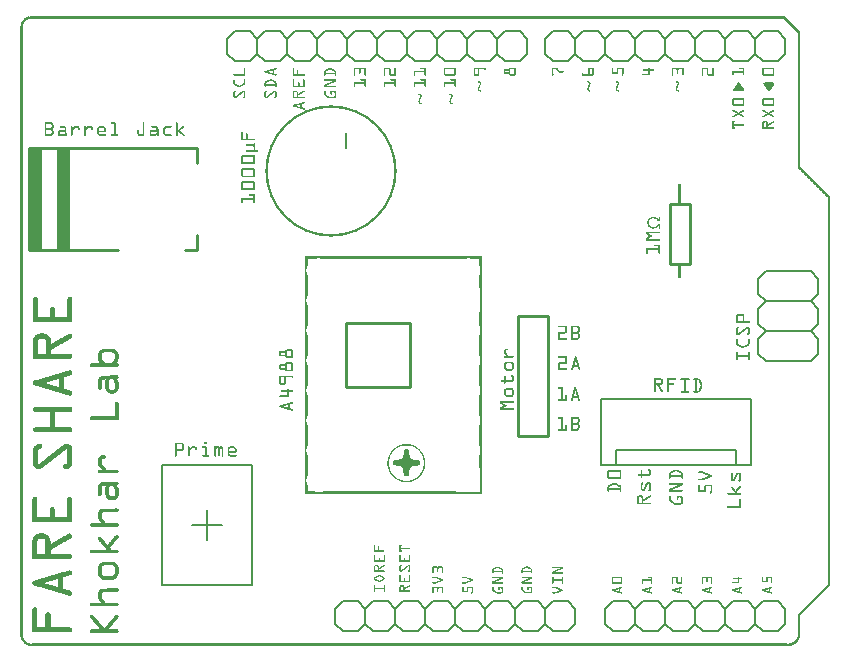
<source format=gto>
G04 MADE WITH FRITZING*
G04 WWW.FRITZING.ORG*
G04 DOUBLE SIDED*
G04 HOLES PLATED*
G04 CONTOUR ON CENTER OF CONTOUR VECTOR*
%ASAXBY*%
%FSLAX23Y23*%
%MOIN*%
%OFA0B0*%
%SFA1.0B1.0*%
%ADD10C,0.438000X0.422*%
%ADD11R,0.505000X0.225000X0.495000X0.215000*%
%ADD12C,0.005000*%
%ADD13R,0.405000X0.055000X0.395000X0.045000*%
%ADD14R,0.223818X0.223818X0.206636X0.206636*%
%ADD15C,0.008591*%
%ADD16C,0.010000*%
%ADD17C,0.008000*%
%ADD18C,0.006000*%
%ADD19R,0.001000X0.001000*%
%LNSILK1*%
G90*
G70*
G54D10*
X1045Y1585D03*
G54D12*
X1945Y825D02*
X2445Y825D01*
X2445Y605D01*
X1945Y605D01*
X1945Y825D01*
D02*
X1995Y655D02*
X2395Y655D01*
X2395Y605D01*
X1995Y605D01*
X1995Y655D01*
D02*
G54D15*
X1094Y1077D02*
X1309Y1077D01*
X1309Y862D01*
X1094Y862D01*
X1094Y1077D01*
D02*
G54D12*
X681Y402D02*
X581Y402D01*
D02*
X631Y452D02*
X631Y352D01*
D02*
X781Y602D02*
X781Y202D01*
D02*
X781Y202D02*
X481Y202D01*
D02*
X481Y202D02*
X481Y602D01*
D02*
X481Y602D02*
X781Y602D01*
G54D16*
D02*
X335Y1319D02*
X40Y1319D01*
D02*
X40Y1319D02*
X40Y1659D01*
D02*
X40Y1659D02*
X600Y1659D01*
D02*
X600Y1659D02*
X600Y1609D01*
D02*
X560Y1319D02*
X600Y1319D01*
D02*
X600Y1319D02*
X600Y1369D01*
D02*
X40Y1319D02*
X40Y1659D01*
D02*
X45Y1319D02*
X45Y1659D01*
D02*
X50Y1319D02*
X50Y1659D01*
D02*
X55Y1319D02*
X55Y1659D01*
D02*
X60Y1319D02*
X60Y1659D01*
D02*
X65Y1319D02*
X65Y1659D01*
D02*
X70Y1319D02*
X70Y1659D01*
D02*
X75Y1319D02*
X75Y1659D01*
D02*
X170Y1319D02*
X170Y1659D01*
D02*
X165Y1319D02*
X165Y1659D01*
D02*
X160Y1319D02*
X160Y1659D01*
D02*
X155Y1319D02*
X155Y1659D01*
D02*
X150Y1319D02*
X150Y1659D01*
D02*
X145Y1319D02*
X145Y1659D01*
D02*
X140Y1319D02*
X140Y1659D01*
D02*
X135Y1319D02*
X135Y1659D01*
G54D17*
D02*
X1095Y1660D02*
X1095Y1710D01*
G54D16*
D02*
X1670Y1101D02*
X1670Y701D01*
D02*
X1670Y701D02*
X1770Y701D01*
D02*
X1770Y701D02*
X1770Y1101D01*
D02*
X1770Y1101D02*
X1670Y1101D01*
G54D18*
D02*
X2494Y1250D02*
X2469Y1225D01*
D02*
X2469Y1175D02*
X2494Y1150D01*
D02*
X2494Y1150D02*
X2469Y1125D01*
D02*
X2469Y1075D02*
X2494Y1050D01*
D02*
X2494Y1250D02*
X2644Y1250D01*
D02*
X2644Y1250D02*
X2669Y1225D01*
D02*
X2669Y1225D02*
X2669Y1175D01*
D02*
X2669Y1175D02*
X2644Y1150D01*
D02*
X2644Y1150D02*
X2669Y1125D01*
D02*
X2669Y1125D02*
X2669Y1075D01*
D02*
X2669Y1075D02*
X2644Y1050D01*
D02*
X2644Y1150D02*
X2494Y1150D01*
D02*
X2644Y1050D02*
X2494Y1050D01*
D02*
X2469Y1125D02*
X2469Y1075D01*
D02*
X2469Y1225D02*
X2469Y1175D01*
D02*
X2494Y1050D02*
X2469Y1025D01*
D02*
X2469Y975D02*
X2494Y950D01*
D02*
X2644Y1050D02*
X2669Y1025D01*
D02*
X2669Y1025D02*
X2669Y975D01*
D02*
X2669Y975D02*
X2644Y950D01*
D02*
X2644Y950D02*
X2494Y950D01*
D02*
X2469Y1025D02*
X2469Y975D01*
D02*
X1074Y1950D02*
X1024Y1950D01*
D02*
X1024Y1950D02*
X999Y1975D01*
D02*
X999Y1975D02*
X999Y2025D01*
D02*
X999Y2025D02*
X1024Y2050D01*
D02*
X1199Y1975D02*
X1174Y1950D01*
D02*
X1174Y1950D02*
X1124Y1950D01*
D02*
X1124Y1950D02*
X1099Y1975D01*
D02*
X1099Y1975D02*
X1099Y2025D01*
D02*
X1099Y2025D02*
X1124Y2050D01*
D02*
X1124Y2050D02*
X1174Y2050D01*
D02*
X1174Y2050D02*
X1199Y2025D01*
D02*
X1074Y1950D02*
X1099Y1975D01*
D02*
X1099Y2025D02*
X1074Y2050D01*
D02*
X1024Y2050D02*
X1074Y2050D01*
D02*
X1374Y1950D02*
X1324Y1950D01*
D02*
X1324Y1950D02*
X1299Y1975D01*
D02*
X1299Y1975D02*
X1299Y2025D01*
D02*
X1299Y2025D02*
X1324Y2050D01*
D02*
X1299Y1975D02*
X1274Y1950D01*
D02*
X1274Y1950D02*
X1224Y1950D01*
D02*
X1224Y1950D02*
X1199Y1975D01*
D02*
X1199Y1975D02*
X1199Y2025D01*
D02*
X1199Y2025D02*
X1224Y2050D01*
D02*
X1224Y2050D02*
X1274Y2050D01*
D02*
X1274Y2050D02*
X1299Y2025D01*
D02*
X1499Y1975D02*
X1474Y1950D01*
D02*
X1474Y1950D02*
X1424Y1950D01*
D02*
X1424Y1950D02*
X1399Y1975D01*
D02*
X1399Y1975D02*
X1399Y2025D01*
D02*
X1399Y2025D02*
X1424Y2050D01*
D02*
X1424Y2050D02*
X1474Y2050D01*
D02*
X1474Y2050D02*
X1499Y2025D01*
D02*
X1374Y1950D02*
X1399Y1975D01*
D02*
X1399Y2025D02*
X1374Y2050D01*
D02*
X1324Y2050D02*
X1374Y2050D01*
D02*
X1674Y1950D02*
X1624Y1950D01*
D02*
X1624Y1950D02*
X1599Y1975D01*
D02*
X1599Y1975D02*
X1599Y2025D01*
D02*
X1599Y2025D02*
X1624Y2050D01*
D02*
X1599Y1975D02*
X1574Y1950D01*
D02*
X1574Y1950D02*
X1524Y1950D01*
D02*
X1524Y1950D02*
X1499Y1975D01*
D02*
X1499Y1975D02*
X1499Y2025D01*
D02*
X1499Y2025D02*
X1524Y2050D01*
D02*
X1524Y2050D02*
X1574Y2050D01*
D02*
X1574Y2050D02*
X1599Y2025D01*
D02*
X1699Y1975D02*
X1699Y2025D01*
D02*
X1674Y1950D02*
X1699Y1975D01*
D02*
X1699Y2025D02*
X1674Y2050D01*
D02*
X1624Y2050D02*
X1674Y2050D01*
D02*
X974Y1950D02*
X924Y1950D01*
D02*
X924Y1950D02*
X899Y1975D01*
D02*
X899Y1975D02*
X899Y2025D01*
D02*
X899Y2025D02*
X924Y2050D01*
D02*
X974Y1950D02*
X999Y1975D01*
D02*
X999Y2025D02*
X974Y2050D01*
D02*
X924Y2050D02*
X974Y2050D01*
D02*
X899Y1975D02*
X899Y2025D01*
D02*
X874Y1950D02*
X824Y1950D01*
D02*
X824Y1950D02*
X799Y1975D01*
D02*
X799Y1975D02*
X799Y2025D01*
D02*
X799Y2025D02*
X824Y2050D01*
D02*
X874Y1950D02*
X899Y1975D01*
D02*
X899Y2025D02*
X874Y2050D01*
D02*
X824Y2050D02*
X874Y2050D01*
D02*
X799Y1975D02*
X799Y2025D01*
D02*
X774Y1950D02*
X724Y1950D01*
D02*
X724Y1950D02*
X699Y1975D01*
D02*
X699Y1975D02*
X699Y2025D01*
D02*
X699Y2025D02*
X724Y2050D01*
D02*
X774Y1950D02*
X799Y1975D01*
D02*
X799Y2025D02*
X774Y2050D01*
D02*
X724Y2050D02*
X774Y2050D01*
D02*
X2284Y150D02*
X2334Y150D01*
D02*
X2334Y150D02*
X2359Y125D01*
D02*
X2359Y125D02*
X2359Y75D01*
D02*
X2359Y75D02*
X2334Y50D01*
D02*
X2359Y125D02*
X2384Y150D01*
D02*
X2384Y150D02*
X2434Y150D01*
D02*
X2434Y150D02*
X2459Y125D01*
D02*
X2459Y125D02*
X2459Y75D01*
D02*
X2459Y75D02*
X2434Y50D01*
D02*
X2434Y50D02*
X2384Y50D01*
D02*
X2384Y50D02*
X2359Y75D01*
D02*
X2159Y125D02*
X2184Y150D01*
D02*
X2184Y150D02*
X2234Y150D01*
D02*
X2234Y150D02*
X2259Y125D01*
D02*
X2259Y125D02*
X2259Y75D01*
D02*
X2259Y75D02*
X2234Y50D01*
D02*
X2234Y50D02*
X2184Y50D01*
D02*
X2184Y50D02*
X2159Y75D01*
D02*
X2284Y150D02*
X2259Y125D01*
D02*
X2259Y75D02*
X2284Y50D01*
D02*
X2334Y50D02*
X2284Y50D01*
D02*
X1984Y150D02*
X2034Y150D01*
D02*
X2034Y150D02*
X2059Y125D01*
D02*
X2059Y125D02*
X2059Y75D01*
D02*
X2059Y75D02*
X2034Y50D01*
D02*
X2059Y125D02*
X2084Y150D01*
D02*
X2084Y150D02*
X2134Y150D01*
D02*
X2134Y150D02*
X2159Y125D01*
D02*
X2159Y125D02*
X2159Y75D01*
D02*
X2159Y75D02*
X2134Y50D01*
D02*
X2134Y50D02*
X2084Y50D01*
D02*
X2084Y50D02*
X2059Y75D01*
D02*
X1959Y125D02*
X1959Y75D01*
D02*
X1984Y150D02*
X1959Y125D01*
D02*
X1959Y75D02*
X1984Y50D01*
D02*
X2034Y50D02*
X1984Y50D01*
D02*
X2484Y150D02*
X2534Y150D01*
D02*
X2534Y150D02*
X2559Y125D01*
D02*
X2559Y125D02*
X2559Y75D01*
D02*
X2559Y75D02*
X2534Y50D01*
D02*
X2484Y150D02*
X2459Y125D01*
D02*
X2459Y75D02*
X2484Y50D01*
D02*
X2534Y50D02*
X2484Y50D01*
D02*
X1934Y1950D02*
X1884Y1950D01*
D02*
X1884Y1950D02*
X1859Y1975D01*
D02*
X1859Y1975D02*
X1859Y2025D01*
D02*
X1859Y2025D02*
X1884Y2050D01*
D02*
X2059Y1975D02*
X2034Y1950D01*
D02*
X2034Y1950D02*
X1984Y1950D01*
D02*
X1984Y1950D02*
X1959Y1975D01*
D02*
X1959Y1975D02*
X1959Y2025D01*
D02*
X1959Y2025D02*
X1984Y2050D01*
D02*
X1984Y2050D02*
X2034Y2050D01*
D02*
X2034Y2050D02*
X2059Y2025D01*
D02*
X1934Y1950D02*
X1959Y1975D01*
D02*
X1959Y2025D02*
X1934Y2050D01*
D02*
X1884Y2050D02*
X1934Y2050D01*
D02*
X2234Y1950D02*
X2184Y1950D01*
D02*
X2184Y1950D02*
X2159Y1975D01*
D02*
X2159Y1975D02*
X2159Y2025D01*
D02*
X2159Y2025D02*
X2184Y2050D01*
D02*
X2159Y1975D02*
X2134Y1950D01*
D02*
X2134Y1950D02*
X2084Y1950D01*
D02*
X2084Y1950D02*
X2059Y1975D01*
D02*
X2059Y1975D02*
X2059Y2025D01*
D02*
X2059Y2025D02*
X2084Y2050D01*
D02*
X2084Y2050D02*
X2134Y2050D01*
D02*
X2134Y2050D02*
X2159Y2025D01*
D02*
X2359Y1975D02*
X2334Y1950D01*
D02*
X2334Y1950D02*
X2284Y1950D01*
D02*
X2284Y1950D02*
X2259Y1975D01*
D02*
X2259Y1975D02*
X2259Y2025D01*
D02*
X2259Y2025D02*
X2284Y2050D01*
D02*
X2284Y2050D02*
X2334Y2050D01*
D02*
X2334Y2050D02*
X2359Y2025D01*
D02*
X2234Y1950D02*
X2259Y1975D01*
D02*
X2259Y2025D02*
X2234Y2050D01*
D02*
X2184Y2050D02*
X2234Y2050D01*
D02*
X2534Y1950D02*
X2484Y1950D01*
D02*
X2484Y1950D02*
X2459Y1975D01*
D02*
X2459Y1975D02*
X2459Y2025D01*
D02*
X2459Y2025D02*
X2484Y2050D01*
D02*
X2459Y1975D02*
X2434Y1950D01*
D02*
X2434Y1950D02*
X2384Y1950D01*
D02*
X2384Y1950D02*
X2359Y1975D01*
D02*
X2359Y1975D02*
X2359Y2025D01*
D02*
X2359Y2025D02*
X2384Y2050D01*
D02*
X2384Y2050D02*
X2434Y2050D01*
D02*
X2434Y2050D02*
X2459Y2025D01*
D02*
X2559Y1975D02*
X2559Y2025D01*
D02*
X2534Y1950D02*
X2559Y1975D01*
D02*
X2559Y2025D02*
X2534Y2050D01*
D02*
X2484Y2050D02*
X2534Y2050D01*
D02*
X1834Y1950D02*
X1784Y1950D01*
D02*
X1784Y1950D02*
X1759Y1975D01*
D02*
X1759Y1975D02*
X1759Y2025D01*
D02*
X1759Y2025D02*
X1784Y2050D01*
D02*
X1834Y1950D02*
X1859Y1975D01*
D02*
X1859Y2025D02*
X1834Y2050D01*
D02*
X1784Y2050D02*
X1834Y2050D01*
D02*
X1584Y150D02*
X1634Y150D01*
D02*
X1634Y150D02*
X1659Y125D01*
D02*
X1659Y125D02*
X1659Y75D01*
D02*
X1659Y75D02*
X1634Y50D01*
D02*
X1659Y125D02*
X1684Y150D01*
D02*
X1684Y150D02*
X1734Y150D01*
D02*
X1734Y150D02*
X1759Y125D01*
D02*
X1759Y125D02*
X1759Y75D01*
D02*
X1759Y75D02*
X1734Y50D01*
D02*
X1734Y50D02*
X1684Y50D01*
D02*
X1684Y50D02*
X1659Y75D01*
D02*
X1459Y125D02*
X1484Y150D01*
D02*
X1484Y150D02*
X1534Y150D01*
D02*
X1534Y150D02*
X1559Y125D01*
D02*
X1559Y125D02*
X1559Y75D01*
D02*
X1559Y75D02*
X1534Y50D01*
D02*
X1534Y50D02*
X1484Y50D01*
D02*
X1484Y50D02*
X1459Y75D01*
D02*
X1584Y150D02*
X1559Y125D01*
D02*
X1559Y75D02*
X1584Y50D01*
D02*
X1634Y50D02*
X1584Y50D01*
D02*
X1284Y150D02*
X1334Y150D01*
D02*
X1334Y150D02*
X1359Y125D01*
D02*
X1359Y125D02*
X1359Y75D01*
D02*
X1359Y75D02*
X1334Y50D01*
D02*
X1359Y125D02*
X1384Y150D01*
D02*
X1384Y150D02*
X1434Y150D01*
D02*
X1434Y150D02*
X1459Y125D01*
D02*
X1459Y125D02*
X1459Y75D01*
D02*
X1459Y75D02*
X1434Y50D01*
D02*
X1434Y50D02*
X1384Y50D01*
D02*
X1384Y50D02*
X1359Y75D01*
D02*
X1259Y125D02*
X1259Y75D01*
D02*
X1284Y150D02*
X1259Y125D01*
D02*
X1259Y75D02*
X1284Y50D01*
D02*
X1334Y50D02*
X1284Y50D01*
D02*
X1084Y150D02*
X1134Y150D01*
D02*
X1134Y150D02*
X1159Y125D01*
D02*
X1159Y125D02*
X1159Y75D01*
D02*
X1159Y75D02*
X1134Y50D01*
D02*
X1159Y125D02*
X1184Y150D01*
D02*
X1184Y150D02*
X1234Y150D01*
D02*
X1234Y150D02*
X1259Y125D01*
D02*
X1259Y125D02*
X1259Y75D01*
D02*
X1259Y75D02*
X1234Y50D01*
D02*
X1234Y50D02*
X1184Y50D01*
D02*
X1184Y50D02*
X1159Y75D01*
D02*
X1059Y125D02*
X1059Y75D01*
D02*
X1084Y150D02*
X1059Y125D01*
D02*
X1059Y75D02*
X1084Y50D01*
D02*
X1134Y50D02*
X1084Y50D01*
D02*
X1784Y150D02*
X1834Y150D01*
D02*
X1834Y150D02*
X1859Y125D01*
D02*
X1859Y125D02*
X1859Y75D01*
D02*
X1859Y75D02*
X1834Y50D01*
D02*
X1784Y150D02*
X1759Y125D01*
D02*
X1759Y75D02*
X1784Y50D01*
D02*
X1834Y50D02*
X1784Y50D01*
G54D16*
D02*
X2242Y1474D02*
X2242Y1274D01*
D02*
X2242Y1274D02*
X2176Y1274D01*
D02*
X2176Y1274D02*
X2176Y1474D01*
D02*
X2176Y1474D02*
X2242Y1474D01*
G54D19*
X40Y2100D02*
X2545Y2100D01*
X36Y2099D02*
X39Y2099D01*
X41Y2099D02*
X2557Y2099D01*
X34Y2098D02*
X35Y2098D01*
X37Y2098D02*
X2558Y2098D01*
X31Y2097D02*
X2559Y2097D01*
X30Y2096D02*
X2560Y2096D01*
X28Y2095D02*
X2561Y2095D01*
X26Y2094D02*
X2562Y2094D01*
X25Y2093D02*
X2563Y2093D01*
X24Y2092D02*
X2564Y2092D01*
X23Y2091D02*
X40Y2091D01*
X2553Y2091D02*
X2565Y2091D01*
X22Y2090D02*
X37Y2090D01*
X2554Y2090D02*
X2566Y2090D01*
X21Y2089D02*
X35Y2089D01*
X2555Y2089D02*
X2567Y2089D01*
X20Y2088D02*
X33Y2088D01*
X2556Y2088D02*
X2568Y2088D01*
X19Y2087D02*
X31Y2087D01*
X2557Y2087D02*
X2569Y2087D01*
X19Y2086D02*
X30Y2086D01*
X2558Y2086D02*
X2570Y2086D01*
X18Y2085D02*
X28Y2085D01*
X2559Y2085D02*
X2571Y2085D01*
X17Y2084D02*
X27Y2084D01*
X2560Y2084D02*
X2572Y2084D01*
X17Y2083D02*
X26Y2083D01*
X2561Y2083D02*
X2573Y2083D01*
X16Y2082D02*
X25Y2082D01*
X2562Y2082D02*
X2574Y2082D01*
X15Y2081D02*
X24Y2081D01*
X2563Y2081D02*
X2575Y2081D01*
X15Y2080D02*
X23Y2080D01*
X2564Y2080D02*
X2576Y2080D01*
X14Y2079D02*
X23Y2079D01*
X2565Y2079D02*
X2577Y2079D01*
X14Y2078D02*
X22Y2078D01*
X2566Y2078D02*
X2578Y2078D01*
X13Y2077D02*
X21Y2077D01*
X2567Y2077D02*
X2579Y2077D01*
X13Y2076D02*
X21Y2076D01*
X2568Y2076D02*
X2580Y2076D01*
X13Y2075D02*
X20Y2075D01*
X2569Y2075D02*
X2581Y2075D01*
X12Y2074D02*
X20Y2074D01*
X2570Y2074D02*
X2582Y2074D01*
X12Y2073D02*
X19Y2073D01*
X2571Y2073D02*
X2583Y2073D01*
X11Y2072D02*
X19Y2072D01*
X2572Y2072D02*
X2584Y2072D01*
X11Y2071D02*
X18Y2071D01*
X2573Y2071D02*
X2585Y2071D01*
X11Y2070D02*
X18Y2070D01*
X2574Y2070D02*
X2586Y2070D01*
X11Y2069D02*
X18Y2069D01*
X2575Y2069D02*
X2587Y2069D01*
X10Y2068D02*
X18Y2068D01*
X2576Y2068D02*
X2588Y2068D01*
X10Y2067D02*
X17Y2067D01*
X2577Y2067D02*
X2589Y2067D01*
X10Y2066D02*
X17Y2066D01*
X2578Y2066D02*
X2590Y2066D01*
X10Y2065D02*
X17Y2065D01*
X2579Y2065D02*
X2591Y2065D01*
X10Y2064D02*
X17Y2064D01*
X2580Y2064D02*
X2592Y2064D01*
X10Y2063D02*
X17Y2063D01*
X2581Y2063D02*
X2593Y2063D01*
X10Y2062D02*
X17Y2062D01*
X2582Y2062D02*
X2594Y2062D01*
X10Y2061D02*
X17Y2061D01*
X2583Y2061D02*
X2595Y2061D01*
X10Y2060D02*
X17Y2060D01*
X2584Y2060D02*
X2596Y2060D01*
X10Y2059D02*
X17Y2059D01*
X2585Y2059D02*
X2597Y2059D01*
X10Y2058D02*
X17Y2058D01*
X2586Y2058D02*
X2598Y2058D01*
X10Y2057D02*
X17Y2057D01*
X2587Y2057D02*
X2599Y2057D01*
X10Y2056D02*
X17Y2056D01*
X2588Y2056D02*
X2600Y2056D01*
X10Y2055D02*
X17Y2055D01*
X2589Y2055D02*
X2601Y2055D01*
X10Y2054D02*
X17Y2054D01*
X2590Y2054D02*
X2602Y2054D01*
X10Y2053D02*
X17Y2053D01*
X2591Y2053D02*
X2603Y2053D01*
X10Y2052D02*
X17Y2052D01*
X2592Y2052D02*
X2604Y2052D01*
X10Y2051D02*
X17Y2051D01*
X2593Y2051D02*
X2605Y2051D01*
X10Y2050D02*
X17Y2050D01*
X2594Y2050D02*
X2606Y2050D01*
X10Y2049D02*
X17Y2049D01*
X2595Y2049D02*
X2607Y2049D01*
X10Y2048D02*
X17Y2048D01*
X2596Y2048D02*
X2608Y2048D01*
X10Y2047D02*
X17Y2047D01*
X2597Y2047D02*
X2609Y2047D01*
X10Y2046D02*
X17Y2046D01*
X2598Y2046D02*
X2609Y2046D01*
X10Y2045D02*
X17Y2045D01*
X2599Y2045D02*
X2609Y2045D01*
X10Y2044D02*
X17Y2044D01*
X2600Y2044D02*
X2609Y2044D01*
X10Y2043D02*
X17Y2043D01*
X2601Y2043D02*
X2609Y2043D01*
X10Y2042D02*
X17Y2042D01*
X2602Y2042D02*
X2609Y2042D01*
X10Y2041D02*
X17Y2041D01*
X2602Y2041D02*
X2609Y2041D01*
X10Y2040D02*
X17Y2040D01*
X2602Y2040D02*
X2609Y2040D01*
X10Y2039D02*
X17Y2039D01*
X2602Y2039D02*
X2609Y2039D01*
X10Y2038D02*
X17Y2038D01*
X2602Y2038D02*
X2609Y2038D01*
X10Y2037D02*
X17Y2037D01*
X2602Y2037D02*
X2609Y2037D01*
X10Y2036D02*
X17Y2036D01*
X2602Y2036D02*
X2609Y2036D01*
X10Y2035D02*
X17Y2035D01*
X2602Y2035D02*
X2609Y2035D01*
X10Y2034D02*
X17Y2034D01*
X2602Y2034D02*
X2609Y2034D01*
X10Y2033D02*
X17Y2033D01*
X2602Y2033D02*
X2609Y2033D01*
X10Y2032D02*
X17Y2032D01*
X2602Y2032D02*
X2609Y2032D01*
X10Y2031D02*
X17Y2031D01*
X2602Y2031D02*
X2609Y2031D01*
X10Y2030D02*
X17Y2030D01*
X2602Y2030D02*
X2609Y2030D01*
X10Y2029D02*
X17Y2029D01*
X2602Y2029D02*
X2609Y2029D01*
X10Y2028D02*
X17Y2028D01*
X2602Y2028D02*
X2609Y2028D01*
X10Y2027D02*
X17Y2027D01*
X2602Y2027D02*
X2609Y2027D01*
X10Y2026D02*
X17Y2026D01*
X2602Y2026D02*
X2609Y2026D01*
X10Y2025D02*
X17Y2025D01*
X2602Y2025D02*
X2609Y2025D01*
X10Y2024D02*
X17Y2024D01*
X2602Y2024D02*
X2609Y2024D01*
X10Y2023D02*
X17Y2023D01*
X2602Y2023D02*
X2609Y2023D01*
X10Y2022D02*
X17Y2022D01*
X2602Y2022D02*
X2609Y2022D01*
X10Y2021D02*
X17Y2021D01*
X2602Y2021D02*
X2609Y2021D01*
X10Y2020D02*
X17Y2020D01*
X2602Y2020D02*
X2609Y2020D01*
X10Y2019D02*
X17Y2019D01*
X2602Y2019D02*
X2609Y2019D01*
X10Y2018D02*
X17Y2018D01*
X2602Y2018D02*
X2609Y2018D01*
X10Y2017D02*
X17Y2017D01*
X2602Y2017D02*
X2609Y2017D01*
X10Y2016D02*
X17Y2016D01*
X2602Y2016D02*
X2609Y2016D01*
X10Y2015D02*
X17Y2015D01*
X2602Y2015D02*
X2609Y2015D01*
X10Y2014D02*
X17Y2014D01*
X2602Y2014D02*
X2609Y2014D01*
X10Y2013D02*
X17Y2013D01*
X2602Y2013D02*
X2609Y2013D01*
X10Y2012D02*
X17Y2012D01*
X2602Y2012D02*
X2609Y2012D01*
X10Y2011D02*
X17Y2011D01*
X2602Y2011D02*
X2609Y2011D01*
X10Y2010D02*
X17Y2010D01*
X2602Y2010D02*
X2609Y2010D01*
X10Y2009D02*
X17Y2009D01*
X2602Y2009D02*
X2609Y2009D01*
X10Y2008D02*
X17Y2008D01*
X2602Y2008D02*
X2609Y2008D01*
X10Y2007D02*
X17Y2007D01*
X2602Y2007D02*
X2609Y2007D01*
X10Y2006D02*
X17Y2006D01*
X2602Y2006D02*
X2609Y2006D01*
X10Y2005D02*
X17Y2005D01*
X2602Y2005D02*
X2609Y2005D01*
X10Y2004D02*
X17Y2004D01*
X2602Y2004D02*
X2609Y2004D01*
X10Y2003D02*
X17Y2003D01*
X2602Y2003D02*
X2609Y2003D01*
X10Y2002D02*
X17Y2002D01*
X2602Y2002D02*
X2609Y2002D01*
X10Y2001D02*
X17Y2001D01*
X2602Y2001D02*
X2609Y2001D01*
X10Y2000D02*
X17Y2000D01*
X2602Y2000D02*
X2609Y2000D01*
X10Y1999D02*
X17Y1999D01*
X2602Y1999D02*
X2609Y1999D01*
X10Y1998D02*
X17Y1998D01*
X2602Y1998D02*
X2609Y1998D01*
X10Y1997D02*
X17Y1997D01*
X2602Y1997D02*
X2609Y1997D01*
X10Y1996D02*
X17Y1996D01*
X2602Y1996D02*
X2609Y1996D01*
X10Y1995D02*
X17Y1995D01*
X2602Y1995D02*
X2609Y1995D01*
X10Y1994D02*
X17Y1994D01*
X2602Y1994D02*
X2609Y1994D01*
X10Y1993D02*
X17Y1993D01*
X2602Y1993D02*
X2609Y1993D01*
X10Y1992D02*
X17Y1992D01*
X2602Y1992D02*
X2609Y1992D01*
X10Y1991D02*
X17Y1991D01*
X2602Y1991D02*
X2609Y1991D01*
X10Y1990D02*
X17Y1990D01*
X2602Y1990D02*
X2609Y1990D01*
X10Y1989D02*
X17Y1989D01*
X2602Y1989D02*
X2609Y1989D01*
X10Y1988D02*
X17Y1988D01*
X2602Y1988D02*
X2609Y1988D01*
X10Y1987D02*
X17Y1987D01*
X2602Y1987D02*
X2609Y1987D01*
X10Y1986D02*
X17Y1986D01*
X2602Y1986D02*
X2609Y1986D01*
X10Y1985D02*
X17Y1985D01*
X2602Y1985D02*
X2609Y1985D01*
X10Y1984D02*
X17Y1984D01*
X2602Y1984D02*
X2609Y1984D01*
X10Y1983D02*
X17Y1983D01*
X2602Y1983D02*
X2609Y1983D01*
X10Y1982D02*
X17Y1982D01*
X2602Y1982D02*
X2609Y1982D01*
X10Y1981D02*
X17Y1981D01*
X2602Y1981D02*
X2609Y1981D01*
X10Y1980D02*
X17Y1980D01*
X2602Y1980D02*
X2609Y1980D01*
X10Y1979D02*
X17Y1979D01*
X2602Y1979D02*
X2609Y1979D01*
X10Y1978D02*
X17Y1978D01*
X2602Y1978D02*
X2609Y1978D01*
X10Y1977D02*
X17Y1977D01*
X2602Y1977D02*
X2609Y1977D01*
X10Y1976D02*
X17Y1976D01*
X2602Y1976D02*
X2609Y1976D01*
X10Y1975D02*
X17Y1975D01*
X2602Y1975D02*
X2609Y1975D01*
X10Y1974D02*
X17Y1974D01*
X2602Y1974D02*
X2609Y1974D01*
X10Y1973D02*
X17Y1973D01*
X2602Y1973D02*
X2609Y1973D01*
X10Y1972D02*
X17Y1972D01*
X2602Y1972D02*
X2609Y1972D01*
X10Y1971D02*
X17Y1971D01*
X2602Y1971D02*
X2609Y1971D01*
X10Y1970D02*
X17Y1970D01*
X2602Y1970D02*
X2609Y1970D01*
X10Y1969D02*
X17Y1969D01*
X2602Y1969D02*
X2609Y1969D01*
X10Y1968D02*
X17Y1968D01*
X2602Y1968D02*
X2609Y1968D01*
X10Y1967D02*
X17Y1967D01*
X2602Y1967D02*
X2609Y1967D01*
X10Y1966D02*
X17Y1966D01*
X2602Y1966D02*
X2609Y1966D01*
X10Y1965D02*
X17Y1965D01*
X2602Y1965D02*
X2609Y1965D01*
X10Y1964D02*
X17Y1964D01*
X2602Y1964D02*
X2609Y1964D01*
X10Y1963D02*
X17Y1963D01*
X2602Y1963D02*
X2609Y1963D01*
X10Y1962D02*
X17Y1962D01*
X2602Y1962D02*
X2609Y1962D01*
X10Y1961D02*
X17Y1961D01*
X2602Y1961D02*
X2609Y1961D01*
X10Y1960D02*
X17Y1960D01*
X2602Y1960D02*
X2609Y1960D01*
X10Y1959D02*
X17Y1959D01*
X2602Y1959D02*
X2609Y1959D01*
X10Y1958D02*
X17Y1958D01*
X2602Y1958D02*
X2609Y1958D01*
X10Y1957D02*
X17Y1957D01*
X2602Y1957D02*
X2609Y1957D01*
X10Y1956D02*
X17Y1956D01*
X2602Y1956D02*
X2609Y1956D01*
X10Y1955D02*
X17Y1955D01*
X2602Y1955D02*
X2609Y1955D01*
X10Y1954D02*
X17Y1954D01*
X2602Y1954D02*
X2609Y1954D01*
X10Y1953D02*
X17Y1953D01*
X2602Y1953D02*
X2609Y1953D01*
X10Y1952D02*
X17Y1952D01*
X2602Y1952D02*
X2609Y1952D01*
X10Y1951D02*
X17Y1951D01*
X2602Y1951D02*
X2609Y1951D01*
X10Y1950D02*
X17Y1950D01*
X2602Y1950D02*
X2609Y1950D01*
X10Y1949D02*
X17Y1949D01*
X2602Y1949D02*
X2609Y1949D01*
X10Y1948D02*
X17Y1948D01*
X2602Y1948D02*
X2609Y1948D01*
X10Y1947D02*
X17Y1947D01*
X2602Y1947D02*
X2609Y1947D01*
X10Y1946D02*
X17Y1946D01*
X2602Y1946D02*
X2609Y1946D01*
X10Y1945D02*
X17Y1945D01*
X2602Y1945D02*
X2609Y1945D01*
X10Y1944D02*
X17Y1944D01*
X2602Y1944D02*
X2609Y1944D01*
X10Y1943D02*
X17Y1943D01*
X2602Y1943D02*
X2609Y1943D01*
X10Y1942D02*
X17Y1942D01*
X2602Y1942D02*
X2609Y1942D01*
X10Y1941D02*
X17Y1941D01*
X2602Y1941D02*
X2609Y1941D01*
X10Y1940D02*
X17Y1940D01*
X2602Y1940D02*
X2609Y1940D01*
X10Y1939D02*
X17Y1939D01*
X2602Y1939D02*
X2609Y1939D01*
X10Y1938D02*
X17Y1938D01*
X2602Y1938D02*
X2609Y1938D01*
X10Y1937D02*
X17Y1937D01*
X2602Y1937D02*
X2609Y1937D01*
X10Y1936D02*
X17Y1936D01*
X2602Y1936D02*
X2609Y1936D01*
X10Y1935D02*
X17Y1935D01*
X2602Y1935D02*
X2609Y1935D01*
X10Y1934D02*
X17Y1934D01*
X2602Y1934D02*
X2609Y1934D01*
X10Y1933D02*
X17Y1933D01*
X2602Y1933D02*
X2609Y1933D01*
X10Y1932D02*
X17Y1932D01*
X2602Y1932D02*
X2609Y1932D01*
X10Y1931D02*
X17Y1931D01*
X2602Y1931D02*
X2609Y1931D01*
X10Y1930D02*
X17Y1930D01*
X2602Y1930D02*
X2609Y1930D01*
X10Y1929D02*
X17Y1929D01*
X2602Y1929D02*
X2609Y1929D01*
X10Y1928D02*
X17Y1928D01*
X2602Y1928D02*
X2609Y1928D01*
X10Y1927D02*
X17Y1927D01*
X757Y1927D02*
X757Y1927D01*
X862Y1927D02*
X862Y1927D01*
X920Y1927D02*
X920Y1927D01*
X1124Y1927D02*
X1139Y1927D01*
X1144Y1927D02*
X1158Y1927D01*
X1224Y1927D02*
X1241Y1927D01*
X1258Y1927D02*
X1260Y1927D01*
X1345Y1927D02*
X1360Y1927D01*
X1424Y1927D02*
X1458Y1927D01*
X1523Y1927D02*
X1560Y1927D01*
X1642Y1927D02*
X1658Y1927D01*
X1781Y1927D02*
X1798Y1927D01*
X1904Y1927D02*
X1920Y1927D01*
X1982Y1927D02*
X1985Y1927D01*
X2002Y1927D02*
X2018Y1927D01*
X2184Y1927D02*
X2198Y1927D01*
X2204Y1927D02*
X2218Y1927D01*
X2284Y1927D02*
X2300Y1927D01*
X2318Y1927D02*
X2320Y1927D01*
X2407Y1927D02*
X2422Y1927D01*
X2487Y1927D02*
X2520Y1927D01*
X2602Y1927D02*
X2609Y1927D01*
X10Y1926D02*
X17Y1926D01*
X756Y1926D02*
X759Y1926D01*
X858Y1926D02*
X863Y1926D01*
X918Y1926D02*
X922Y1926D01*
X1039Y1926D02*
X1046Y1926D01*
X1123Y1926D02*
X1140Y1926D01*
X1142Y1926D02*
X1160Y1926D01*
X1223Y1926D02*
X1242Y1926D01*
X1257Y1926D02*
X1261Y1926D01*
X1344Y1926D02*
X1361Y1926D01*
X1423Y1926D02*
X1460Y1926D01*
X1522Y1926D02*
X1561Y1926D01*
X1641Y1926D02*
X1659Y1926D01*
X1781Y1926D02*
X1799Y1926D01*
X1904Y1926D02*
X1921Y1926D01*
X1982Y1926D02*
X1985Y1926D01*
X2001Y1926D02*
X2019Y1926D01*
X2105Y1926D02*
X2106Y1926D01*
X2183Y1926D02*
X2200Y1926D01*
X2202Y1926D02*
X2219Y1926D01*
X2283Y1926D02*
X2302Y1926D01*
X2317Y1926D02*
X2321Y1926D01*
X2406Y1926D02*
X2423Y1926D01*
X2485Y1926D02*
X2522Y1926D01*
X2602Y1926D02*
X2609Y1926D01*
X10Y1925D02*
X17Y1925D01*
X755Y1925D02*
X759Y1925D01*
X855Y1925D02*
X864Y1925D01*
X918Y1925D02*
X922Y1925D01*
X1036Y1925D02*
X1048Y1925D01*
X1122Y1925D02*
X1160Y1925D01*
X1222Y1925D02*
X1243Y1925D01*
X1257Y1925D02*
X1261Y1925D01*
X1344Y1925D02*
X1361Y1925D01*
X1422Y1925D02*
X1460Y1925D01*
X1522Y1925D02*
X1561Y1925D01*
X1640Y1925D02*
X1660Y1925D01*
X1781Y1925D02*
X1800Y1925D01*
X1903Y1925D02*
X1921Y1925D01*
X1981Y1925D02*
X1986Y1925D01*
X2000Y1925D02*
X2020Y1925D01*
X2104Y1925D02*
X2107Y1925D01*
X2182Y1925D02*
X2220Y1925D01*
X2282Y1925D02*
X2302Y1925D01*
X2317Y1925D02*
X2321Y1925D01*
X2406Y1925D02*
X2423Y1925D01*
X2484Y1925D02*
X2522Y1925D01*
X2602Y1925D02*
X2609Y1925D01*
X10Y1924D02*
X17Y1924D01*
X755Y1924D02*
X759Y1924D01*
X851Y1924D02*
X864Y1924D01*
X918Y1924D02*
X922Y1924D01*
X1034Y1924D02*
X1050Y1924D01*
X1122Y1924D02*
X1161Y1924D01*
X1222Y1924D02*
X1243Y1924D01*
X1257Y1924D02*
X1261Y1924D01*
X1344Y1924D02*
X1361Y1924D01*
X1422Y1924D02*
X1461Y1924D01*
X1521Y1924D02*
X1561Y1924D01*
X1639Y1924D02*
X1661Y1924D01*
X1781Y1924D02*
X1801Y1924D01*
X1903Y1924D02*
X1921Y1924D01*
X1981Y1924D02*
X1986Y1924D01*
X1999Y1924D02*
X2021Y1924D01*
X2103Y1924D02*
X2108Y1924D01*
X2182Y1924D02*
X2221Y1924D01*
X2282Y1924D02*
X2303Y1924D01*
X2317Y1924D02*
X2321Y1924D01*
X2406Y1924D02*
X2423Y1924D01*
X2484Y1924D02*
X2523Y1924D01*
X2602Y1924D02*
X2609Y1924D01*
X10Y1923D02*
X17Y1923D01*
X755Y1923D02*
X759Y1923D01*
X848Y1923D02*
X863Y1923D01*
X918Y1923D02*
X922Y1923D01*
X1032Y1923D02*
X1052Y1923D01*
X1122Y1923D02*
X1161Y1923D01*
X1222Y1923D02*
X1243Y1923D01*
X1257Y1923D02*
X1261Y1923D01*
X1345Y1923D02*
X1361Y1923D01*
X1422Y1923D02*
X1461Y1923D01*
X1521Y1923D02*
X1561Y1923D01*
X1639Y1923D02*
X1661Y1923D01*
X1781Y1923D02*
X1801Y1923D01*
X1903Y1923D02*
X1921Y1923D01*
X1981Y1923D02*
X1986Y1923D01*
X1999Y1923D02*
X2021Y1923D01*
X2087Y1923D02*
X2120Y1923D01*
X2181Y1923D02*
X2221Y1923D01*
X2281Y1923D02*
X2303Y1923D01*
X2317Y1923D02*
X2321Y1923D01*
X2407Y1923D02*
X2423Y1923D01*
X2484Y1923D02*
X2523Y1923D01*
X2602Y1923D02*
X2609Y1923D01*
X10Y1922D02*
X17Y1922D01*
X755Y1922D02*
X759Y1922D01*
X844Y1922D02*
X862Y1922D01*
X918Y1922D02*
X922Y1922D01*
X1030Y1922D02*
X1054Y1922D01*
X1122Y1922D02*
X1126Y1922D01*
X1138Y1922D02*
X1145Y1922D01*
X1157Y1922D02*
X1161Y1922D01*
X1222Y1922D02*
X1226Y1922D01*
X1239Y1922D02*
X1244Y1922D01*
X1257Y1922D02*
X1261Y1922D01*
X1357Y1922D02*
X1361Y1922D01*
X1421Y1922D02*
X1426Y1922D01*
X1457Y1922D02*
X1461Y1922D01*
X1521Y1922D02*
X1526Y1922D01*
X1535Y1922D02*
X1539Y1922D01*
X1557Y1922D02*
X1561Y1922D01*
X1623Y1922D02*
X1643Y1922D01*
X1657Y1922D02*
X1661Y1922D01*
X1781Y1922D02*
X1786Y1922D01*
X1796Y1922D02*
X1802Y1922D01*
X1903Y1922D02*
X1908Y1922D01*
X1917Y1922D02*
X1921Y1922D01*
X1981Y1922D02*
X1986Y1922D01*
X1999Y1922D02*
X2003Y1922D01*
X2017Y1922D02*
X2021Y1922D01*
X2086Y1922D02*
X2121Y1922D01*
X2181Y1922D02*
X2186Y1922D01*
X2197Y1922D02*
X2205Y1922D01*
X2217Y1922D02*
X2221Y1922D01*
X2281Y1922D02*
X2286Y1922D01*
X2299Y1922D02*
X2303Y1922D01*
X2317Y1922D02*
X2321Y1922D01*
X2419Y1922D02*
X2423Y1922D01*
X2484Y1922D02*
X2488Y1922D01*
X2519Y1922D02*
X2523Y1922D01*
X2602Y1922D02*
X2609Y1922D01*
X10Y1921D02*
X17Y1921D01*
X755Y1921D02*
X759Y1921D01*
X841Y1921D02*
X859Y1921D01*
X918Y1921D02*
X922Y1921D01*
X932Y1921D02*
X935Y1921D01*
X1028Y1921D02*
X1039Y1921D01*
X1045Y1921D02*
X1056Y1921D01*
X1122Y1921D02*
X1126Y1921D01*
X1139Y1921D02*
X1144Y1921D01*
X1157Y1921D02*
X1161Y1921D01*
X1222Y1921D02*
X1226Y1921D01*
X1239Y1921D02*
X1244Y1921D01*
X1257Y1921D02*
X1261Y1921D01*
X1357Y1921D02*
X1361Y1921D01*
X1421Y1921D02*
X1426Y1921D01*
X1457Y1921D02*
X1461Y1921D01*
X1521Y1921D02*
X1526Y1921D01*
X1535Y1921D02*
X1539Y1921D01*
X1557Y1921D02*
X1561Y1921D01*
X1622Y1921D02*
X1643Y1921D01*
X1657Y1921D02*
X1661Y1921D01*
X1781Y1921D02*
X1786Y1921D01*
X1797Y1921D02*
X1803Y1921D01*
X1903Y1921D02*
X1908Y1921D01*
X1917Y1921D02*
X1921Y1921D01*
X1981Y1921D02*
X1986Y1921D01*
X1999Y1921D02*
X2003Y1921D01*
X2017Y1921D02*
X2021Y1921D01*
X2086Y1921D02*
X2121Y1921D01*
X2181Y1921D02*
X2186Y1921D01*
X2199Y1921D02*
X2204Y1921D01*
X2217Y1921D02*
X2221Y1921D01*
X2281Y1921D02*
X2285Y1921D01*
X2299Y1921D02*
X2303Y1921D01*
X2317Y1921D02*
X2321Y1921D01*
X2419Y1921D02*
X2423Y1921D01*
X2484Y1921D02*
X2488Y1921D01*
X2519Y1921D02*
X2523Y1921D01*
X2602Y1921D02*
X2609Y1921D01*
X10Y1920D02*
X17Y1920D01*
X755Y1920D02*
X759Y1920D01*
X838Y1920D02*
X855Y1920D01*
X918Y1920D02*
X922Y1920D01*
X931Y1920D02*
X935Y1920D01*
X1026Y1920D02*
X1037Y1920D01*
X1047Y1920D02*
X1058Y1920D01*
X1122Y1920D02*
X1126Y1920D01*
X1139Y1920D02*
X1144Y1920D01*
X1157Y1920D02*
X1161Y1920D01*
X1222Y1920D02*
X1226Y1920D01*
X1239Y1920D02*
X1244Y1920D01*
X1257Y1920D02*
X1261Y1920D01*
X1357Y1920D02*
X1361Y1920D01*
X1421Y1920D02*
X1426Y1920D01*
X1457Y1920D02*
X1461Y1920D01*
X1521Y1920D02*
X1526Y1920D01*
X1535Y1920D02*
X1539Y1920D01*
X1558Y1920D02*
X1559Y1920D01*
X1621Y1920D02*
X1643Y1920D01*
X1657Y1920D02*
X1661Y1920D01*
X1781Y1920D02*
X1786Y1920D01*
X1798Y1920D02*
X1804Y1920D01*
X1903Y1920D02*
X1908Y1920D01*
X1917Y1920D02*
X1921Y1920D01*
X1981Y1920D02*
X1986Y1920D01*
X1999Y1920D02*
X2003Y1920D01*
X2017Y1920D02*
X2021Y1920D01*
X2086Y1920D02*
X2121Y1920D01*
X2181Y1920D02*
X2186Y1920D01*
X2199Y1920D02*
X2203Y1920D01*
X2217Y1920D02*
X2221Y1920D01*
X2281Y1920D02*
X2285Y1920D01*
X2299Y1920D02*
X2303Y1920D01*
X2317Y1920D02*
X2321Y1920D01*
X2419Y1920D02*
X2423Y1920D01*
X2484Y1920D02*
X2488Y1920D01*
X2519Y1920D02*
X2523Y1920D01*
X2602Y1920D02*
X2609Y1920D01*
X10Y1919D02*
X17Y1919D01*
X755Y1919D02*
X759Y1919D01*
X834Y1919D02*
X855Y1919D01*
X918Y1919D02*
X922Y1919D01*
X931Y1919D02*
X935Y1919D01*
X1025Y1919D02*
X1035Y1919D01*
X1049Y1919D02*
X1059Y1919D01*
X1122Y1919D02*
X1126Y1919D01*
X1139Y1919D02*
X1144Y1919D01*
X1157Y1919D02*
X1161Y1919D01*
X1222Y1919D02*
X1226Y1919D01*
X1239Y1919D02*
X1244Y1919D01*
X1257Y1919D02*
X1261Y1919D01*
X1357Y1919D02*
X1361Y1919D01*
X1421Y1919D02*
X1426Y1919D01*
X1457Y1919D02*
X1461Y1919D01*
X1521Y1919D02*
X1526Y1919D01*
X1535Y1919D02*
X1539Y1919D01*
X1621Y1919D02*
X1643Y1919D01*
X1657Y1919D02*
X1661Y1919D01*
X1781Y1919D02*
X1786Y1919D01*
X1799Y1919D02*
X1805Y1919D01*
X1903Y1919D02*
X1908Y1919D01*
X1917Y1919D02*
X1921Y1919D01*
X1981Y1919D02*
X1986Y1919D01*
X1999Y1919D02*
X2003Y1919D01*
X2017Y1919D02*
X2021Y1919D01*
X2087Y1919D02*
X2120Y1919D01*
X2181Y1919D02*
X2186Y1919D01*
X2199Y1919D02*
X2203Y1919D01*
X2217Y1919D02*
X2221Y1919D01*
X2281Y1919D02*
X2285Y1919D01*
X2299Y1919D02*
X2303Y1919D01*
X2317Y1919D02*
X2321Y1919D01*
X2419Y1919D02*
X2423Y1919D01*
X2484Y1919D02*
X2488Y1919D01*
X2519Y1919D02*
X2523Y1919D01*
X2602Y1919D02*
X2609Y1919D01*
X10Y1918D02*
X17Y1918D01*
X755Y1918D02*
X759Y1918D01*
X831Y1918D02*
X848Y1918D01*
X851Y1918D02*
X855Y1918D01*
X918Y1918D02*
X922Y1918D01*
X931Y1918D02*
X935Y1918D01*
X1024Y1918D02*
X1033Y1918D01*
X1051Y1918D02*
X1060Y1918D01*
X1122Y1918D02*
X1126Y1918D01*
X1139Y1918D02*
X1144Y1918D01*
X1157Y1918D02*
X1161Y1918D01*
X1222Y1918D02*
X1226Y1918D01*
X1239Y1918D02*
X1244Y1918D01*
X1257Y1918D02*
X1261Y1918D01*
X1357Y1918D02*
X1361Y1918D01*
X1421Y1918D02*
X1426Y1918D01*
X1457Y1918D02*
X1461Y1918D01*
X1521Y1918D02*
X1526Y1918D01*
X1535Y1918D02*
X1539Y1918D01*
X1621Y1918D02*
X1643Y1918D01*
X1657Y1918D02*
X1661Y1918D01*
X1781Y1918D02*
X1786Y1918D01*
X1800Y1918D02*
X1806Y1918D01*
X1903Y1918D02*
X1908Y1918D01*
X1917Y1918D02*
X1921Y1918D01*
X1981Y1918D02*
X1986Y1918D01*
X1999Y1918D02*
X2003Y1918D01*
X2017Y1918D02*
X2021Y1918D01*
X2103Y1918D02*
X2108Y1918D01*
X2181Y1918D02*
X2186Y1918D01*
X2199Y1918D02*
X2203Y1918D01*
X2217Y1918D02*
X2221Y1918D01*
X2281Y1918D02*
X2285Y1918D01*
X2299Y1918D02*
X2303Y1918D01*
X2317Y1918D02*
X2321Y1918D01*
X2419Y1918D02*
X2423Y1918D01*
X2484Y1918D02*
X2488Y1918D01*
X2519Y1918D02*
X2523Y1918D01*
X2602Y1918D02*
X2609Y1918D01*
X10Y1917D02*
X17Y1917D01*
X755Y1917D02*
X759Y1917D01*
X827Y1917D02*
X845Y1917D01*
X851Y1917D02*
X855Y1917D01*
X918Y1917D02*
X922Y1917D01*
X931Y1917D02*
X935Y1917D01*
X1023Y1917D02*
X1031Y1917D01*
X1053Y1917D02*
X1061Y1917D01*
X1122Y1917D02*
X1126Y1917D01*
X1139Y1917D02*
X1144Y1917D01*
X1157Y1917D02*
X1161Y1917D01*
X1222Y1917D02*
X1226Y1917D01*
X1239Y1917D02*
X1244Y1917D01*
X1257Y1917D02*
X1261Y1917D01*
X1322Y1917D02*
X1361Y1917D01*
X1421Y1917D02*
X1426Y1917D01*
X1457Y1917D02*
X1461Y1917D01*
X1521Y1917D02*
X1526Y1917D01*
X1535Y1917D02*
X1539Y1917D01*
X1621Y1917D02*
X1626Y1917D01*
X1639Y1917D02*
X1643Y1917D01*
X1657Y1917D02*
X1661Y1917D01*
X1781Y1917D02*
X1786Y1917D01*
X1801Y1917D02*
X1819Y1917D01*
X1903Y1917D02*
X1908Y1917D01*
X1917Y1917D02*
X1921Y1917D01*
X1981Y1917D02*
X1986Y1917D01*
X1999Y1917D02*
X2003Y1917D01*
X2017Y1917D02*
X2021Y1917D01*
X2103Y1917D02*
X2108Y1917D01*
X2181Y1917D02*
X2186Y1917D01*
X2199Y1917D02*
X2203Y1917D01*
X2217Y1917D02*
X2221Y1917D01*
X2281Y1917D02*
X2285Y1917D01*
X2299Y1917D02*
X2303Y1917D01*
X2317Y1917D02*
X2321Y1917D01*
X2384Y1917D02*
X2423Y1917D01*
X2484Y1917D02*
X2488Y1917D01*
X2519Y1917D02*
X2523Y1917D01*
X2602Y1917D02*
X2609Y1917D01*
X10Y1916D02*
X17Y1916D01*
X755Y1916D02*
X759Y1916D01*
X825Y1916D02*
X842Y1916D01*
X851Y1916D02*
X855Y1916D01*
X918Y1916D02*
X922Y1916D01*
X931Y1916D02*
X935Y1916D01*
X1023Y1916D02*
X1029Y1916D01*
X1055Y1916D02*
X1061Y1916D01*
X1122Y1916D02*
X1126Y1916D01*
X1139Y1916D02*
X1144Y1916D01*
X1157Y1916D02*
X1161Y1916D01*
X1222Y1916D02*
X1226Y1916D01*
X1239Y1916D02*
X1244Y1916D01*
X1257Y1916D02*
X1261Y1916D01*
X1322Y1916D02*
X1361Y1916D01*
X1421Y1916D02*
X1426Y1916D01*
X1457Y1916D02*
X1461Y1916D01*
X1521Y1916D02*
X1526Y1916D01*
X1535Y1916D02*
X1539Y1916D01*
X1621Y1916D02*
X1626Y1916D01*
X1639Y1916D02*
X1643Y1916D01*
X1657Y1916D02*
X1661Y1916D01*
X1781Y1916D02*
X1786Y1916D01*
X1801Y1916D02*
X1821Y1916D01*
X1903Y1916D02*
X1908Y1916D01*
X1917Y1916D02*
X1921Y1916D01*
X1981Y1916D02*
X1986Y1916D01*
X1999Y1916D02*
X2003Y1916D01*
X2017Y1916D02*
X2021Y1916D01*
X2103Y1916D02*
X2108Y1916D01*
X2181Y1916D02*
X2186Y1916D01*
X2199Y1916D02*
X2203Y1916D01*
X2217Y1916D02*
X2221Y1916D01*
X2281Y1916D02*
X2285Y1916D01*
X2299Y1916D02*
X2303Y1916D01*
X2317Y1916D02*
X2321Y1916D01*
X2384Y1916D02*
X2423Y1916D01*
X2484Y1916D02*
X2488Y1916D01*
X2519Y1916D02*
X2523Y1916D01*
X2602Y1916D02*
X2609Y1916D01*
X10Y1915D02*
X17Y1915D01*
X755Y1915D02*
X759Y1915D01*
X824Y1915D02*
X838Y1915D01*
X851Y1915D02*
X855Y1915D01*
X918Y1915D02*
X922Y1915D01*
X931Y1915D02*
X935Y1915D01*
X1023Y1915D02*
X1028Y1915D01*
X1057Y1915D02*
X1062Y1915D01*
X1122Y1915D02*
X1126Y1915D01*
X1139Y1915D02*
X1144Y1915D01*
X1157Y1915D02*
X1161Y1915D01*
X1222Y1915D02*
X1226Y1915D01*
X1239Y1915D02*
X1244Y1915D01*
X1257Y1915D02*
X1261Y1915D01*
X1322Y1915D02*
X1361Y1915D01*
X1421Y1915D02*
X1426Y1915D01*
X1457Y1915D02*
X1461Y1915D01*
X1521Y1915D02*
X1526Y1915D01*
X1535Y1915D02*
X1539Y1915D01*
X1621Y1915D02*
X1626Y1915D01*
X1639Y1915D02*
X1643Y1915D01*
X1657Y1915D02*
X1661Y1915D01*
X1781Y1915D02*
X1786Y1915D01*
X1802Y1915D02*
X1821Y1915D01*
X1903Y1915D02*
X1908Y1915D01*
X1917Y1915D02*
X1921Y1915D01*
X1981Y1915D02*
X1986Y1915D01*
X1999Y1915D02*
X2003Y1915D01*
X2017Y1915D02*
X2021Y1915D01*
X2103Y1915D02*
X2108Y1915D01*
X2181Y1915D02*
X2186Y1915D01*
X2199Y1915D02*
X2203Y1915D01*
X2217Y1915D02*
X2221Y1915D01*
X2281Y1915D02*
X2285Y1915D01*
X2299Y1915D02*
X2303Y1915D01*
X2317Y1915D02*
X2321Y1915D01*
X2384Y1915D02*
X2423Y1915D01*
X2484Y1915D02*
X2488Y1915D01*
X2519Y1915D02*
X2523Y1915D01*
X2602Y1915D02*
X2609Y1915D01*
X10Y1914D02*
X17Y1914D01*
X755Y1914D02*
X759Y1914D01*
X824Y1914D02*
X836Y1914D01*
X851Y1914D02*
X855Y1914D01*
X918Y1914D02*
X922Y1914D01*
X931Y1914D02*
X935Y1914D01*
X1022Y1914D02*
X1027Y1914D01*
X1058Y1914D02*
X1062Y1914D01*
X1122Y1914D02*
X1126Y1914D01*
X1139Y1914D02*
X1144Y1914D01*
X1157Y1914D02*
X1161Y1914D01*
X1222Y1914D02*
X1226Y1914D01*
X1239Y1914D02*
X1244Y1914D01*
X1257Y1914D02*
X1261Y1914D01*
X1322Y1914D02*
X1361Y1914D01*
X1421Y1914D02*
X1426Y1914D01*
X1457Y1914D02*
X1461Y1914D01*
X1521Y1914D02*
X1526Y1914D01*
X1535Y1914D02*
X1539Y1914D01*
X1621Y1914D02*
X1626Y1914D01*
X1639Y1914D02*
X1643Y1914D01*
X1657Y1914D02*
X1661Y1914D01*
X1781Y1914D02*
X1786Y1914D01*
X1803Y1914D02*
X1821Y1914D01*
X1903Y1914D02*
X1908Y1914D01*
X1917Y1914D02*
X1921Y1914D01*
X1981Y1914D02*
X1986Y1914D01*
X1999Y1914D02*
X2003Y1914D01*
X2017Y1914D02*
X2021Y1914D01*
X2103Y1914D02*
X2108Y1914D01*
X2181Y1914D02*
X2186Y1914D01*
X2199Y1914D02*
X2203Y1914D01*
X2217Y1914D02*
X2221Y1914D01*
X2281Y1914D02*
X2285Y1914D01*
X2299Y1914D02*
X2303Y1914D01*
X2317Y1914D02*
X2321Y1914D01*
X2384Y1914D02*
X2423Y1914D01*
X2484Y1914D02*
X2488Y1914D01*
X2519Y1914D02*
X2523Y1914D01*
X2602Y1914D02*
X2609Y1914D01*
X10Y1913D02*
X17Y1913D01*
X755Y1913D02*
X759Y1913D01*
X825Y1913D02*
X839Y1913D01*
X851Y1913D02*
X855Y1913D01*
X918Y1913D02*
X922Y1913D01*
X931Y1913D02*
X935Y1913D01*
X1022Y1913D02*
X1027Y1913D01*
X1058Y1913D02*
X1062Y1913D01*
X1122Y1913D02*
X1126Y1913D01*
X1139Y1913D02*
X1144Y1913D01*
X1157Y1913D02*
X1161Y1913D01*
X1222Y1913D02*
X1226Y1913D01*
X1239Y1913D02*
X1244Y1913D01*
X1257Y1913D02*
X1261Y1913D01*
X1322Y1913D02*
X1361Y1913D01*
X1421Y1913D02*
X1426Y1913D01*
X1457Y1913D02*
X1461Y1913D01*
X1521Y1913D02*
X1526Y1913D01*
X1535Y1913D02*
X1539Y1913D01*
X1621Y1913D02*
X1626Y1913D01*
X1639Y1913D02*
X1643Y1913D01*
X1657Y1913D02*
X1661Y1913D01*
X1781Y1913D02*
X1786Y1913D01*
X1804Y1913D02*
X1820Y1913D01*
X1903Y1913D02*
X1908Y1913D01*
X1917Y1913D02*
X1921Y1913D01*
X1981Y1913D02*
X1986Y1913D01*
X1999Y1913D02*
X2003Y1913D01*
X2017Y1913D02*
X2021Y1913D01*
X2103Y1913D02*
X2108Y1913D01*
X2181Y1913D02*
X2186Y1913D01*
X2199Y1913D02*
X2203Y1913D01*
X2217Y1913D02*
X2221Y1913D01*
X2281Y1913D02*
X2285Y1913D01*
X2299Y1913D02*
X2303Y1913D01*
X2317Y1913D02*
X2321Y1913D01*
X2384Y1913D02*
X2423Y1913D01*
X2484Y1913D02*
X2488Y1913D01*
X2519Y1913D02*
X2523Y1913D01*
X2602Y1913D02*
X2609Y1913D01*
X10Y1912D02*
X17Y1912D01*
X755Y1912D02*
X759Y1912D01*
X826Y1912D02*
X843Y1912D01*
X851Y1912D02*
X855Y1912D01*
X918Y1912D02*
X922Y1912D01*
X931Y1912D02*
X935Y1912D01*
X1022Y1912D02*
X1027Y1912D01*
X1058Y1912D02*
X1062Y1912D01*
X1122Y1912D02*
X1126Y1912D01*
X1139Y1912D02*
X1144Y1912D01*
X1157Y1912D02*
X1161Y1912D01*
X1222Y1912D02*
X1226Y1912D01*
X1239Y1912D02*
X1244Y1912D01*
X1257Y1912D02*
X1261Y1912D01*
X1322Y1912D02*
X1326Y1912D01*
X1357Y1912D02*
X1361Y1912D01*
X1421Y1912D02*
X1426Y1912D01*
X1457Y1912D02*
X1461Y1912D01*
X1521Y1912D02*
X1526Y1912D01*
X1535Y1912D02*
X1539Y1912D01*
X1621Y1912D02*
X1643Y1912D01*
X1657Y1912D02*
X1661Y1912D01*
X1781Y1912D02*
X1786Y1912D01*
X1806Y1912D02*
X1818Y1912D01*
X1903Y1912D02*
X1908Y1912D01*
X1917Y1912D02*
X1921Y1912D01*
X1981Y1912D02*
X2003Y1912D01*
X2017Y1912D02*
X2021Y1912D01*
X2103Y1912D02*
X2108Y1912D01*
X2181Y1912D02*
X2186Y1912D01*
X2199Y1912D02*
X2203Y1912D01*
X2217Y1912D02*
X2221Y1912D01*
X2281Y1912D02*
X2285Y1912D01*
X2299Y1912D02*
X2303Y1912D01*
X2317Y1912D02*
X2321Y1912D01*
X2384Y1912D02*
X2423Y1912D01*
X2484Y1912D02*
X2488Y1912D01*
X2519Y1912D02*
X2523Y1912D01*
X2602Y1912D02*
X2609Y1912D01*
X10Y1911D02*
X17Y1911D01*
X755Y1911D02*
X759Y1911D01*
X828Y1911D02*
X846Y1911D01*
X851Y1911D02*
X855Y1911D01*
X918Y1911D02*
X922Y1911D01*
X931Y1911D02*
X935Y1911D01*
X1022Y1911D02*
X1062Y1911D01*
X1122Y1911D02*
X1126Y1911D01*
X1139Y1911D02*
X1144Y1911D01*
X1157Y1911D02*
X1161Y1911D01*
X1222Y1911D02*
X1226Y1911D01*
X1239Y1911D02*
X1244Y1911D01*
X1257Y1911D02*
X1261Y1911D01*
X1322Y1911D02*
X1326Y1911D01*
X1357Y1911D02*
X1361Y1911D01*
X1421Y1911D02*
X1426Y1911D01*
X1457Y1911D02*
X1461Y1911D01*
X1521Y1911D02*
X1526Y1911D01*
X1535Y1911D02*
X1539Y1911D01*
X1621Y1911D02*
X1643Y1911D01*
X1657Y1911D02*
X1661Y1911D01*
X1781Y1911D02*
X1786Y1911D01*
X1903Y1911D02*
X1908Y1911D01*
X1917Y1911D02*
X1921Y1911D01*
X1981Y1911D02*
X2003Y1911D01*
X2017Y1911D02*
X2021Y1911D01*
X2103Y1911D02*
X2108Y1911D01*
X2181Y1911D02*
X2186Y1911D01*
X2199Y1911D02*
X2203Y1911D01*
X2217Y1911D02*
X2221Y1911D01*
X2281Y1911D02*
X2285Y1911D01*
X2299Y1911D02*
X2303Y1911D01*
X2317Y1911D02*
X2321Y1911D01*
X2384Y1911D02*
X2388Y1911D01*
X2419Y1911D02*
X2423Y1911D01*
X2484Y1911D02*
X2488Y1911D01*
X2519Y1911D02*
X2523Y1911D01*
X2602Y1911D02*
X2609Y1911D01*
X10Y1910D02*
X17Y1910D01*
X755Y1910D02*
X759Y1910D01*
X832Y1910D02*
X855Y1910D01*
X918Y1910D02*
X922Y1910D01*
X931Y1910D02*
X935Y1910D01*
X1022Y1910D02*
X1062Y1910D01*
X1122Y1910D02*
X1126Y1910D01*
X1139Y1910D02*
X1144Y1910D01*
X1157Y1910D02*
X1161Y1910D01*
X1222Y1910D02*
X1226Y1910D01*
X1239Y1910D02*
X1244Y1910D01*
X1257Y1910D02*
X1261Y1910D01*
X1322Y1910D02*
X1326Y1910D01*
X1357Y1910D02*
X1361Y1910D01*
X1421Y1910D02*
X1426Y1910D01*
X1457Y1910D02*
X1461Y1910D01*
X1521Y1910D02*
X1526Y1910D01*
X1535Y1910D02*
X1539Y1910D01*
X1621Y1910D02*
X1643Y1910D01*
X1657Y1910D02*
X1661Y1910D01*
X1781Y1910D02*
X1786Y1910D01*
X1903Y1910D02*
X1908Y1910D01*
X1917Y1910D02*
X1921Y1910D01*
X1981Y1910D02*
X2003Y1910D01*
X2017Y1910D02*
X2021Y1910D01*
X2103Y1910D02*
X2108Y1910D01*
X2181Y1910D02*
X2186Y1910D01*
X2199Y1910D02*
X2203Y1910D01*
X2217Y1910D02*
X2221Y1910D01*
X2281Y1910D02*
X2285Y1910D01*
X2299Y1910D02*
X2303Y1910D01*
X2317Y1910D02*
X2321Y1910D01*
X2384Y1910D02*
X2388Y1910D01*
X2419Y1910D02*
X2423Y1910D01*
X2484Y1910D02*
X2488Y1910D01*
X2519Y1910D02*
X2523Y1910D01*
X2602Y1910D02*
X2609Y1910D01*
X10Y1909D02*
X17Y1909D01*
X755Y1909D02*
X759Y1909D01*
X835Y1909D02*
X855Y1909D01*
X918Y1909D02*
X922Y1909D01*
X931Y1909D02*
X935Y1909D01*
X1022Y1909D02*
X1062Y1909D01*
X1122Y1909D02*
X1126Y1909D01*
X1139Y1909D02*
X1143Y1909D01*
X1157Y1909D02*
X1161Y1909D01*
X1222Y1909D02*
X1226Y1909D01*
X1239Y1909D02*
X1244Y1909D01*
X1257Y1909D02*
X1261Y1909D01*
X1322Y1909D02*
X1326Y1909D01*
X1357Y1909D02*
X1361Y1909D01*
X1421Y1909D02*
X1426Y1909D01*
X1457Y1909D02*
X1461Y1909D01*
X1521Y1909D02*
X1526Y1909D01*
X1535Y1909D02*
X1539Y1909D01*
X1622Y1909D02*
X1643Y1909D01*
X1657Y1909D02*
X1661Y1909D01*
X1781Y1909D02*
X1786Y1909D01*
X1883Y1909D02*
X1884Y1909D01*
X1903Y1909D02*
X1908Y1909D01*
X1917Y1909D02*
X1921Y1909D01*
X1981Y1909D02*
X2003Y1909D01*
X2016Y1909D02*
X2021Y1909D01*
X2103Y1909D02*
X2108Y1909D01*
X2181Y1909D02*
X2186Y1909D01*
X2199Y1909D02*
X2203Y1909D01*
X2217Y1909D02*
X2221Y1909D01*
X2281Y1909D02*
X2285Y1909D01*
X2299Y1909D02*
X2303Y1909D01*
X2317Y1909D02*
X2321Y1909D01*
X2384Y1909D02*
X2388Y1909D01*
X2419Y1909D02*
X2423Y1909D01*
X2484Y1909D02*
X2488Y1909D01*
X2519Y1909D02*
X2523Y1909D01*
X2602Y1909D02*
X2609Y1909D01*
X10Y1908D02*
X17Y1908D01*
X755Y1908D02*
X759Y1908D01*
X839Y1908D02*
X856Y1908D01*
X918Y1908D02*
X922Y1908D01*
X931Y1908D02*
X935Y1908D01*
X1022Y1908D02*
X1062Y1908D01*
X1122Y1908D02*
X1126Y1908D01*
X1140Y1908D02*
X1143Y1908D01*
X1157Y1908D02*
X1161Y1908D01*
X1222Y1908D02*
X1226Y1908D01*
X1239Y1908D02*
X1244Y1908D01*
X1257Y1908D02*
X1261Y1908D01*
X1322Y1908D02*
X1326Y1908D01*
X1357Y1908D02*
X1361Y1908D01*
X1421Y1908D02*
X1426Y1908D01*
X1457Y1908D02*
X1461Y1908D01*
X1521Y1908D02*
X1526Y1908D01*
X1535Y1908D02*
X1539Y1908D01*
X1622Y1908D02*
X1643Y1908D01*
X1657Y1908D02*
X1661Y1908D01*
X1781Y1908D02*
X1786Y1908D01*
X1882Y1908D02*
X1885Y1908D01*
X1903Y1908D02*
X1908Y1908D01*
X1917Y1908D02*
X1921Y1908D01*
X1981Y1908D02*
X2003Y1908D01*
X2016Y1908D02*
X2021Y1908D01*
X2083Y1908D02*
X2108Y1908D01*
X2181Y1908D02*
X2186Y1908D01*
X2199Y1908D02*
X2203Y1908D01*
X2217Y1908D02*
X2221Y1908D01*
X2281Y1908D02*
X2285Y1908D01*
X2299Y1908D02*
X2303Y1908D01*
X2317Y1908D02*
X2321Y1908D01*
X2384Y1908D02*
X2388Y1908D01*
X2419Y1908D02*
X2423Y1908D01*
X2484Y1908D02*
X2488Y1908D01*
X2519Y1908D02*
X2523Y1908D01*
X2602Y1908D02*
X2609Y1908D01*
X10Y1907D02*
X17Y1907D01*
X755Y1907D02*
X759Y1907D01*
X842Y1907D02*
X860Y1907D01*
X918Y1907D02*
X922Y1907D01*
X931Y1907D02*
X935Y1907D01*
X1022Y1907D02*
X1062Y1907D01*
X1122Y1907D02*
X1126Y1907D01*
X1141Y1907D02*
X1141Y1907D01*
X1157Y1907D02*
X1161Y1907D01*
X1222Y1907D02*
X1226Y1907D01*
X1239Y1907D02*
X1261Y1907D01*
X1322Y1907D02*
X1326Y1907D01*
X1357Y1907D02*
X1361Y1907D01*
X1422Y1907D02*
X1461Y1907D01*
X1521Y1907D02*
X1526Y1907D01*
X1534Y1907D02*
X1539Y1907D01*
X1623Y1907D02*
X1644Y1907D01*
X1656Y1907D02*
X1661Y1907D01*
X1781Y1907D02*
X1786Y1907D01*
X1881Y1907D02*
X1886Y1907D01*
X1903Y1907D02*
X1908Y1907D01*
X1916Y1907D02*
X1921Y1907D01*
X1982Y1907D02*
X2003Y1907D01*
X2015Y1907D02*
X2020Y1907D01*
X2082Y1907D02*
X2108Y1907D01*
X2181Y1907D02*
X2186Y1907D01*
X2201Y1907D02*
X2201Y1907D01*
X2217Y1907D02*
X2221Y1907D01*
X2281Y1907D02*
X2285Y1907D01*
X2299Y1907D02*
X2304Y1907D01*
X2316Y1907D02*
X2321Y1907D01*
X2384Y1907D02*
X2388Y1907D01*
X2419Y1907D02*
X2423Y1907D01*
X2484Y1907D02*
X2488Y1907D01*
X2519Y1907D02*
X2523Y1907D01*
X2602Y1907D02*
X2609Y1907D01*
X10Y1906D02*
X17Y1906D01*
X721Y1906D02*
X759Y1906D01*
X845Y1906D02*
X863Y1906D01*
X918Y1906D02*
X956Y1906D01*
X1022Y1906D02*
X1027Y1906D01*
X1057Y1906D02*
X1062Y1906D01*
X1122Y1906D02*
X1126Y1906D01*
X1157Y1906D02*
X1161Y1906D01*
X1222Y1906D02*
X1226Y1906D01*
X1239Y1906D02*
X1261Y1906D01*
X1322Y1906D02*
X1326Y1906D01*
X1357Y1906D02*
X1361Y1906D01*
X1422Y1906D02*
X1461Y1906D01*
X1521Y1906D02*
X1539Y1906D01*
X1639Y1906D02*
X1661Y1906D01*
X1781Y1906D02*
X1787Y1906D01*
X1881Y1906D02*
X1921Y1906D01*
X2015Y1906D02*
X2020Y1906D01*
X2081Y1906D02*
X2108Y1906D01*
X2181Y1906D02*
X2186Y1906D01*
X2217Y1906D02*
X2221Y1906D01*
X2281Y1906D02*
X2285Y1906D01*
X2299Y1906D02*
X2321Y1906D01*
X2384Y1906D02*
X2388Y1906D01*
X2419Y1906D02*
X2423Y1906D01*
X2484Y1906D02*
X2523Y1906D01*
X2602Y1906D02*
X2609Y1906D01*
X10Y1905D02*
X17Y1905D01*
X720Y1905D02*
X759Y1905D01*
X849Y1905D02*
X864Y1905D01*
X918Y1905D02*
X957Y1905D01*
X1022Y1905D02*
X1027Y1905D01*
X1058Y1905D02*
X1062Y1905D01*
X1122Y1905D02*
X1126Y1905D01*
X1157Y1905D02*
X1161Y1905D01*
X1222Y1905D02*
X1226Y1905D01*
X1240Y1905D02*
X1261Y1905D01*
X1322Y1905D02*
X1326Y1905D01*
X1357Y1905D02*
X1361Y1905D01*
X1422Y1905D02*
X1461Y1905D01*
X1521Y1905D02*
X1539Y1905D01*
X1640Y1905D02*
X1661Y1905D01*
X1781Y1905D02*
X1788Y1905D01*
X1881Y1905D02*
X1921Y1905D01*
X2015Y1905D02*
X2019Y1905D01*
X2081Y1905D02*
X2108Y1905D01*
X2181Y1905D02*
X2186Y1905D01*
X2217Y1905D02*
X2221Y1905D01*
X2281Y1905D02*
X2285Y1905D01*
X2299Y1905D02*
X2321Y1905D01*
X2384Y1905D02*
X2388Y1905D01*
X2419Y1905D02*
X2423Y1905D01*
X2484Y1905D02*
X2523Y1905D01*
X2602Y1905D02*
X2609Y1905D01*
X10Y1904D02*
X17Y1904D01*
X720Y1904D02*
X759Y1904D01*
X852Y1904D02*
X864Y1904D01*
X918Y1904D02*
X957Y1904D01*
X1022Y1904D02*
X1027Y1904D01*
X1058Y1904D02*
X1062Y1904D01*
X1122Y1904D02*
X1126Y1904D01*
X1157Y1904D02*
X1161Y1904D01*
X1222Y1904D02*
X1226Y1904D01*
X1240Y1904D02*
X1261Y1904D01*
X1322Y1904D02*
X1326Y1904D01*
X1357Y1904D02*
X1361Y1904D01*
X1423Y1904D02*
X1460Y1904D01*
X1522Y1904D02*
X1539Y1904D01*
X1640Y1904D02*
X1660Y1904D01*
X1781Y1904D02*
X1788Y1904D01*
X1881Y1904D02*
X1921Y1904D01*
X2015Y1904D02*
X2019Y1904D01*
X2082Y1904D02*
X2108Y1904D01*
X2181Y1904D02*
X2185Y1904D01*
X2217Y1904D02*
X2221Y1904D01*
X2281Y1904D02*
X2285Y1904D01*
X2300Y1904D02*
X2321Y1904D01*
X2384Y1904D02*
X2388Y1904D01*
X2419Y1904D02*
X2423Y1904D01*
X2485Y1904D02*
X2522Y1904D01*
X2602Y1904D02*
X2609Y1904D01*
X10Y1903D02*
X17Y1903D01*
X720Y1903D02*
X759Y1903D01*
X856Y1903D02*
X864Y1903D01*
X918Y1903D02*
X957Y1903D01*
X1022Y1903D02*
X1027Y1903D01*
X1058Y1903D02*
X1062Y1903D01*
X1122Y1903D02*
X1125Y1903D01*
X1157Y1903D02*
X1161Y1903D01*
X1222Y1903D02*
X1225Y1903D01*
X1241Y1903D02*
X1261Y1903D01*
X1322Y1903D02*
X1325Y1903D01*
X1357Y1903D02*
X1361Y1903D01*
X1424Y1903D02*
X1459Y1903D01*
X1522Y1903D02*
X1539Y1903D01*
X1641Y1903D02*
X1659Y1903D01*
X1782Y1903D02*
X1787Y1903D01*
X1882Y1903D02*
X1921Y1903D01*
X2015Y1903D02*
X2018Y1903D01*
X2084Y1903D02*
X2107Y1903D01*
X2182Y1903D02*
X2185Y1903D01*
X2217Y1903D02*
X2220Y1903D01*
X2282Y1903D02*
X2285Y1903D01*
X2301Y1903D02*
X2321Y1903D01*
X2384Y1903D02*
X2388Y1903D01*
X2419Y1903D02*
X2423Y1903D01*
X2486Y1903D02*
X2521Y1903D01*
X2602Y1903D02*
X2609Y1903D01*
X10Y1902D02*
X17Y1902D01*
X721Y1902D02*
X759Y1902D01*
X859Y1902D02*
X863Y1902D01*
X918Y1902D02*
X957Y1902D01*
X1023Y1902D02*
X1026Y1902D01*
X1058Y1902D02*
X1061Y1902D01*
X1123Y1902D02*
X1124Y1902D01*
X1159Y1902D02*
X1160Y1902D01*
X1223Y1902D02*
X1224Y1902D01*
X1243Y1902D02*
X1261Y1902D01*
X1323Y1902D02*
X1324Y1902D01*
X1359Y1902D02*
X1360Y1902D01*
X1425Y1902D02*
X1457Y1902D01*
X1523Y1902D02*
X1538Y1902D01*
X1643Y1902D02*
X1657Y1902D01*
X1783Y1902D02*
X1786Y1902D01*
X1883Y1902D02*
X1919Y1902D01*
X2016Y1902D02*
X2017Y1902D01*
X2183Y1902D02*
X2184Y1902D01*
X2218Y1902D02*
X2219Y1902D01*
X2283Y1902D02*
X2284Y1902D01*
X2303Y1902D02*
X2321Y1902D01*
X2385Y1902D02*
X2386Y1902D01*
X2421Y1902D02*
X2422Y1902D01*
X2487Y1902D02*
X2520Y1902D01*
X2602Y1902D02*
X2609Y1902D01*
X10Y1901D02*
X17Y1901D01*
X1024Y1901D02*
X1025Y1901D01*
X1060Y1901D02*
X1060Y1901D01*
X2602Y1901D02*
X2609Y1901D01*
X10Y1900D02*
X17Y1900D01*
X2602Y1900D02*
X2609Y1900D01*
X10Y1899D02*
X17Y1899D01*
X2602Y1899D02*
X2609Y1899D01*
X10Y1898D02*
X17Y1898D01*
X2602Y1898D02*
X2609Y1898D01*
X10Y1897D02*
X17Y1897D01*
X2602Y1897D02*
X2609Y1897D01*
X10Y1896D02*
X17Y1896D01*
X2602Y1896D02*
X2609Y1896D01*
X10Y1895D02*
X17Y1895D01*
X2602Y1895D02*
X2609Y1895D01*
X10Y1894D02*
X17Y1894D01*
X2602Y1894D02*
X2609Y1894D01*
X10Y1893D02*
X17Y1893D01*
X2602Y1893D02*
X2609Y1893D01*
X10Y1892D02*
X17Y1892D01*
X2602Y1892D02*
X2609Y1892D01*
X10Y1891D02*
X17Y1891D01*
X2602Y1891D02*
X2609Y1891D01*
X10Y1890D02*
X17Y1890D01*
X1146Y1890D02*
X1159Y1890D01*
X1246Y1890D02*
X1259Y1890D01*
X1346Y1890D02*
X1359Y1890D01*
X1446Y1890D02*
X1459Y1890D01*
X2602Y1890D02*
X2609Y1890D01*
X10Y1889D02*
X17Y1889D01*
X721Y1889D02*
X723Y1889D01*
X756Y1889D02*
X758Y1889D01*
X841Y1889D02*
X847Y1889D01*
X919Y1889D02*
X921Y1889D01*
X954Y1889D02*
X956Y1889D01*
X1024Y1889D02*
X1062Y1889D01*
X1144Y1889D02*
X1161Y1889D01*
X1244Y1889D02*
X1261Y1889D01*
X1344Y1889D02*
X1361Y1889D01*
X1444Y1889D02*
X1460Y1889D01*
X2602Y1889D02*
X2609Y1889D01*
X10Y1888D02*
X17Y1888D01*
X720Y1888D02*
X724Y1888D01*
X755Y1888D02*
X759Y1888D01*
X839Y1888D02*
X849Y1888D01*
X918Y1888D02*
X922Y1888D01*
X954Y1888D02*
X957Y1888D01*
X1023Y1888D02*
X1062Y1888D01*
X1144Y1888D02*
X1161Y1888D01*
X1244Y1888D02*
X1261Y1888D01*
X1344Y1888D02*
X1361Y1888D01*
X1444Y1888D02*
X1461Y1888D01*
X2602Y1888D02*
X2609Y1888D01*
X10Y1887D02*
X17Y1887D01*
X720Y1887D02*
X724Y1887D01*
X755Y1887D02*
X759Y1887D01*
X837Y1887D02*
X851Y1887D01*
X918Y1887D02*
X922Y1887D01*
X953Y1887D02*
X957Y1887D01*
X1022Y1887D02*
X1062Y1887D01*
X1144Y1887D02*
X1161Y1887D01*
X1244Y1887D02*
X1261Y1887D01*
X1344Y1887D02*
X1361Y1887D01*
X1444Y1887D02*
X1461Y1887D01*
X2602Y1887D02*
X2609Y1887D01*
X10Y1886D02*
X17Y1886D01*
X720Y1886D02*
X724Y1886D01*
X755Y1886D02*
X759Y1886D01*
X835Y1886D02*
X853Y1886D01*
X918Y1886D02*
X922Y1886D01*
X953Y1886D02*
X957Y1886D01*
X1022Y1886D02*
X1062Y1886D01*
X1144Y1886D02*
X1161Y1886D01*
X1244Y1886D02*
X1261Y1886D01*
X1344Y1886D02*
X1361Y1886D01*
X1444Y1886D02*
X1461Y1886D01*
X2602Y1886D02*
X2609Y1886D01*
X10Y1885D02*
X17Y1885D01*
X720Y1885D02*
X724Y1885D01*
X755Y1885D02*
X759Y1885D01*
X833Y1885D02*
X855Y1885D01*
X918Y1885D02*
X922Y1885D01*
X953Y1885D02*
X957Y1885D01*
X1023Y1885D02*
X1062Y1885D01*
X1145Y1885D02*
X1161Y1885D01*
X1245Y1885D02*
X1261Y1885D01*
X1345Y1885D02*
X1361Y1885D01*
X1445Y1885D02*
X1461Y1885D01*
X2602Y1885D02*
X2609Y1885D01*
X10Y1884D02*
X17Y1884D01*
X720Y1884D02*
X724Y1884D01*
X755Y1884D02*
X759Y1884D01*
X831Y1884D02*
X842Y1884D01*
X846Y1884D02*
X857Y1884D01*
X918Y1884D02*
X922Y1884D01*
X953Y1884D02*
X957Y1884D01*
X1025Y1884D02*
X1062Y1884D01*
X1157Y1884D02*
X1161Y1884D01*
X1257Y1884D02*
X1261Y1884D01*
X1357Y1884D02*
X1361Y1884D01*
X1457Y1884D02*
X1461Y1884D01*
X2602Y1884D02*
X2609Y1884D01*
X10Y1883D02*
X17Y1883D01*
X720Y1883D02*
X724Y1883D01*
X755Y1883D02*
X759Y1883D01*
X829Y1883D02*
X840Y1883D01*
X849Y1883D02*
X859Y1883D01*
X918Y1883D02*
X922Y1883D01*
X953Y1883D02*
X957Y1883D01*
X1052Y1883D02*
X1062Y1883D01*
X1157Y1883D02*
X1161Y1883D01*
X1257Y1883D02*
X1261Y1883D01*
X1357Y1883D02*
X1361Y1883D01*
X1457Y1883D02*
X1461Y1883D01*
X1536Y1883D02*
X1538Y1883D01*
X1900Y1883D02*
X1903Y1883D01*
X1995Y1883D02*
X1998Y1883D01*
X2195Y1883D02*
X2197Y1883D01*
X2602Y1883D02*
X2609Y1883D01*
X10Y1882D02*
X17Y1882D01*
X720Y1882D02*
X724Y1882D01*
X755Y1882D02*
X759Y1882D01*
X827Y1882D02*
X838Y1882D01*
X851Y1882D02*
X861Y1882D01*
X918Y1882D02*
X922Y1882D01*
X953Y1882D02*
X957Y1882D01*
X1049Y1882D02*
X1062Y1882D01*
X1157Y1882D02*
X1161Y1882D01*
X1257Y1882D02*
X1261Y1882D01*
X1357Y1882D02*
X1361Y1882D01*
X1457Y1882D02*
X1461Y1882D01*
X1535Y1882D02*
X1541Y1882D01*
X1900Y1882D02*
X1906Y1882D01*
X1995Y1882D02*
X2001Y1882D01*
X2195Y1882D02*
X2201Y1882D01*
X2602Y1882D02*
X2609Y1882D01*
X10Y1881D02*
X17Y1881D01*
X720Y1881D02*
X724Y1881D01*
X755Y1881D02*
X759Y1881D01*
X826Y1881D02*
X836Y1881D01*
X853Y1881D02*
X862Y1881D01*
X918Y1881D02*
X922Y1881D01*
X953Y1881D02*
X957Y1881D01*
X1047Y1881D02*
X1059Y1881D01*
X1157Y1881D02*
X1161Y1881D01*
X1257Y1881D02*
X1261Y1881D01*
X1357Y1881D02*
X1361Y1881D01*
X1457Y1881D02*
X1461Y1881D01*
X1535Y1881D02*
X1542Y1881D01*
X1900Y1881D02*
X1907Y1881D01*
X1995Y1881D02*
X2002Y1881D01*
X2195Y1881D02*
X2202Y1881D01*
X2602Y1881D02*
X2609Y1881D01*
X10Y1880D02*
X17Y1880D01*
X720Y1880D02*
X724Y1880D01*
X755Y1880D02*
X759Y1880D01*
X826Y1880D02*
X834Y1880D01*
X855Y1880D02*
X863Y1880D01*
X918Y1880D02*
X922Y1880D01*
X953Y1880D02*
X957Y1880D01*
X1045Y1880D02*
X1057Y1880D01*
X1157Y1880D02*
X1161Y1880D01*
X1257Y1880D02*
X1261Y1880D01*
X1357Y1880D02*
X1361Y1880D01*
X1457Y1880D02*
X1461Y1880D01*
X1535Y1880D02*
X1543Y1880D01*
X1900Y1880D02*
X1908Y1880D01*
X1995Y1880D02*
X2003Y1880D01*
X2195Y1880D02*
X2203Y1880D01*
X2602Y1880D02*
X2609Y1880D01*
X10Y1879D02*
X17Y1879D01*
X720Y1879D02*
X724Y1879D01*
X755Y1879D02*
X759Y1879D01*
X825Y1879D02*
X832Y1879D01*
X856Y1879D02*
X863Y1879D01*
X918Y1879D02*
X922Y1879D01*
X937Y1879D02*
X938Y1879D01*
X953Y1879D02*
X957Y1879D01*
X1043Y1879D02*
X1055Y1879D01*
X1122Y1879D02*
X1161Y1879D01*
X1222Y1879D02*
X1261Y1879D01*
X1322Y1879D02*
X1361Y1879D01*
X1421Y1879D02*
X1461Y1879D01*
X1536Y1879D02*
X1544Y1879D01*
X1901Y1879D02*
X1909Y1879D01*
X1996Y1879D02*
X2004Y1879D01*
X2196Y1879D02*
X2204Y1879D01*
X2404Y1879D02*
X2405Y1879D01*
X2491Y1879D02*
X2519Y1879D01*
X2602Y1879D02*
X2609Y1879D01*
X10Y1878D02*
X17Y1878D01*
X720Y1878D02*
X724Y1878D01*
X755Y1878D02*
X759Y1878D01*
X825Y1878D02*
X830Y1878D01*
X858Y1878D02*
X864Y1878D01*
X918Y1878D02*
X922Y1878D01*
X936Y1878D02*
X939Y1878D01*
X953Y1878D02*
X957Y1878D01*
X1040Y1878D02*
X1052Y1878D01*
X1122Y1878D02*
X1161Y1878D01*
X1222Y1878D02*
X1261Y1878D01*
X1322Y1878D02*
X1361Y1878D01*
X1421Y1878D02*
X1461Y1878D01*
X1540Y1878D02*
X1544Y1878D01*
X1905Y1878D02*
X1909Y1878D01*
X1999Y1878D02*
X2004Y1878D01*
X2199Y1878D02*
X2204Y1878D01*
X2402Y1878D02*
X2407Y1878D01*
X2489Y1878D02*
X2521Y1878D01*
X2602Y1878D02*
X2609Y1878D01*
X10Y1877D02*
X17Y1877D01*
X720Y1877D02*
X724Y1877D01*
X755Y1877D02*
X759Y1877D01*
X824Y1877D02*
X829Y1877D01*
X859Y1877D02*
X864Y1877D01*
X918Y1877D02*
X922Y1877D01*
X936Y1877D02*
X940Y1877D01*
X953Y1877D02*
X957Y1877D01*
X1038Y1877D02*
X1050Y1877D01*
X1122Y1877D02*
X1161Y1877D01*
X1222Y1877D02*
X1261Y1877D01*
X1322Y1877D02*
X1361Y1877D01*
X1421Y1877D02*
X1461Y1877D01*
X1541Y1877D02*
X1545Y1877D01*
X1905Y1877D02*
X1909Y1877D01*
X2000Y1877D02*
X2004Y1877D01*
X2200Y1877D02*
X2204Y1877D01*
X2401Y1877D02*
X2408Y1877D01*
X2488Y1877D02*
X2522Y1877D01*
X2602Y1877D02*
X2609Y1877D01*
X10Y1876D02*
X17Y1876D01*
X720Y1876D02*
X724Y1876D01*
X755Y1876D02*
X759Y1876D01*
X824Y1876D02*
X829Y1876D01*
X860Y1876D02*
X864Y1876D01*
X918Y1876D02*
X922Y1876D01*
X935Y1876D02*
X940Y1876D01*
X953Y1876D02*
X957Y1876D01*
X1036Y1876D02*
X1048Y1876D01*
X1122Y1876D02*
X1161Y1876D01*
X1222Y1876D02*
X1261Y1876D01*
X1322Y1876D02*
X1361Y1876D01*
X1421Y1876D02*
X1461Y1876D01*
X1541Y1876D02*
X1545Y1876D01*
X1906Y1876D02*
X1910Y1876D01*
X2001Y1876D02*
X2005Y1876D01*
X2201Y1876D02*
X2204Y1876D01*
X2400Y1876D02*
X2409Y1876D01*
X2488Y1876D02*
X2523Y1876D01*
X2602Y1876D02*
X2609Y1876D01*
X10Y1875D02*
X17Y1875D01*
X720Y1875D02*
X725Y1875D01*
X754Y1875D02*
X759Y1875D01*
X824Y1875D02*
X829Y1875D01*
X860Y1875D02*
X864Y1875D01*
X918Y1875D02*
X922Y1875D01*
X935Y1875D02*
X940Y1875D01*
X953Y1875D02*
X957Y1875D01*
X1033Y1875D02*
X1046Y1875D01*
X1122Y1875D02*
X1161Y1875D01*
X1222Y1875D02*
X1261Y1875D01*
X1322Y1875D02*
X1361Y1875D01*
X1421Y1875D02*
X1461Y1875D01*
X1541Y1875D02*
X1545Y1875D01*
X1906Y1875D02*
X1910Y1875D01*
X2001Y1875D02*
X2005Y1875D01*
X2201Y1875D02*
X2205Y1875D01*
X2400Y1875D02*
X2409Y1875D01*
X2487Y1875D02*
X2523Y1875D01*
X2602Y1875D02*
X2609Y1875D01*
X10Y1874D02*
X17Y1874D01*
X720Y1874D02*
X727Y1874D01*
X752Y1874D02*
X759Y1874D01*
X824Y1874D02*
X829Y1874D01*
X859Y1874D02*
X864Y1874D01*
X918Y1874D02*
X922Y1874D01*
X935Y1874D02*
X940Y1874D01*
X953Y1874D02*
X957Y1874D01*
X1031Y1874D02*
X1043Y1874D01*
X1122Y1874D02*
X1126Y1874D01*
X1157Y1874D02*
X1161Y1874D01*
X1222Y1874D02*
X1226Y1874D01*
X1257Y1874D02*
X1261Y1874D01*
X1322Y1874D02*
X1326Y1874D01*
X1357Y1874D02*
X1361Y1874D01*
X1421Y1874D02*
X1426Y1874D01*
X1457Y1874D02*
X1461Y1874D01*
X1541Y1874D02*
X1545Y1874D01*
X1906Y1874D02*
X1910Y1874D01*
X2001Y1874D02*
X2005Y1874D01*
X2201Y1874D02*
X2204Y1874D01*
X2399Y1874D02*
X2410Y1874D01*
X2487Y1874D02*
X2523Y1874D01*
X2602Y1874D02*
X2609Y1874D01*
X10Y1873D02*
X17Y1873D01*
X721Y1873D02*
X729Y1873D01*
X750Y1873D02*
X758Y1873D01*
X824Y1873D02*
X864Y1873D01*
X918Y1873D02*
X922Y1873D01*
X935Y1873D02*
X940Y1873D01*
X953Y1873D02*
X957Y1873D01*
X1029Y1873D02*
X1041Y1873D01*
X1122Y1873D02*
X1126Y1873D01*
X1157Y1873D02*
X1161Y1873D01*
X1222Y1873D02*
X1226Y1873D01*
X1257Y1873D02*
X1261Y1873D01*
X1322Y1873D02*
X1326Y1873D01*
X1357Y1873D02*
X1361Y1873D01*
X1421Y1873D02*
X1426Y1873D01*
X1457Y1873D02*
X1461Y1873D01*
X1541Y1873D02*
X1545Y1873D01*
X1906Y1873D02*
X1909Y1873D01*
X2001Y1873D02*
X2004Y1873D01*
X2201Y1873D02*
X2204Y1873D01*
X2398Y1873D02*
X2411Y1873D01*
X2488Y1873D02*
X2523Y1873D01*
X2602Y1873D02*
X2609Y1873D01*
X10Y1872D02*
X17Y1872D01*
X722Y1872D02*
X731Y1872D01*
X748Y1872D02*
X757Y1872D01*
X824Y1872D02*
X864Y1872D01*
X918Y1872D02*
X922Y1872D01*
X935Y1872D02*
X940Y1872D01*
X953Y1872D02*
X957Y1872D01*
X1027Y1872D02*
X1039Y1872D01*
X1122Y1872D02*
X1126Y1872D01*
X1157Y1872D02*
X1161Y1872D01*
X1222Y1872D02*
X1226Y1872D01*
X1257Y1872D02*
X1261Y1872D01*
X1322Y1872D02*
X1326Y1872D01*
X1357Y1872D02*
X1361Y1872D01*
X1421Y1872D02*
X1426Y1872D01*
X1457Y1872D02*
X1461Y1872D01*
X1541Y1872D02*
X1544Y1872D01*
X1905Y1872D02*
X1909Y1872D01*
X2000Y1872D02*
X2004Y1872D01*
X2200Y1872D02*
X2204Y1872D01*
X2398Y1872D02*
X2411Y1872D01*
X2488Y1872D02*
X2522Y1872D01*
X2602Y1872D02*
X2609Y1872D01*
X10Y1871D02*
X17Y1871D01*
X723Y1871D02*
X733Y1871D01*
X746Y1871D02*
X756Y1871D01*
X824Y1871D02*
X864Y1871D01*
X918Y1871D02*
X922Y1871D01*
X935Y1871D02*
X940Y1871D01*
X953Y1871D02*
X957Y1871D01*
X1024Y1871D02*
X1036Y1871D01*
X1122Y1871D02*
X1126Y1871D01*
X1157Y1871D02*
X1161Y1871D01*
X1222Y1871D02*
X1226Y1871D01*
X1257Y1871D02*
X1261Y1871D01*
X1322Y1871D02*
X1326Y1871D01*
X1357Y1871D02*
X1361Y1871D01*
X1421Y1871D02*
X1426Y1871D01*
X1457Y1871D02*
X1461Y1871D01*
X1540Y1871D02*
X1544Y1871D01*
X1905Y1871D02*
X1909Y1871D01*
X2000Y1871D02*
X2004Y1871D01*
X2200Y1871D02*
X2204Y1871D01*
X2397Y1871D02*
X2412Y1871D01*
X2489Y1871D02*
X2522Y1871D01*
X2602Y1871D02*
X2609Y1871D01*
X10Y1870D02*
X17Y1870D01*
X724Y1870D02*
X735Y1870D01*
X744Y1870D02*
X755Y1870D01*
X824Y1870D02*
X864Y1870D01*
X918Y1870D02*
X922Y1870D01*
X935Y1870D02*
X940Y1870D01*
X953Y1870D02*
X957Y1870D01*
X1022Y1870D02*
X1034Y1870D01*
X1122Y1870D02*
X1126Y1870D01*
X1157Y1870D02*
X1161Y1870D01*
X1222Y1870D02*
X1226Y1870D01*
X1257Y1870D02*
X1261Y1870D01*
X1322Y1870D02*
X1326Y1870D01*
X1357Y1870D02*
X1361Y1870D01*
X1421Y1870D02*
X1426Y1870D01*
X1457Y1870D02*
X1461Y1870D01*
X1540Y1870D02*
X1544Y1870D01*
X1905Y1870D02*
X1909Y1870D01*
X2000Y1870D02*
X2004Y1870D01*
X2200Y1870D02*
X2204Y1870D01*
X2396Y1870D02*
X2413Y1870D01*
X2489Y1870D02*
X2521Y1870D01*
X2602Y1870D02*
X2609Y1870D01*
X10Y1869D02*
X17Y1869D01*
X726Y1869D02*
X738Y1869D01*
X741Y1869D02*
X753Y1869D01*
X824Y1869D02*
X864Y1869D01*
X918Y1869D02*
X922Y1869D01*
X935Y1869D02*
X940Y1869D01*
X953Y1869D02*
X957Y1869D01*
X1022Y1869D02*
X1032Y1869D01*
X1122Y1869D02*
X1126Y1869D01*
X1157Y1869D02*
X1161Y1869D01*
X1222Y1869D02*
X1226Y1869D01*
X1257Y1869D02*
X1261Y1869D01*
X1322Y1869D02*
X1326Y1869D01*
X1357Y1869D02*
X1361Y1869D01*
X1421Y1869D02*
X1426Y1869D01*
X1457Y1869D02*
X1461Y1869D01*
X1539Y1869D02*
X1543Y1869D01*
X1904Y1869D02*
X1908Y1869D01*
X1999Y1869D02*
X2003Y1869D01*
X2199Y1869D02*
X2203Y1869D01*
X2396Y1869D02*
X2413Y1869D01*
X2490Y1869D02*
X2520Y1869D01*
X2602Y1869D02*
X2609Y1869D01*
X10Y1868D02*
X17Y1868D01*
X728Y1868D02*
X751Y1868D01*
X824Y1868D02*
X829Y1868D01*
X860Y1868D02*
X864Y1868D01*
X918Y1868D02*
X957Y1868D01*
X1022Y1868D02*
X1061Y1868D01*
X1122Y1868D02*
X1126Y1868D01*
X1157Y1868D02*
X1161Y1868D01*
X1222Y1868D02*
X1226Y1868D01*
X1257Y1868D02*
X1261Y1868D01*
X1322Y1868D02*
X1326Y1868D01*
X1357Y1868D02*
X1361Y1868D01*
X1421Y1868D02*
X1426Y1868D01*
X1457Y1868D02*
X1461Y1868D01*
X1539Y1868D02*
X1543Y1868D01*
X1904Y1868D02*
X1908Y1868D01*
X1999Y1868D02*
X2003Y1868D01*
X2199Y1868D02*
X2203Y1868D01*
X2395Y1868D02*
X2414Y1868D01*
X2491Y1868D02*
X2520Y1868D01*
X2602Y1868D02*
X2609Y1868D01*
X10Y1867D02*
X17Y1867D01*
X730Y1867D02*
X749Y1867D01*
X824Y1867D02*
X829Y1867D01*
X860Y1867D02*
X864Y1867D01*
X918Y1867D02*
X957Y1867D01*
X1022Y1867D02*
X1062Y1867D01*
X1122Y1867D02*
X1126Y1867D01*
X1157Y1867D02*
X1161Y1867D01*
X1222Y1867D02*
X1226Y1867D01*
X1257Y1867D02*
X1261Y1867D01*
X1322Y1867D02*
X1326Y1867D01*
X1357Y1867D02*
X1361Y1867D01*
X1421Y1867D02*
X1426Y1867D01*
X1457Y1867D02*
X1461Y1867D01*
X1538Y1867D02*
X1543Y1867D01*
X1903Y1867D02*
X1907Y1867D01*
X1998Y1867D02*
X2002Y1867D01*
X2198Y1867D02*
X2202Y1867D01*
X2394Y1867D02*
X2415Y1867D01*
X2491Y1867D02*
X2519Y1867D01*
X2602Y1867D02*
X2609Y1867D01*
X10Y1866D02*
X17Y1866D01*
X732Y1866D02*
X747Y1866D01*
X824Y1866D02*
X828Y1866D01*
X860Y1866D02*
X864Y1866D01*
X918Y1866D02*
X957Y1866D01*
X1022Y1866D02*
X1062Y1866D01*
X1122Y1866D02*
X1126Y1866D01*
X1157Y1866D02*
X1161Y1866D01*
X1222Y1866D02*
X1226Y1866D01*
X1257Y1866D02*
X1261Y1866D01*
X1322Y1866D02*
X1326Y1866D01*
X1357Y1866D02*
X1361Y1866D01*
X1422Y1866D02*
X1426Y1866D01*
X1457Y1866D02*
X1461Y1866D01*
X1538Y1866D02*
X1542Y1866D01*
X1903Y1866D02*
X1907Y1866D01*
X1998Y1866D02*
X2002Y1866D01*
X2198Y1866D02*
X2202Y1866D01*
X2393Y1866D02*
X2415Y1866D01*
X2492Y1866D02*
X2518Y1866D01*
X2602Y1866D02*
X2609Y1866D01*
X10Y1865D02*
X17Y1865D01*
X734Y1865D02*
X745Y1865D01*
X825Y1865D02*
X828Y1865D01*
X860Y1865D02*
X864Y1865D01*
X918Y1865D02*
X957Y1865D01*
X1022Y1865D02*
X1062Y1865D01*
X1122Y1865D02*
X1125Y1865D01*
X1158Y1865D02*
X1161Y1865D01*
X1222Y1865D02*
X1225Y1865D01*
X1258Y1865D02*
X1260Y1865D01*
X1322Y1865D02*
X1325Y1865D01*
X1358Y1865D02*
X1360Y1865D01*
X1422Y1865D02*
X1425Y1865D01*
X1458Y1865D02*
X1460Y1865D01*
X1538Y1865D02*
X1542Y1865D01*
X1902Y1865D02*
X1907Y1865D01*
X1997Y1865D02*
X2002Y1865D01*
X2197Y1865D02*
X2201Y1865D01*
X2393Y1865D02*
X2416Y1865D01*
X2493Y1865D02*
X2518Y1865D01*
X2602Y1865D02*
X2609Y1865D01*
X10Y1864D02*
X17Y1864D01*
X737Y1864D02*
X742Y1864D01*
X826Y1864D02*
X827Y1864D01*
X861Y1864D02*
X863Y1864D01*
X918Y1864D02*
X957Y1864D01*
X1022Y1864D02*
X1061Y1864D01*
X1537Y1864D02*
X1541Y1864D01*
X1902Y1864D02*
X1906Y1864D01*
X1997Y1864D02*
X2001Y1864D01*
X2197Y1864D02*
X2201Y1864D01*
X2392Y1864D02*
X2417Y1864D01*
X2493Y1864D02*
X2517Y1864D01*
X2602Y1864D02*
X2609Y1864D01*
X10Y1863D02*
X17Y1863D01*
X1537Y1863D02*
X1541Y1863D01*
X1902Y1863D02*
X1906Y1863D01*
X1997Y1863D02*
X2001Y1863D01*
X2196Y1863D02*
X2200Y1863D01*
X2391Y1863D02*
X2417Y1863D01*
X2494Y1863D02*
X2516Y1863D01*
X2602Y1863D02*
X2609Y1863D01*
X10Y1862D02*
X17Y1862D01*
X1536Y1862D02*
X1540Y1862D01*
X1901Y1862D02*
X1905Y1862D01*
X1996Y1862D02*
X2000Y1862D01*
X2196Y1862D02*
X2200Y1862D01*
X2391Y1862D02*
X2418Y1862D01*
X2495Y1862D02*
X2516Y1862D01*
X2602Y1862D02*
X2609Y1862D01*
X10Y1861D02*
X17Y1861D01*
X1536Y1861D02*
X1540Y1861D01*
X1901Y1861D02*
X1905Y1861D01*
X1996Y1861D02*
X2000Y1861D01*
X2196Y1861D02*
X2200Y1861D01*
X2390Y1861D02*
X2419Y1861D01*
X2495Y1861D02*
X2515Y1861D01*
X2602Y1861D02*
X2609Y1861D01*
X10Y1860D02*
X17Y1860D01*
X1536Y1860D02*
X1539Y1860D01*
X1900Y1860D02*
X1904Y1860D01*
X1995Y1860D02*
X1999Y1860D01*
X2195Y1860D02*
X2199Y1860D01*
X2389Y1860D02*
X2419Y1860D01*
X2496Y1860D02*
X2514Y1860D01*
X2602Y1860D02*
X2609Y1860D01*
X10Y1859D02*
X17Y1859D01*
X1535Y1859D02*
X1539Y1859D01*
X1900Y1859D02*
X1904Y1859D01*
X1995Y1859D02*
X1999Y1859D01*
X2195Y1859D02*
X2199Y1859D01*
X2389Y1859D02*
X2420Y1859D01*
X2497Y1859D02*
X2514Y1859D01*
X2602Y1859D02*
X2609Y1859D01*
X10Y1858D02*
X17Y1858D01*
X1535Y1858D02*
X1539Y1858D01*
X1900Y1858D02*
X1904Y1858D01*
X1995Y1858D02*
X1999Y1858D01*
X2195Y1858D02*
X2199Y1858D01*
X2388Y1858D02*
X2421Y1858D01*
X2497Y1858D02*
X2513Y1858D01*
X2602Y1858D02*
X2609Y1858D01*
X10Y1857D02*
X17Y1857D01*
X1535Y1857D02*
X1539Y1857D01*
X1900Y1857D02*
X1904Y1857D01*
X1995Y1857D02*
X1999Y1857D01*
X2195Y1857D02*
X2198Y1857D01*
X2387Y1857D02*
X2421Y1857D01*
X2498Y1857D02*
X2512Y1857D01*
X2602Y1857D02*
X2609Y1857D01*
X10Y1856D02*
X17Y1856D01*
X1535Y1856D02*
X1539Y1856D01*
X1900Y1856D02*
X1904Y1856D01*
X1995Y1856D02*
X1999Y1856D01*
X2195Y1856D02*
X2199Y1856D01*
X2387Y1856D02*
X2422Y1856D01*
X2499Y1856D02*
X2512Y1856D01*
X2602Y1856D02*
X2609Y1856D01*
X10Y1855D02*
X17Y1855D01*
X1535Y1855D02*
X1539Y1855D01*
X1900Y1855D02*
X1904Y1855D01*
X1995Y1855D02*
X1999Y1855D01*
X2195Y1855D02*
X2199Y1855D01*
X2387Y1855D02*
X2422Y1855D01*
X2499Y1855D02*
X2511Y1855D01*
X2602Y1855D02*
X2609Y1855D01*
X10Y1854D02*
X17Y1854D01*
X1536Y1854D02*
X1540Y1854D01*
X1900Y1854D02*
X1905Y1854D01*
X1995Y1854D02*
X2000Y1854D01*
X2195Y1854D02*
X2200Y1854D01*
X2387Y1854D02*
X2422Y1854D01*
X2500Y1854D02*
X2510Y1854D01*
X2602Y1854D02*
X2609Y1854D01*
X10Y1853D02*
X17Y1853D01*
X1536Y1853D02*
X1542Y1853D01*
X1901Y1853D02*
X1907Y1853D01*
X1996Y1853D02*
X2002Y1853D01*
X2196Y1853D02*
X2202Y1853D01*
X2387Y1853D02*
X2422Y1853D01*
X2501Y1853D02*
X2510Y1853D01*
X2602Y1853D02*
X2609Y1853D01*
X10Y1852D02*
X17Y1852D01*
X1537Y1852D02*
X1545Y1852D01*
X1901Y1852D02*
X1909Y1852D01*
X1996Y1852D02*
X2004Y1852D01*
X2196Y1852D02*
X2204Y1852D01*
X2387Y1852D02*
X2422Y1852D01*
X2501Y1852D02*
X2509Y1852D01*
X2602Y1852D02*
X2609Y1852D01*
X10Y1851D02*
X17Y1851D01*
X723Y1851D02*
X728Y1851D01*
X752Y1851D02*
X756Y1851D01*
X828Y1851D02*
X832Y1851D01*
X856Y1851D02*
X861Y1851D01*
X922Y1851D02*
X931Y1851D01*
X954Y1851D02*
X957Y1851D01*
X1024Y1851D02*
X1025Y1851D01*
X1044Y1851D02*
X1057Y1851D01*
X1537Y1851D02*
X1545Y1851D01*
X1902Y1851D02*
X1909Y1851D01*
X1997Y1851D02*
X2004Y1851D01*
X2197Y1851D02*
X2204Y1851D01*
X2388Y1851D02*
X2421Y1851D01*
X2502Y1851D02*
X2508Y1851D01*
X2602Y1851D02*
X2609Y1851D01*
X10Y1850D02*
X17Y1850D01*
X722Y1850D02*
X728Y1850D01*
X750Y1850D02*
X758Y1850D01*
X827Y1850D02*
X833Y1850D01*
X855Y1850D02*
X862Y1850D01*
X921Y1850D02*
X932Y1850D01*
X952Y1850D02*
X957Y1850D01*
X1023Y1850D02*
X1026Y1850D01*
X1044Y1850D02*
X1059Y1850D01*
X1539Y1850D02*
X1545Y1850D01*
X1904Y1850D02*
X1909Y1850D01*
X1999Y1850D02*
X2004Y1850D01*
X2199Y1850D02*
X2204Y1850D01*
X2390Y1850D02*
X2419Y1850D01*
X2504Y1850D02*
X2507Y1850D01*
X2602Y1850D02*
X2609Y1850D01*
X10Y1849D02*
X17Y1849D01*
X721Y1849D02*
X728Y1849D01*
X749Y1849D02*
X758Y1849D01*
X826Y1849D02*
X833Y1849D01*
X853Y1849D02*
X863Y1849D01*
X920Y1849D02*
X933Y1849D01*
X950Y1849D02*
X957Y1849D01*
X1022Y1849D02*
X1027Y1849D01*
X1044Y1849D02*
X1060Y1849D01*
X1541Y1849D02*
X1545Y1849D01*
X1906Y1849D02*
X1909Y1849D01*
X2001Y1849D02*
X2004Y1849D01*
X2201Y1849D02*
X2204Y1849D01*
X2602Y1849D02*
X2609Y1849D01*
X10Y1848D02*
X17Y1848D01*
X721Y1848D02*
X728Y1848D01*
X747Y1848D02*
X759Y1848D01*
X825Y1848D02*
X833Y1848D01*
X852Y1848D02*
X863Y1848D01*
X919Y1848D02*
X934Y1848D01*
X949Y1848D02*
X957Y1848D01*
X1022Y1848D02*
X1027Y1848D01*
X1044Y1848D02*
X1061Y1848D01*
X2602Y1848D02*
X2609Y1848D01*
X10Y1847D02*
X17Y1847D01*
X720Y1847D02*
X727Y1847D01*
X746Y1847D02*
X759Y1847D01*
X825Y1847D02*
X832Y1847D01*
X851Y1847D02*
X864Y1847D01*
X918Y1847D02*
X935Y1847D01*
X947Y1847D02*
X956Y1847D01*
X1022Y1847D02*
X1027Y1847D01*
X1044Y1847D02*
X1061Y1847D01*
X2602Y1847D02*
X2609Y1847D01*
X10Y1846D02*
X17Y1846D01*
X720Y1846D02*
X725Y1846D01*
X745Y1846D02*
X753Y1846D01*
X755Y1846D02*
X759Y1846D01*
X824Y1846D02*
X829Y1846D01*
X849Y1846D02*
X857Y1846D01*
X860Y1846D02*
X864Y1846D01*
X918Y1846D02*
X923Y1846D01*
X930Y1846D02*
X935Y1846D01*
X945Y1846D02*
X955Y1846D01*
X1022Y1846D02*
X1027Y1846D01*
X1044Y1846D02*
X1049Y1846D01*
X1056Y1846D02*
X1062Y1846D01*
X2602Y1846D02*
X2609Y1846D01*
X10Y1845D02*
X17Y1845D01*
X720Y1845D02*
X724Y1845D01*
X744Y1845D02*
X751Y1845D01*
X755Y1845D02*
X759Y1845D01*
X824Y1845D02*
X829Y1845D01*
X848Y1845D02*
X856Y1845D01*
X860Y1845D02*
X864Y1845D01*
X918Y1845D02*
X922Y1845D01*
X931Y1845D02*
X935Y1845D01*
X943Y1845D02*
X953Y1845D01*
X1022Y1845D02*
X1027Y1845D01*
X1044Y1845D02*
X1049Y1845D01*
X1057Y1845D02*
X1062Y1845D01*
X2602Y1845D02*
X2609Y1845D01*
X10Y1844D02*
X17Y1844D01*
X720Y1844D02*
X724Y1844D01*
X742Y1844D02*
X750Y1844D01*
X755Y1844D02*
X759Y1844D01*
X824Y1844D02*
X829Y1844D01*
X847Y1844D02*
X855Y1844D01*
X860Y1844D02*
X864Y1844D01*
X918Y1844D02*
X922Y1844D01*
X931Y1844D02*
X935Y1844D01*
X942Y1844D02*
X951Y1844D01*
X1022Y1844D02*
X1027Y1844D01*
X1044Y1844D02*
X1049Y1844D01*
X1058Y1844D02*
X1062Y1844D01*
X2602Y1844D02*
X2609Y1844D01*
X10Y1843D02*
X17Y1843D01*
X720Y1843D02*
X724Y1843D01*
X741Y1843D02*
X749Y1843D01*
X755Y1843D02*
X759Y1843D01*
X824Y1843D02*
X829Y1843D01*
X846Y1843D02*
X853Y1843D01*
X860Y1843D02*
X864Y1843D01*
X918Y1843D02*
X922Y1843D01*
X931Y1843D02*
X935Y1843D01*
X940Y1843D02*
X949Y1843D01*
X1022Y1843D02*
X1027Y1843D01*
X1044Y1843D02*
X1049Y1843D01*
X1058Y1843D02*
X1062Y1843D01*
X2602Y1843D02*
X2609Y1843D01*
X10Y1842D02*
X17Y1842D01*
X720Y1842D02*
X724Y1842D01*
X740Y1842D02*
X748Y1842D01*
X755Y1842D02*
X759Y1842D01*
X824Y1842D02*
X829Y1842D01*
X844Y1842D02*
X852Y1842D01*
X860Y1842D02*
X864Y1842D01*
X918Y1842D02*
X922Y1842D01*
X931Y1842D02*
X935Y1842D01*
X938Y1842D02*
X948Y1842D01*
X1022Y1842D02*
X1027Y1842D01*
X1044Y1842D02*
X1049Y1842D01*
X1058Y1842D02*
X1062Y1842D01*
X2602Y1842D02*
X2609Y1842D01*
X10Y1841D02*
X17Y1841D01*
X720Y1841D02*
X724Y1841D01*
X738Y1841D02*
X746Y1841D01*
X755Y1841D02*
X759Y1841D01*
X824Y1841D02*
X829Y1841D01*
X843Y1841D02*
X851Y1841D01*
X860Y1841D02*
X864Y1841D01*
X918Y1841D02*
X922Y1841D01*
X931Y1841D02*
X946Y1841D01*
X1022Y1841D02*
X1027Y1841D01*
X1044Y1841D02*
X1049Y1841D01*
X1058Y1841D02*
X1062Y1841D01*
X1338Y1841D02*
X1339Y1841D01*
X1441Y1841D02*
X1442Y1841D01*
X2602Y1841D02*
X2609Y1841D01*
X10Y1840D02*
X17Y1840D01*
X720Y1840D02*
X724Y1840D01*
X737Y1840D02*
X745Y1840D01*
X755Y1840D02*
X759Y1840D01*
X824Y1840D02*
X829Y1840D01*
X842Y1840D02*
X849Y1840D01*
X860Y1840D02*
X864Y1840D01*
X918Y1840D02*
X922Y1840D01*
X931Y1840D02*
X944Y1840D01*
X1022Y1840D02*
X1027Y1840D01*
X1045Y1840D02*
X1048Y1840D01*
X1058Y1840D02*
X1062Y1840D01*
X1337Y1840D02*
X1343Y1840D01*
X1440Y1840D02*
X1446Y1840D01*
X2602Y1840D02*
X2609Y1840D01*
X10Y1839D02*
X17Y1839D01*
X720Y1839D02*
X724Y1839D01*
X736Y1839D02*
X744Y1839D01*
X755Y1839D02*
X759Y1839D01*
X824Y1839D02*
X829Y1839D01*
X840Y1839D02*
X848Y1839D01*
X860Y1839D02*
X864Y1839D01*
X918Y1839D02*
X922Y1839D01*
X931Y1839D02*
X943Y1839D01*
X1023Y1839D02*
X1028Y1839D01*
X1046Y1839D02*
X1048Y1839D01*
X1058Y1839D02*
X1062Y1839D01*
X1337Y1839D02*
X1344Y1839D01*
X1440Y1839D02*
X1447Y1839D01*
X2602Y1839D02*
X2609Y1839D01*
X10Y1838D02*
X17Y1838D01*
X720Y1838D02*
X724Y1838D01*
X735Y1838D02*
X742Y1838D01*
X755Y1838D02*
X759Y1838D01*
X824Y1838D02*
X829Y1838D01*
X839Y1838D02*
X847Y1838D01*
X860Y1838D02*
X864Y1838D01*
X918Y1838D02*
X922Y1838D01*
X931Y1838D02*
X941Y1838D01*
X1023Y1838D02*
X1029Y1838D01*
X1058Y1838D02*
X1062Y1838D01*
X1337Y1838D02*
X1345Y1838D01*
X1440Y1838D02*
X1448Y1838D01*
X2602Y1838D02*
X2609Y1838D01*
X10Y1837D02*
X17Y1837D01*
X720Y1837D02*
X724Y1837D01*
X733Y1837D02*
X741Y1837D01*
X755Y1837D02*
X759Y1837D01*
X824Y1837D02*
X829Y1837D01*
X838Y1837D02*
X846Y1837D01*
X860Y1837D02*
X864Y1837D01*
X918Y1837D02*
X922Y1837D01*
X931Y1837D02*
X939Y1837D01*
X1024Y1837D02*
X1030Y1837D01*
X1058Y1837D02*
X1062Y1837D01*
X1338Y1837D02*
X1346Y1837D01*
X1441Y1837D02*
X1449Y1837D01*
X2602Y1837D02*
X2609Y1837D01*
X10Y1836D02*
X17Y1836D01*
X720Y1836D02*
X724Y1836D01*
X732Y1836D02*
X740Y1836D01*
X755Y1836D02*
X759Y1836D01*
X824Y1836D02*
X829Y1836D01*
X837Y1836D02*
X844Y1836D01*
X860Y1836D02*
X864Y1836D01*
X918Y1836D02*
X922Y1836D01*
X931Y1836D02*
X937Y1836D01*
X1024Y1836D02*
X1032Y1836D01*
X1058Y1836D02*
X1062Y1836D01*
X1342Y1836D02*
X1346Y1836D01*
X1445Y1836D02*
X1449Y1836D01*
X2602Y1836D02*
X2609Y1836D01*
X10Y1835D02*
X17Y1835D01*
X720Y1835D02*
X724Y1835D01*
X731Y1835D02*
X738Y1835D01*
X755Y1835D02*
X759Y1835D01*
X824Y1835D02*
X829Y1835D01*
X835Y1835D02*
X843Y1835D01*
X860Y1835D02*
X864Y1835D01*
X918Y1835D02*
X922Y1835D01*
X931Y1835D02*
X936Y1835D01*
X1025Y1835D02*
X1033Y1835D01*
X1058Y1835D02*
X1062Y1835D01*
X1343Y1835D02*
X1347Y1835D01*
X1446Y1835D02*
X1450Y1835D01*
X2602Y1835D02*
X2609Y1835D01*
X10Y1834D02*
X17Y1834D01*
X720Y1834D02*
X724Y1834D01*
X730Y1834D02*
X737Y1834D01*
X755Y1834D02*
X759Y1834D01*
X824Y1834D02*
X829Y1834D01*
X834Y1834D02*
X842Y1834D01*
X860Y1834D02*
X864Y1834D01*
X918Y1834D02*
X922Y1834D01*
X931Y1834D02*
X935Y1834D01*
X1027Y1834D02*
X1034Y1834D01*
X1058Y1834D02*
X1062Y1834D01*
X1343Y1834D02*
X1347Y1834D01*
X1446Y1834D02*
X1450Y1834D01*
X2602Y1834D02*
X2609Y1834D01*
X10Y1833D02*
X17Y1833D01*
X720Y1833D02*
X724Y1833D01*
X728Y1833D02*
X736Y1833D01*
X755Y1833D02*
X759Y1833D01*
X824Y1833D02*
X829Y1833D01*
X833Y1833D02*
X840Y1833D01*
X860Y1833D02*
X864Y1833D01*
X918Y1833D02*
X922Y1833D01*
X931Y1833D02*
X935Y1833D01*
X1028Y1833D02*
X1035Y1833D01*
X1058Y1833D02*
X1062Y1833D01*
X1343Y1833D02*
X1347Y1833D01*
X1446Y1833D02*
X1450Y1833D01*
X2602Y1833D02*
X2609Y1833D01*
X10Y1832D02*
X17Y1832D01*
X720Y1832D02*
X724Y1832D01*
X727Y1832D02*
X735Y1832D01*
X755Y1832D02*
X759Y1832D01*
X824Y1832D02*
X829Y1832D01*
X831Y1832D02*
X839Y1832D01*
X859Y1832D02*
X864Y1832D01*
X918Y1832D02*
X922Y1832D01*
X931Y1832D02*
X935Y1832D01*
X1029Y1832D02*
X1037Y1832D01*
X1057Y1832D02*
X1062Y1832D01*
X1343Y1832D02*
X1347Y1832D01*
X1446Y1832D02*
X1450Y1832D01*
X2602Y1832D02*
X2609Y1832D01*
X10Y1831D02*
X17Y1831D01*
X720Y1831D02*
X733Y1831D01*
X753Y1831D02*
X759Y1831D01*
X824Y1831D02*
X838Y1831D01*
X857Y1831D02*
X864Y1831D01*
X918Y1831D02*
X956Y1831D01*
X1030Y1831D02*
X1039Y1831D01*
X1056Y1831D02*
X1062Y1831D01*
X1343Y1831D02*
X1347Y1831D01*
X1446Y1831D02*
X1450Y1831D01*
X2602Y1831D02*
X2609Y1831D01*
X10Y1830D02*
X17Y1830D01*
X720Y1830D02*
X732Y1830D01*
X751Y1830D02*
X759Y1830D01*
X825Y1830D02*
X837Y1830D01*
X856Y1830D02*
X863Y1830D01*
X918Y1830D02*
X957Y1830D01*
X1032Y1830D02*
X1061Y1830D01*
X1343Y1830D02*
X1346Y1830D01*
X1446Y1830D02*
X1449Y1830D01*
X2602Y1830D02*
X2609Y1830D01*
X10Y1829D02*
X17Y1829D01*
X721Y1829D02*
X731Y1829D01*
X751Y1829D02*
X758Y1829D01*
X825Y1829D02*
X835Y1829D01*
X855Y1829D02*
X863Y1829D01*
X918Y1829D02*
X957Y1829D01*
X1033Y1829D02*
X1061Y1829D01*
X1342Y1829D02*
X1346Y1829D01*
X1445Y1829D02*
X1449Y1829D01*
X2602Y1829D02*
X2609Y1829D01*
X10Y1828D02*
X17Y1828D01*
X721Y1828D02*
X729Y1828D01*
X751Y1828D02*
X757Y1828D01*
X826Y1828D02*
X834Y1828D01*
X855Y1828D02*
X862Y1828D01*
X918Y1828D02*
X957Y1828D01*
X1034Y1828D02*
X1060Y1828D01*
X1342Y1828D02*
X1346Y1828D01*
X1445Y1828D02*
X1449Y1828D01*
X2602Y1828D02*
X2609Y1828D01*
X10Y1827D02*
X17Y1827D01*
X722Y1827D02*
X728Y1827D01*
X751Y1827D02*
X756Y1827D01*
X827Y1827D02*
X833Y1827D01*
X856Y1827D02*
X861Y1827D01*
X918Y1827D02*
X957Y1827D01*
X1036Y1827D02*
X1059Y1827D01*
X1341Y1827D02*
X1345Y1827D01*
X1444Y1827D02*
X1448Y1827D01*
X2602Y1827D02*
X2609Y1827D01*
X10Y1826D02*
X17Y1826D01*
X725Y1826D02*
X725Y1826D01*
X753Y1826D02*
X753Y1826D01*
X829Y1826D02*
X830Y1826D01*
X857Y1826D02*
X858Y1826D01*
X918Y1826D02*
X955Y1826D01*
X1038Y1826D02*
X1057Y1826D01*
X1341Y1826D02*
X1345Y1826D01*
X1444Y1826D02*
X1448Y1826D01*
X2602Y1826D02*
X2609Y1826D01*
X10Y1825D02*
X17Y1825D01*
X1340Y1825D02*
X1345Y1825D01*
X1443Y1825D02*
X1448Y1825D01*
X2386Y1825D02*
X2421Y1825D01*
X2486Y1825D02*
X2521Y1825D01*
X2602Y1825D02*
X2609Y1825D01*
X10Y1824D02*
X17Y1824D01*
X1340Y1824D02*
X1344Y1824D01*
X1443Y1824D02*
X1447Y1824D01*
X2385Y1824D02*
X2422Y1824D01*
X2485Y1824D02*
X2522Y1824D01*
X2602Y1824D02*
X2609Y1824D01*
X10Y1823D02*
X17Y1823D01*
X1340Y1823D02*
X1344Y1823D01*
X1443Y1823D02*
X1447Y1823D01*
X2384Y1823D02*
X2423Y1823D01*
X2484Y1823D02*
X2523Y1823D01*
X2602Y1823D02*
X2609Y1823D01*
X10Y1822D02*
X17Y1822D01*
X1339Y1822D02*
X1343Y1822D01*
X1442Y1822D02*
X1446Y1822D01*
X2384Y1822D02*
X2423Y1822D01*
X2484Y1822D02*
X2523Y1822D01*
X2602Y1822D02*
X2609Y1822D01*
X10Y1821D02*
X17Y1821D01*
X1339Y1821D02*
X1343Y1821D01*
X1442Y1821D02*
X1446Y1821D01*
X2384Y1821D02*
X2423Y1821D01*
X2484Y1821D02*
X2523Y1821D01*
X2602Y1821D02*
X2609Y1821D01*
X10Y1820D02*
X17Y1820D01*
X1338Y1820D02*
X1342Y1820D01*
X1441Y1820D02*
X1445Y1820D01*
X2384Y1820D02*
X2388Y1820D01*
X2419Y1820D02*
X2423Y1820D01*
X2484Y1820D02*
X2488Y1820D01*
X2519Y1820D02*
X2523Y1820D01*
X2602Y1820D02*
X2609Y1820D01*
X10Y1819D02*
X17Y1819D01*
X1338Y1819D02*
X1342Y1819D01*
X1441Y1819D02*
X1445Y1819D01*
X2384Y1819D02*
X2388Y1819D01*
X2419Y1819D02*
X2423Y1819D01*
X2484Y1819D02*
X2488Y1819D01*
X2519Y1819D02*
X2523Y1819D01*
X2602Y1819D02*
X2609Y1819D01*
X10Y1818D02*
X17Y1818D01*
X1338Y1818D02*
X1341Y1818D01*
X1441Y1818D02*
X1444Y1818D01*
X2384Y1818D02*
X2388Y1818D01*
X2419Y1818D02*
X2423Y1818D01*
X2484Y1818D02*
X2488Y1818D01*
X2519Y1818D02*
X2523Y1818D01*
X2602Y1818D02*
X2609Y1818D01*
X10Y1817D02*
X17Y1817D01*
X1337Y1817D02*
X1341Y1817D01*
X1440Y1817D02*
X1444Y1817D01*
X2384Y1817D02*
X2388Y1817D01*
X2419Y1817D02*
X2423Y1817D01*
X2484Y1817D02*
X2488Y1817D01*
X2519Y1817D02*
X2523Y1817D01*
X2602Y1817D02*
X2609Y1817D01*
X10Y1816D02*
X17Y1816D01*
X1337Y1816D02*
X1341Y1816D01*
X1440Y1816D02*
X1444Y1816D01*
X2384Y1816D02*
X2388Y1816D01*
X2419Y1816D02*
X2423Y1816D01*
X2484Y1816D02*
X2488Y1816D01*
X2519Y1816D02*
X2523Y1816D01*
X2602Y1816D02*
X2609Y1816D01*
X10Y1815D02*
X17Y1815D01*
X1337Y1815D02*
X1341Y1815D01*
X1440Y1815D02*
X1444Y1815D01*
X2384Y1815D02*
X2388Y1815D01*
X2419Y1815D02*
X2423Y1815D01*
X2484Y1815D02*
X2488Y1815D01*
X2519Y1815D02*
X2523Y1815D01*
X2602Y1815D02*
X2609Y1815D01*
X10Y1814D02*
X17Y1814D01*
X955Y1814D02*
X956Y1814D01*
X1337Y1814D02*
X1341Y1814D01*
X1440Y1814D02*
X1444Y1814D01*
X2384Y1814D02*
X2388Y1814D01*
X2419Y1814D02*
X2423Y1814D01*
X2484Y1814D02*
X2488Y1814D01*
X2519Y1814D02*
X2523Y1814D01*
X2602Y1814D02*
X2609Y1814D01*
X10Y1813D02*
X17Y1813D01*
X951Y1813D02*
X957Y1813D01*
X1337Y1813D02*
X1341Y1813D01*
X1440Y1813D02*
X1444Y1813D01*
X2384Y1813D02*
X2388Y1813D01*
X2419Y1813D02*
X2423Y1813D01*
X2484Y1813D02*
X2488Y1813D01*
X2519Y1813D02*
X2523Y1813D01*
X2602Y1813D02*
X2609Y1813D01*
X10Y1812D02*
X17Y1812D01*
X948Y1812D02*
X957Y1812D01*
X1338Y1812D02*
X1342Y1812D01*
X1441Y1812D02*
X1445Y1812D01*
X2384Y1812D02*
X2388Y1812D01*
X2419Y1812D02*
X2423Y1812D01*
X2484Y1812D02*
X2488Y1812D01*
X2519Y1812D02*
X2523Y1812D01*
X2602Y1812D02*
X2609Y1812D01*
X10Y1811D02*
X17Y1811D01*
X945Y1811D02*
X957Y1811D01*
X1338Y1811D02*
X1344Y1811D01*
X1441Y1811D02*
X1447Y1811D01*
X2384Y1811D02*
X2388Y1811D01*
X2419Y1811D02*
X2423Y1811D01*
X2484Y1811D02*
X2488Y1811D01*
X2519Y1811D02*
X2523Y1811D01*
X2602Y1811D02*
X2609Y1811D01*
X10Y1810D02*
X17Y1810D01*
X941Y1810D02*
X957Y1810D01*
X1339Y1810D02*
X1347Y1810D01*
X1442Y1810D02*
X1450Y1810D01*
X2384Y1810D02*
X2388Y1810D01*
X2419Y1810D02*
X2423Y1810D01*
X2484Y1810D02*
X2488Y1810D01*
X2519Y1810D02*
X2523Y1810D01*
X2602Y1810D02*
X2609Y1810D01*
X10Y1809D02*
X17Y1809D01*
X938Y1809D02*
X955Y1809D01*
X1339Y1809D02*
X1347Y1809D01*
X1442Y1809D02*
X1450Y1809D01*
X2384Y1809D02*
X2388Y1809D01*
X2419Y1809D02*
X2423Y1809D01*
X2484Y1809D02*
X2488Y1809D01*
X2519Y1809D02*
X2523Y1809D01*
X2602Y1809D02*
X2609Y1809D01*
X10Y1808D02*
X17Y1808D01*
X934Y1808D02*
X952Y1808D01*
X1341Y1808D02*
X1347Y1808D01*
X1444Y1808D02*
X1450Y1808D01*
X2384Y1808D02*
X2388Y1808D01*
X2419Y1808D02*
X2423Y1808D01*
X2484Y1808D02*
X2488Y1808D01*
X2519Y1808D02*
X2523Y1808D01*
X2602Y1808D02*
X2609Y1808D01*
X10Y1807D02*
X17Y1807D01*
X931Y1807D02*
X949Y1807D01*
X1343Y1807D02*
X1347Y1807D01*
X1446Y1807D02*
X1450Y1807D01*
X2384Y1807D02*
X2388Y1807D01*
X2419Y1807D02*
X2423Y1807D01*
X2484Y1807D02*
X2488Y1807D01*
X2519Y1807D02*
X2523Y1807D01*
X2602Y1807D02*
X2609Y1807D01*
X10Y1806D02*
X17Y1806D01*
X927Y1806D02*
X949Y1806D01*
X2384Y1806D02*
X2388Y1806D01*
X2419Y1806D02*
X2423Y1806D01*
X2484Y1806D02*
X2488Y1806D01*
X2519Y1806D02*
X2523Y1806D01*
X2602Y1806D02*
X2609Y1806D01*
X10Y1805D02*
X17Y1805D01*
X924Y1805D02*
X942Y1805D01*
X944Y1805D02*
X949Y1805D01*
X2384Y1805D02*
X2423Y1805D01*
X2484Y1805D02*
X2523Y1805D01*
X2602Y1805D02*
X2609Y1805D01*
X10Y1804D02*
X17Y1804D01*
X921Y1804D02*
X938Y1804D01*
X944Y1804D02*
X949Y1804D01*
X2384Y1804D02*
X2423Y1804D01*
X2484Y1804D02*
X2523Y1804D01*
X2602Y1804D02*
X2609Y1804D01*
X10Y1803D02*
X17Y1803D01*
X919Y1803D02*
X935Y1803D01*
X944Y1803D02*
X949Y1803D01*
X2384Y1803D02*
X2423Y1803D01*
X2484Y1803D02*
X2523Y1803D01*
X2602Y1803D02*
X2609Y1803D01*
X10Y1802D02*
X17Y1802D01*
X918Y1802D02*
X932Y1802D01*
X944Y1802D02*
X949Y1802D01*
X2385Y1802D02*
X2422Y1802D01*
X2485Y1802D02*
X2522Y1802D01*
X2602Y1802D02*
X2609Y1802D01*
X10Y1801D02*
X17Y1801D01*
X918Y1801D02*
X930Y1801D01*
X944Y1801D02*
X949Y1801D01*
X2386Y1801D02*
X2421Y1801D01*
X2486Y1801D02*
X2521Y1801D01*
X2602Y1801D02*
X2609Y1801D01*
X10Y1800D02*
X17Y1800D01*
X918Y1800D02*
X933Y1800D01*
X944Y1800D02*
X949Y1800D01*
X2388Y1800D02*
X2419Y1800D01*
X2488Y1800D02*
X2519Y1800D01*
X2602Y1800D02*
X2609Y1800D01*
X10Y1799D02*
X17Y1799D01*
X919Y1799D02*
X936Y1799D01*
X944Y1799D02*
X949Y1799D01*
X2602Y1799D02*
X2609Y1799D01*
X10Y1798D02*
X17Y1798D01*
X922Y1798D02*
X940Y1798D01*
X944Y1798D02*
X949Y1798D01*
X2602Y1798D02*
X2609Y1798D01*
X10Y1797D02*
X17Y1797D01*
X925Y1797D02*
X949Y1797D01*
X2602Y1797D02*
X2609Y1797D01*
X10Y1796D02*
X17Y1796D01*
X929Y1796D02*
X949Y1796D01*
X2602Y1796D02*
X2609Y1796D01*
X10Y1795D02*
X17Y1795D01*
X932Y1795D02*
X950Y1795D01*
X2602Y1795D02*
X2609Y1795D01*
X10Y1794D02*
X17Y1794D01*
X936Y1794D02*
X953Y1794D01*
X2602Y1794D02*
X2609Y1794D01*
X10Y1793D02*
X17Y1793D01*
X939Y1793D02*
X956Y1793D01*
X2602Y1793D02*
X2609Y1793D01*
X10Y1792D02*
X17Y1792D01*
X943Y1792D02*
X957Y1792D01*
X2602Y1792D02*
X2609Y1792D01*
X10Y1791D02*
X17Y1791D01*
X946Y1791D02*
X957Y1791D01*
X2602Y1791D02*
X2609Y1791D01*
X10Y1790D02*
X17Y1790D01*
X949Y1790D02*
X957Y1790D01*
X2602Y1790D02*
X2609Y1790D01*
X10Y1789D02*
X17Y1789D01*
X953Y1789D02*
X957Y1789D01*
X2602Y1789D02*
X2609Y1789D01*
X10Y1788D02*
X17Y1788D01*
X2386Y1788D02*
X2386Y1788D01*
X2421Y1788D02*
X2421Y1788D01*
X2486Y1788D02*
X2486Y1788D01*
X2521Y1788D02*
X2521Y1788D01*
X2602Y1788D02*
X2609Y1788D01*
X10Y1787D02*
X17Y1787D01*
X2384Y1787D02*
X2388Y1787D01*
X2419Y1787D02*
X2423Y1787D01*
X2484Y1787D02*
X2488Y1787D01*
X2519Y1787D02*
X2523Y1787D01*
X2602Y1787D02*
X2609Y1787D01*
X10Y1786D02*
X17Y1786D01*
X2384Y1786D02*
X2390Y1786D01*
X2417Y1786D02*
X2423Y1786D01*
X2484Y1786D02*
X2490Y1786D01*
X2517Y1786D02*
X2523Y1786D01*
X2602Y1786D02*
X2609Y1786D01*
X10Y1785D02*
X17Y1785D01*
X2384Y1785D02*
X2391Y1785D01*
X2416Y1785D02*
X2423Y1785D01*
X2484Y1785D02*
X2491Y1785D01*
X2516Y1785D02*
X2523Y1785D01*
X2602Y1785D02*
X2609Y1785D01*
X10Y1784D02*
X17Y1784D01*
X2384Y1784D02*
X2393Y1784D01*
X2414Y1784D02*
X2423Y1784D01*
X2484Y1784D02*
X2493Y1784D01*
X2514Y1784D02*
X2523Y1784D01*
X2602Y1784D02*
X2609Y1784D01*
X10Y1783D02*
X17Y1783D01*
X2385Y1783D02*
X2395Y1783D01*
X2412Y1783D02*
X2422Y1783D01*
X2485Y1783D02*
X2495Y1783D01*
X2512Y1783D02*
X2522Y1783D01*
X2602Y1783D02*
X2609Y1783D01*
X10Y1782D02*
X17Y1782D01*
X2387Y1782D02*
X2397Y1782D01*
X2410Y1782D02*
X2420Y1782D01*
X2487Y1782D02*
X2496Y1782D01*
X2510Y1782D02*
X2520Y1782D01*
X2602Y1782D02*
X2609Y1782D01*
X10Y1781D02*
X17Y1781D01*
X2389Y1781D02*
X2398Y1781D01*
X2409Y1781D02*
X2418Y1781D01*
X2489Y1781D02*
X2498Y1781D01*
X2509Y1781D02*
X2518Y1781D01*
X2602Y1781D02*
X2609Y1781D01*
X10Y1780D02*
X17Y1780D01*
X2390Y1780D02*
X2400Y1780D01*
X2407Y1780D02*
X2416Y1780D01*
X2490Y1780D02*
X2500Y1780D01*
X2507Y1780D02*
X2516Y1780D01*
X2602Y1780D02*
X2609Y1780D01*
X10Y1779D02*
X17Y1779D01*
X2392Y1779D02*
X2402Y1779D01*
X2405Y1779D02*
X2415Y1779D01*
X2492Y1779D02*
X2502Y1779D01*
X2505Y1779D02*
X2515Y1779D01*
X2602Y1779D02*
X2609Y1779D01*
X10Y1778D02*
X17Y1778D01*
X2394Y1778D02*
X2413Y1778D01*
X2494Y1778D02*
X2513Y1778D01*
X2602Y1778D02*
X2609Y1778D01*
X10Y1777D02*
X17Y1777D01*
X2396Y1777D02*
X2411Y1777D01*
X2496Y1777D02*
X2511Y1777D01*
X2602Y1777D02*
X2609Y1777D01*
X10Y1776D02*
X17Y1776D01*
X2397Y1776D02*
X2410Y1776D01*
X2497Y1776D02*
X2510Y1776D01*
X2602Y1776D02*
X2609Y1776D01*
X10Y1775D02*
X17Y1775D01*
X2398Y1775D02*
X2409Y1775D01*
X2498Y1775D02*
X2509Y1775D01*
X2602Y1775D02*
X2609Y1775D01*
X10Y1774D02*
X17Y1774D01*
X2397Y1774D02*
X2410Y1774D01*
X2497Y1774D02*
X2510Y1774D01*
X2602Y1774D02*
X2609Y1774D01*
X10Y1773D02*
X17Y1773D01*
X2395Y1773D02*
X2412Y1773D01*
X2495Y1773D02*
X2512Y1773D01*
X2602Y1773D02*
X2609Y1773D01*
X10Y1772D02*
X17Y1772D01*
X2393Y1772D02*
X2414Y1772D01*
X2493Y1772D02*
X2514Y1772D01*
X2602Y1772D02*
X2609Y1772D01*
X10Y1771D02*
X17Y1771D01*
X2392Y1771D02*
X2401Y1771D01*
X2406Y1771D02*
X2415Y1771D01*
X2492Y1771D02*
X2501Y1771D01*
X2506Y1771D02*
X2515Y1771D01*
X2602Y1771D02*
X2609Y1771D01*
X10Y1770D02*
X17Y1770D01*
X2390Y1770D02*
X2399Y1770D01*
X2408Y1770D02*
X2417Y1770D01*
X2490Y1770D02*
X2499Y1770D01*
X2508Y1770D02*
X2517Y1770D01*
X2602Y1770D02*
X2609Y1770D01*
X10Y1769D02*
X17Y1769D01*
X2388Y1769D02*
X2398Y1769D01*
X2409Y1769D02*
X2419Y1769D01*
X2488Y1769D02*
X2498Y1769D01*
X2509Y1769D02*
X2519Y1769D01*
X2602Y1769D02*
X2609Y1769D01*
X10Y1768D02*
X17Y1768D01*
X2386Y1768D02*
X2396Y1768D01*
X2411Y1768D02*
X2420Y1768D01*
X2486Y1768D02*
X2496Y1768D01*
X2511Y1768D02*
X2520Y1768D01*
X2602Y1768D02*
X2609Y1768D01*
X10Y1767D02*
X17Y1767D01*
X2385Y1767D02*
X2394Y1767D01*
X2413Y1767D02*
X2422Y1767D01*
X2485Y1767D02*
X2494Y1767D01*
X2513Y1767D02*
X2522Y1767D01*
X2602Y1767D02*
X2609Y1767D01*
X10Y1766D02*
X17Y1766D01*
X2384Y1766D02*
X2393Y1766D01*
X2414Y1766D02*
X2423Y1766D01*
X2484Y1766D02*
X2493Y1766D01*
X2514Y1766D02*
X2523Y1766D01*
X2602Y1766D02*
X2609Y1766D01*
X10Y1765D02*
X17Y1765D01*
X2384Y1765D02*
X2391Y1765D01*
X2416Y1765D02*
X2423Y1765D01*
X2484Y1765D02*
X2491Y1765D01*
X2516Y1765D02*
X2523Y1765D01*
X2602Y1765D02*
X2609Y1765D01*
X10Y1764D02*
X17Y1764D01*
X2384Y1764D02*
X2389Y1764D01*
X2418Y1764D02*
X2423Y1764D01*
X2484Y1764D02*
X2489Y1764D01*
X2518Y1764D02*
X2523Y1764D01*
X2602Y1764D02*
X2609Y1764D01*
X10Y1763D02*
X17Y1763D01*
X2385Y1763D02*
X2387Y1763D01*
X2420Y1763D02*
X2422Y1763D01*
X2484Y1763D02*
X2487Y1763D01*
X2519Y1763D02*
X2522Y1763D01*
X2602Y1763D02*
X2609Y1763D01*
X10Y1762D02*
X17Y1762D01*
X2602Y1762D02*
X2609Y1762D01*
X10Y1761D02*
X17Y1761D01*
X2602Y1761D02*
X2609Y1761D01*
X10Y1760D02*
X17Y1760D01*
X2602Y1760D02*
X2609Y1760D01*
X10Y1759D02*
X17Y1759D01*
X2602Y1759D02*
X2609Y1759D01*
X10Y1758D02*
X17Y1758D01*
X2602Y1758D02*
X2609Y1758D01*
X10Y1757D02*
X17Y1757D01*
X2602Y1757D02*
X2609Y1757D01*
X10Y1756D02*
X17Y1756D01*
X2602Y1756D02*
X2609Y1756D01*
X10Y1755D02*
X17Y1755D01*
X2602Y1755D02*
X2609Y1755D01*
X10Y1754D02*
X17Y1754D01*
X2602Y1754D02*
X2609Y1754D01*
X10Y1753D02*
X17Y1753D01*
X2602Y1753D02*
X2609Y1753D01*
X10Y1752D02*
X17Y1752D01*
X2602Y1752D02*
X2609Y1752D01*
X10Y1751D02*
X17Y1751D01*
X2602Y1751D02*
X2609Y1751D01*
X10Y1750D02*
X17Y1750D01*
X2384Y1750D02*
X2391Y1750D01*
X2489Y1750D02*
X2496Y1750D01*
X2520Y1750D02*
X2522Y1750D01*
X2602Y1750D02*
X2609Y1750D01*
X10Y1749D02*
X17Y1749D01*
X2384Y1749D02*
X2392Y1749D01*
X2487Y1749D02*
X2498Y1749D01*
X2518Y1749D02*
X2523Y1749D01*
X2602Y1749D02*
X2609Y1749D01*
X10Y1748D02*
X17Y1748D01*
X2384Y1748D02*
X2392Y1748D01*
X2486Y1748D02*
X2499Y1748D01*
X2517Y1748D02*
X2523Y1748D01*
X2602Y1748D02*
X2609Y1748D01*
X10Y1747D02*
X17Y1747D01*
X2384Y1747D02*
X2392Y1747D01*
X2485Y1747D02*
X2500Y1747D01*
X2515Y1747D02*
X2523Y1747D01*
X2602Y1747D02*
X2609Y1747D01*
X10Y1746D02*
X17Y1746D01*
X91Y1746D02*
X112Y1746D01*
X314Y1746D02*
X326Y1746D01*
X419Y1746D02*
X422Y1746D01*
X530Y1746D02*
X533Y1746D01*
X2384Y1746D02*
X2391Y1746D01*
X2484Y1746D02*
X2500Y1746D01*
X2513Y1746D02*
X2522Y1746D01*
X2602Y1746D02*
X2609Y1746D01*
X10Y1745D02*
X17Y1745D01*
X91Y1745D02*
X114Y1745D01*
X313Y1745D02*
X326Y1745D01*
X419Y1745D02*
X423Y1745D01*
X529Y1745D02*
X533Y1745D01*
X2384Y1745D02*
X2388Y1745D01*
X2484Y1745D02*
X2490Y1745D01*
X2495Y1745D02*
X2501Y1745D01*
X2511Y1745D02*
X2521Y1745D01*
X2602Y1745D02*
X2609Y1745D01*
X10Y1744D02*
X17Y1744D01*
X91Y1744D02*
X115Y1744D01*
X313Y1744D02*
X327Y1744D01*
X418Y1744D02*
X423Y1744D01*
X529Y1744D02*
X534Y1744D01*
X2384Y1744D02*
X2388Y1744D01*
X2484Y1744D02*
X2488Y1744D01*
X2496Y1744D02*
X2501Y1744D01*
X2510Y1744D02*
X2519Y1744D01*
X2602Y1744D02*
X2609Y1744D01*
X10Y1743D02*
X17Y1743D01*
X91Y1743D02*
X116Y1743D01*
X313Y1743D02*
X327Y1743D01*
X418Y1743D02*
X423Y1743D01*
X529Y1743D02*
X534Y1743D01*
X2384Y1743D02*
X2388Y1743D01*
X2484Y1743D02*
X2488Y1743D01*
X2497Y1743D02*
X2501Y1743D01*
X2508Y1743D02*
X2518Y1743D01*
X2602Y1743D02*
X2609Y1743D01*
X10Y1742D02*
X17Y1742D01*
X91Y1742D02*
X117Y1742D01*
X313Y1742D02*
X327Y1742D01*
X418Y1742D02*
X423Y1742D01*
X529Y1742D02*
X534Y1742D01*
X2384Y1742D02*
X2388Y1742D01*
X2484Y1742D02*
X2488Y1742D01*
X2497Y1742D02*
X2501Y1742D01*
X2506Y1742D02*
X2516Y1742D01*
X2602Y1742D02*
X2609Y1742D01*
X10Y1741D02*
X17Y1741D01*
X91Y1741D02*
X118Y1741D01*
X314Y1741D02*
X327Y1741D01*
X418Y1741D02*
X423Y1741D01*
X529Y1741D02*
X534Y1741D01*
X2384Y1741D02*
X2388Y1741D01*
X2484Y1741D02*
X2488Y1741D01*
X2497Y1741D02*
X2501Y1741D01*
X2505Y1741D02*
X2514Y1741D01*
X2602Y1741D02*
X2609Y1741D01*
X10Y1740D02*
X17Y1740D01*
X91Y1740D02*
X96Y1740D01*
X111Y1740D02*
X119Y1740D01*
X322Y1740D02*
X327Y1740D01*
X418Y1740D02*
X423Y1740D01*
X529Y1740D02*
X534Y1740D01*
X2384Y1740D02*
X2421Y1740D01*
X2484Y1740D02*
X2488Y1740D01*
X2497Y1740D02*
X2501Y1740D01*
X2503Y1740D02*
X2512Y1740D01*
X2602Y1740D02*
X2609Y1740D01*
X10Y1739D02*
X17Y1739D01*
X91Y1739D02*
X96Y1739D01*
X113Y1739D02*
X119Y1739D01*
X322Y1739D02*
X327Y1739D01*
X418Y1739D02*
X423Y1739D01*
X529Y1739D02*
X534Y1739D01*
X2384Y1739D02*
X2423Y1739D01*
X2484Y1739D02*
X2488Y1739D01*
X2497Y1739D02*
X2511Y1739D01*
X2602Y1739D02*
X2609Y1739D01*
X10Y1738D02*
X17Y1738D01*
X91Y1738D02*
X96Y1738D01*
X114Y1738D02*
X119Y1738D01*
X322Y1738D02*
X327Y1738D01*
X418Y1738D02*
X423Y1738D01*
X529Y1738D02*
X534Y1738D01*
X2384Y1738D02*
X2423Y1738D01*
X2484Y1738D02*
X2488Y1738D01*
X2497Y1738D02*
X2509Y1738D01*
X2602Y1738D02*
X2609Y1738D01*
X10Y1737D02*
X17Y1737D01*
X91Y1737D02*
X96Y1737D01*
X114Y1737D02*
X120Y1737D01*
X322Y1737D02*
X327Y1737D01*
X418Y1737D02*
X423Y1737D01*
X529Y1737D02*
X534Y1737D01*
X2384Y1737D02*
X2423Y1737D01*
X2484Y1737D02*
X2488Y1737D01*
X2497Y1737D02*
X2507Y1737D01*
X2602Y1737D02*
X2609Y1737D01*
X10Y1736D02*
X17Y1736D01*
X91Y1736D02*
X96Y1736D01*
X115Y1736D02*
X120Y1736D01*
X322Y1736D02*
X327Y1736D01*
X418Y1736D02*
X423Y1736D01*
X529Y1736D02*
X534Y1736D01*
X2384Y1736D02*
X2423Y1736D01*
X2484Y1736D02*
X2488Y1736D01*
X2497Y1736D02*
X2506Y1736D01*
X2602Y1736D02*
X2609Y1736D01*
X10Y1735D02*
X17Y1735D01*
X91Y1735D02*
X96Y1735D01*
X115Y1735D02*
X120Y1735D01*
X322Y1735D02*
X327Y1735D01*
X418Y1735D02*
X423Y1735D01*
X529Y1735D02*
X534Y1735D01*
X2384Y1735D02*
X2421Y1735D01*
X2484Y1735D02*
X2488Y1735D01*
X2497Y1735D02*
X2504Y1735D01*
X2602Y1735D02*
X2609Y1735D01*
X10Y1734D02*
X17Y1734D01*
X91Y1734D02*
X96Y1734D01*
X115Y1734D02*
X120Y1734D01*
X322Y1734D02*
X327Y1734D01*
X418Y1734D02*
X423Y1734D01*
X529Y1734D02*
X534Y1734D01*
X2384Y1734D02*
X2388Y1734D01*
X2484Y1734D02*
X2488Y1734D01*
X2497Y1734D02*
X2502Y1734D01*
X2602Y1734D02*
X2609Y1734D01*
X10Y1733D02*
X17Y1733D01*
X91Y1733D02*
X96Y1733D01*
X115Y1733D02*
X120Y1733D01*
X142Y1733D02*
X158Y1733D01*
X179Y1733D02*
X182Y1733D01*
X191Y1733D02*
X202Y1733D01*
X223Y1733D02*
X226Y1733D01*
X235Y1733D02*
X246Y1733D01*
X273Y1733D02*
X288Y1733D01*
X322Y1733D02*
X327Y1733D01*
X418Y1733D02*
X423Y1733D01*
X448Y1733D02*
X464Y1733D01*
X495Y1733D02*
X513Y1733D01*
X529Y1733D02*
X534Y1733D01*
X551Y1733D02*
X554Y1733D01*
X2384Y1733D02*
X2388Y1733D01*
X2484Y1733D02*
X2488Y1733D01*
X2497Y1733D02*
X2501Y1733D01*
X2602Y1733D02*
X2609Y1733D01*
X10Y1732D02*
X17Y1732D01*
X91Y1732D02*
X96Y1732D01*
X115Y1732D02*
X120Y1732D01*
X141Y1732D02*
X159Y1732D01*
X179Y1732D02*
X183Y1732D01*
X190Y1732D02*
X204Y1732D01*
X222Y1732D02*
X227Y1732D01*
X234Y1732D02*
X248Y1732D01*
X272Y1732D02*
X289Y1732D01*
X322Y1732D02*
X327Y1732D01*
X418Y1732D02*
X423Y1732D01*
X447Y1732D02*
X466Y1732D01*
X493Y1732D02*
X514Y1732D01*
X529Y1732D02*
X534Y1732D01*
X549Y1732D02*
X554Y1732D01*
X2384Y1732D02*
X2388Y1732D01*
X2484Y1732D02*
X2488Y1732D01*
X2497Y1732D02*
X2501Y1732D01*
X2602Y1732D02*
X2609Y1732D01*
X10Y1731D02*
X17Y1731D01*
X91Y1731D02*
X96Y1731D01*
X115Y1731D02*
X120Y1731D01*
X141Y1731D02*
X160Y1731D01*
X178Y1731D02*
X183Y1731D01*
X189Y1731D02*
X205Y1731D01*
X222Y1731D02*
X227Y1731D01*
X233Y1731D02*
X249Y1731D01*
X271Y1731D02*
X291Y1731D01*
X322Y1731D02*
X327Y1731D01*
X418Y1731D02*
X423Y1731D01*
X447Y1731D02*
X467Y1731D01*
X492Y1731D02*
X514Y1731D01*
X529Y1731D02*
X534Y1731D01*
X548Y1731D02*
X555Y1731D01*
X2384Y1731D02*
X2388Y1731D01*
X2484Y1731D02*
X2488Y1731D01*
X2497Y1731D02*
X2501Y1731D01*
X2602Y1731D02*
X2609Y1731D01*
X10Y1730D02*
X17Y1730D01*
X91Y1730D02*
X96Y1730D01*
X114Y1730D02*
X120Y1730D01*
X141Y1730D02*
X161Y1730D01*
X178Y1730D02*
X184Y1730D01*
X188Y1730D02*
X206Y1730D01*
X222Y1730D02*
X227Y1730D01*
X232Y1730D02*
X250Y1730D01*
X269Y1730D02*
X292Y1730D01*
X322Y1730D02*
X327Y1730D01*
X418Y1730D02*
X423Y1730D01*
X447Y1730D02*
X468Y1730D01*
X491Y1730D02*
X514Y1730D01*
X529Y1730D02*
X534Y1730D01*
X547Y1730D02*
X555Y1730D01*
X2384Y1730D02*
X2388Y1730D01*
X2484Y1730D02*
X2488Y1730D01*
X2497Y1730D02*
X2501Y1730D01*
X2602Y1730D02*
X2609Y1730D01*
X10Y1729D02*
X17Y1729D01*
X91Y1729D02*
X96Y1729D01*
X114Y1729D02*
X120Y1729D01*
X141Y1729D02*
X162Y1729D01*
X178Y1729D02*
X184Y1729D01*
X187Y1729D02*
X206Y1729D01*
X222Y1729D02*
X227Y1729D01*
X230Y1729D02*
X250Y1729D01*
X268Y1729D02*
X293Y1729D01*
X322Y1729D02*
X327Y1729D01*
X418Y1729D02*
X423Y1729D01*
X448Y1729D02*
X468Y1729D01*
X490Y1729D02*
X513Y1729D01*
X529Y1729D02*
X534Y1729D01*
X546Y1729D02*
X554Y1729D01*
X2384Y1729D02*
X2392Y1729D01*
X2484Y1729D02*
X2522Y1729D01*
X2602Y1729D02*
X2609Y1729D01*
X10Y1728D02*
X17Y1728D01*
X91Y1728D02*
X96Y1728D01*
X113Y1728D02*
X119Y1728D01*
X143Y1728D02*
X162Y1728D01*
X178Y1728D02*
X207Y1728D01*
X222Y1728D02*
X227Y1728D01*
X229Y1728D02*
X251Y1728D01*
X268Y1728D02*
X294Y1728D01*
X322Y1728D02*
X327Y1728D01*
X418Y1728D02*
X423Y1728D01*
X449Y1728D02*
X469Y1728D01*
X489Y1728D02*
X512Y1728D01*
X529Y1728D02*
X534Y1728D01*
X545Y1728D02*
X553Y1728D01*
X2384Y1728D02*
X2392Y1728D01*
X2484Y1728D02*
X2523Y1728D01*
X2602Y1728D02*
X2609Y1728D01*
X10Y1727D02*
X17Y1727D01*
X91Y1727D02*
X96Y1727D01*
X112Y1727D02*
X119Y1727D01*
X157Y1727D02*
X163Y1727D01*
X178Y1727D02*
X193Y1727D01*
X201Y1727D02*
X207Y1727D01*
X222Y1727D02*
X236Y1727D01*
X245Y1727D02*
X251Y1727D01*
X267Y1727D02*
X274Y1727D01*
X287Y1727D02*
X294Y1727D01*
X322Y1727D02*
X327Y1727D01*
X418Y1727D02*
X423Y1727D01*
X463Y1727D02*
X469Y1727D01*
X488Y1727D02*
X496Y1727D01*
X529Y1727D02*
X534Y1727D01*
X543Y1727D02*
X552Y1727D01*
X2384Y1727D02*
X2392Y1727D01*
X2484Y1727D02*
X2523Y1727D01*
X2602Y1727D02*
X2609Y1727D01*
X10Y1726D02*
X17Y1726D01*
X91Y1726D02*
X118Y1726D01*
X157Y1726D02*
X163Y1726D01*
X178Y1726D02*
X192Y1726D01*
X202Y1726D02*
X207Y1726D01*
X222Y1726D02*
X235Y1726D01*
X246Y1726D02*
X251Y1726D01*
X267Y1726D02*
X273Y1726D01*
X288Y1726D02*
X295Y1726D01*
X322Y1726D02*
X327Y1726D01*
X418Y1726D02*
X423Y1726D01*
X464Y1726D02*
X469Y1726D01*
X487Y1726D02*
X495Y1726D01*
X529Y1726D02*
X534Y1726D01*
X542Y1726D02*
X551Y1726D01*
X2384Y1726D02*
X2392Y1726D01*
X2484Y1726D02*
X2523Y1726D01*
X2602Y1726D02*
X2609Y1726D01*
X10Y1725D02*
X17Y1725D01*
X91Y1725D02*
X118Y1725D01*
X158Y1725D02*
X163Y1725D01*
X178Y1725D02*
X190Y1725D01*
X202Y1725D02*
X208Y1725D01*
X222Y1725D02*
X234Y1725D01*
X246Y1725D02*
X251Y1725D01*
X266Y1725D02*
X272Y1725D01*
X289Y1725D02*
X295Y1725D01*
X322Y1725D02*
X327Y1725D01*
X418Y1725D02*
X423Y1725D01*
X464Y1725D02*
X469Y1725D01*
X486Y1725D02*
X494Y1725D01*
X529Y1725D02*
X534Y1725D01*
X541Y1725D02*
X550Y1725D01*
X2384Y1725D02*
X2391Y1725D01*
X2484Y1725D02*
X2522Y1725D01*
X2602Y1725D02*
X2609Y1725D01*
X10Y1724D02*
X17Y1724D01*
X91Y1724D02*
X117Y1724D01*
X158Y1724D02*
X163Y1724D01*
X178Y1724D02*
X189Y1724D01*
X202Y1724D02*
X208Y1724D01*
X222Y1724D02*
X233Y1724D01*
X246Y1724D02*
X251Y1724D01*
X266Y1724D02*
X271Y1724D01*
X290Y1724D02*
X295Y1724D01*
X322Y1724D02*
X327Y1724D01*
X418Y1724D02*
X423Y1724D01*
X464Y1724D02*
X469Y1724D01*
X486Y1724D02*
X493Y1724D01*
X529Y1724D02*
X534Y1724D01*
X540Y1724D02*
X548Y1724D01*
X2602Y1724D02*
X2609Y1724D01*
X10Y1723D02*
X17Y1723D01*
X91Y1723D02*
X116Y1723D01*
X158Y1723D02*
X163Y1723D01*
X178Y1723D02*
X188Y1723D01*
X202Y1723D02*
X208Y1723D01*
X222Y1723D02*
X232Y1723D01*
X246Y1723D02*
X251Y1723D01*
X266Y1723D02*
X271Y1723D01*
X290Y1723D02*
X295Y1723D01*
X322Y1723D02*
X327Y1723D01*
X418Y1723D02*
X423Y1723D01*
X464Y1723D02*
X469Y1723D01*
X485Y1723D02*
X491Y1723D01*
X529Y1723D02*
X534Y1723D01*
X539Y1723D02*
X547Y1723D01*
X2602Y1723D02*
X2609Y1723D01*
X10Y1722D02*
X17Y1722D01*
X91Y1722D02*
X117Y1722D01*
X158Y1722D02*
X163Y1722D01*
X178Y1722D02*
X187Y1722D01*
X203Y1722D02*
X207Y1722D01*
X222Y1722D02*
X231Y1722D01*
X246Y1722D02*
X251Y1722D01*
X266Y1722D02*
X271Y1722D01*
X290Y1722D02*
X295Y1722D01*
X322Y1722D02*
X327Y1722D01*
X418Y1722D02*
X423Y1722D01*
X464Y1722D02*
X470Y1722D01*
X485Y1722D02*
X490Y1722D01*
X529Y1722D02*
X534Y1722D01*
X538Y1722D02*
X546Y1722D01*
X2602Y1722D02*
X2609Y1722D01*
X10Y1721D02*
X17Y1721D01*
X91Y1721D02*
X118Y1721D01*
X143Y1721D02*
X155Y1721D01*
X158Y1721D02*
X163Y1721D01*
X178Y1721D02*
X186Y1721D01*
X203Y1721D02*
X207Y1721D01*
X222Y1721D02*
X229Y1721D01*
X247Y1721D02*
X250Y1721D01*
X266Y1721D02*
X271Y1721D01*
X290Y1721D02*
X295Y1721D01*
X322Y1721D02*
X327Y1721D01*
X418Y1721D02*
X423Y1721D01*
X450Y1721D02*
X461Y1721D01*
X464Y1721D02*
X470Y1721D01*
X485Y1721D02*
X490Y1721D01*
X529Y1721D02*
X534Y1721D01*
X536Y1721D02*
X545Y1721D01*
X2602Y1721D02*
X2609Y1721D01*
X10Y1720D02*
X17Y1720D01*
X91Y1720D02*
X96Y1720D01*
X110Y1720D02*
X118Y1720D01*
X140Y1720D02*
X163Y1720D01*
X178Y1720D02*
X185Y1720D01*
X222Y1720D02*
X228Y1720D01*
X266Y1720D02*
X271Y1720D01*
X290Y1720D02*
X295Y1720D01*
X322Y1720D02*
X327Y1720D01*
X401Y1720D02*
X405Y1720D01*
X418Y1720D02*
X423Y1720D01*
X446Y1720D02*
X470Y1720D01*
X485Y1720D02*
X490Y1720D01*
X529Y1720D02*
X544Y1720D01*
X2602Y1720D02*
X2609Y1720D01*
X10Y1719D02*
X17Y1719D01*
X91Y1719D02*
X96Y1719D01*
X112Y1719D02*
X119Y1719D01*
X138Y1719D02*
X163Y1719D01*
X178Y1719D02*
X184Y1719D01*
X222Y1719D02*
X227Y1719D01*
X266Y1719D02*
X271Y1719D01*
X290Y1719D02*
X295Y1719D01*
X322Y1719D02*
X327Y1719D01*
X400Y1719D02*
X405Y1719D01*
X418Y1719D02*
X423Y1719D01*
X444Y1719D02*
X470Y1719D01*
X485Y1719D02*
X490Y1719D01*
X529Y1719D02*
X543Y1719D01*
X2602Y1719D02*
X2609Y1719D01*
X10Y1718D02*
X17Y1718D01*
X91Y1718D02*
X96Y1718D01*
X113Y1718D02*
X119Y1718D01*
X137Y1718D02*
X163Y1718D01*
X178Y1718D02*
X184Y1718D01*
X222Y1718D02*
X227Y1718D01*
X266Y1718D02*
X295Y1718D01*
X322Y1718D02*
X327Y1718D01*
X400Y1718D02*
X405Y1718D01*
X418Y1718D02*
X423Y1718D01*
X443Y1718D02*
X470Y1718D01*
X485Y1718D02*
X490Y1718D01*
X529Y1718D02*
X542Y1718D01*
X2602Y1718D02*
X2609Y1718D01*
X10Y1717D02*
X17Y1717D01*
X91Y1717D02*
X96Y1717D01*
X114Y1717D02*
X120Y1717D01*
X136Y1717D02*
X163Y1717D01*
X178Y1717D02*
X184Y1717D01*
X222Y1717D02*
X227Y1717D01*
X266Y1717D02*
X295Y1717D01*
X322Y1717D02*
X327Y1717D01*
X400Y1717D02*
X405Y1717D01*
X418Y1717D02*
X423Y1717D01*
X443Y1717D02*
X470Y1717D01*
X485Y1717D02*
X490Y1717D01*
X529Y1717D02*
X542Y1717D01*
X2602Y1717D02*
X2609Y1717D01*
X10Y1716D02*
X17Y1716D01*
X91Y1716D02*
X96Y1716D01*
X114Y1716D02*
X120Y1716D01*
X136Y1716D02*
X163Y1716D01*
X178Y1716D02*
X184Y1716D01*
X222Y1716D02*
X227Y1716D01*
X266Y1716D02*
X295Y1716D01*
X322Y1716D02*
X327Y1716D01*
X400Y1716D02*
X405Y1716D01*
X418Y1716D02*
X423Y1716D01*
X442Y1716D02*
X470Y1716D01*
X485Y1716D02*
X490Y1716D01*
X529Y1716D02*
X544Y1716D01*
X2602Y1716D02*
X2609Y1716D01*
X10Y1715D02*
X17Y1715D01*
X91Y1715D02*
X96Y1715D01*
X115Y1715D02*
X120Y1715D01*
X135Y1715D02*
X163Y1715D01*
X178Y1715D02*
X184Y1715D01*
X222Y1715D02*
X227Y1715D01*
X266Y1715D02*
X295Y1715D01*
X322Y1715D02*
X327Y1715D01*
X400Y1715D02*
X405Y1715D01*
X418Y1715D02*
X423Y1715D01*
X442Y1715D02*
X470Y1715D01*
X485Y1715D02*
X490Y1715D01*
X529Y1715D02*
X545Y1715D01*
X748Y1715D02*
X749Y1715D01*
X2602Y1715D02*
X2609Y1715D01*
X10Y1714D02*
X17Y1714D01*
X91Y1714D02*
X96Y1714D01*
X115Y1714D02*
X120Y1714D01*
X135Y1714D02*
X141Y1714D01*
X157Y1714D02*
X163Y1714D01*
X178Y1714D02*
X184Y1714D01*
X222Y1714D02*
X227Y1714D01*
X266Y1714D02*
X295Y1714D01*
X322Y1714D02*
X327Y1714D01*
X400Y1714D02*
X405Y1714D01*
X418Y1714D02*
X423Y1714D01*
X441Y1714D02*
X447Y1714D01*
X464Y1714D02*
X470Y1714D01*
X485Y1714D02*
X490Y1714D01*
X529Y1714D02*
X546Y1714D01*
X747Y1714D02*
X751Y1714D01*
X2602Y1714D02*
X2609Y1714D01*
X10Y1713D02*
X17Y1713D01*
X91Y1713D02*
X96Y1713D01*
X115Y1713D02*
X120Y1713D01*
X135Y1713D02*
X140Y1713D01*
X158Y1713D02*
X163Y1713D01*
X178Y1713D02*
X184Y1713D01*
X222Y1713D02*
X227Y1713D01*
X266Y1713D02*
X294Y1713D01*
X322Y1713D02*
X327Y1713D01*
X400Y1713D02*
X405Y1713D01*
X418Y1713D02*
X423Y1713D01*
X441Y1713D02*
X446Y1713D01*
X464Y1713D02*
X470Y1713D01*
X485Y1713D02*
X490Y1713D01*
X529Y1713D02*
X536Y1713D01*
X539Y1713D02*
X547Y1713D01*
X746Y1713D02*
X751Y1713D01*
X2602Y1713D02*
X2609Y1713D01*
X10Y1712D02*
X17Y1712D01*
X91Y1712D02*
X96Y1712D01*
X115Y1712D02*
X120Y1712D01*
X135Y1712D02*
X140Y1712D01*
X158Y1712D02*
X163Y1712D01*
X178Y1712D02*
X184Y1712D01*
X222Y1712D02*
X227Y1712D01*
X266Y1712D02*
X271Y1712D01*
X322Y1712D02*
X327Y1712D01*
X400Y1712D02*
X405Y1712D01*
X418Y1712D02*
X423Y1712D01*
X441Y1712D02*
X446Y1712D01*
X465Y1712D02*
X470Y1712D01*
X485Y1712D02*
X490Y1712D01*
X529Y1712D02*
X534Y1712D01*
X540Y1712D02*
X548Y1712D01*
X746Y1712D02*
X751Y1712D01*
X2602Y1712D02*
X2609Y1712D01*
X10Y1711D02*
X17Y1711D01*
X91Y1711D02*
X96Y1711D01*
X115Y1711D02*
X120Y1711D01*
X135Y1711D02*
X140Y1711D01*
X158Y1711D02*
X163Y1711D01*
X178Y1711D02*
X184Y1711D01*
X222Y1711D02*
X227Y1711D01*
X266Y1711D02*
X271Y1711D01*
X322Y1711D02*
X327Y1711D01*
X400Y1711D02*
X405Y1711D01*
X418Y1711D02*
X423Y1711D01*
X441Y1711D02*
X446Y1711D01*
X465Y1711D02*
X470Y1711D01*
X485Y1711D02*
X491Y1711D01*
X529Y1711D02*
X534Y1711D01*
X541Y1711D02*
X549Y1711D01*
X746Y1711D02*
X751Y1711D01*
X2602Y1711D02*
X2609Y1711D01*
X10Y1710D02*
X17Y1710D01*
X91Y1710D02*
X96Y1710D01*
X115Y1710D02*
X120Y1710D01*
X135Y1710D02*
X140Y1710D01*
X158Y1710D02*
X164Y1710D01*
X178Y1710D02*
X184Y1710D01*
X222Y1710D02*
X227Y1710D01*
X266Y1710D02*
X271Y1710D01*
X322Y1710D02*
X327Y1710D01*
X400Y1710D02*
X405Y1710D01*
X418Y1710D02*
X423Y1710D01*
X441Y1710D02*
X446Y1710D01*
X465Y1710D02*
X470Y1710D01*
X485Y1710D02*
X492Y1710D01*
X529Y1710D02*
X534Y1710D01*
X542Y1710D02*
X551Y1710D01*
X746Y1710D02*
X751Y1710D01*
X2602Y1710D02*
X2609Y1710D01*
X10Y1709D02*
X17Y1709D01*
X91Y1709D02*
X96Y1709D01*
X114Y1709D02*
X120Y1709D01*
X135Y1709D02*
X140Y1709D01*
X158Y1709D02*
X164Y1709D01*
X178Y1709D02*
X184Y1709D01*
X222Y1709D02*
X227Y1709D01*
X266Y1709D02*
X272Y1709D01*
X322Y1709D02*
X327Y1709D01*
X400Y1709D02*
X405Y1709D01*
X418Y1709D02*
X423Y1709D01*
X441Y1709D02*
X446Y1709D01*
X464Y1709D02*
X470Y1709D01*
X486Y1709D02*
X493Y1709D01*
X529Y1709D02*
X534Y1709D01*
X543Y1709D02*
X552Y1709D01*
X746Y1709D02*
X751Y1709D01*
X763Y1709D02*
X765Y1709D01*
X2602Y1709D02*
X2609Y1709D01*
X10Y1708D02*
X17Y1708D01*
X91Y1708D02*
X96Y1708D01*
X113Y1708D02*
X119Y1708D01*
X135Y1708D02*
X140Y1708D01*
X156Y1708D02*
X164Y1708D01*
X178Y1708D02*
X184Y1708D01*
X222Y1708D02*
X227Y1708D01*
X266Y1708D02*
X272Y1708D01*
X322Y1708D02*
X327Y1708D01*
X400Y1708D02*
X405Y1708D01*
X418Y1708D02*
X423Y1708D01*
X441Y1708D02*
X446Y1708D01*
X462Y1708D02*
X470Y1708D01*
X486Y1708D02*
X494Y1708D01*
X529Y1708D02*
X534Y1708D01*
X545Y1708D02*
X553Y1708D01*
X746Y1708D02*
X751Y1708D01*
X762Y1708D02*
X766Y1708D01*
X2602Y1708D02*
X2609Y1708D01*
X10Y1707D02*
X17Y1707D01*
X91Y1707D02*
X96Y1707D01*
X112Y1707D02*
X119Y1707D01*
X135Y1707D02*
X140Y1707D01*
X154Y1707D02*
X164Y1707D01*
X178Y1707D02*
X184Y1707D01*
X222Y1707D02*
X227Y1707D01*
X267Y1707D02*
X273Y1707D01*
X322Y1707D02*
X327Y1707D01*
X400Y1707D02*
X406Y1707D01*
X418Y1707D02*
X423Y1707D01*
X441Y1707D02*
X447Y1707D01*
X461Y1707D02*
X470Y1707D01*
X487Y1707D02*
X495Y1707D01*
X529Y1707D02*
X534Y1707D01*
X546Y1707D02*
X554Y1707D01*
X746Y1707D02*
X751Y1707D01*
X762Y1707D02*
X766Y1707D01*
X2602Y1707D02*
X2609Y1707D01*
X10Y1706D02*
X17Y1706D01*
X91Y1706D02*
X96Y1706D01*
X111Y1706D02*
X118Y1706D01*
X135Y1706D02*
X141Y1706D01*
X152Y1706D02*
X164Y1706D01*
X178Y1706D02*
X184Y1706D01*
X222Y1706D02*
X227Y1706D01*
X267Y1706D02*
X275Y1706D01*
X322Y1706D02*
X327Y1706D01*
X401Y1706D02*
X407Y1706D01*
X417Y1706D02*
X423Y1706D01*
X441Y1706D02*
X448Y1706D01*
X459Y1706D02*
X470Y1706D01*
X488Y1706D02*
X497Y1706D01*
X529Y1706D02*
X534Y1706D01*
X547Y1706D02*
X555Y1706D01*
X746Y1706D02*
X751Y1706D01*
X761Y1706D02*
X767Y1706D01*
X2602Y1706D02*
X2609Y1706D01*
X10Y1705D02*
X17Y1705D01*
X91Y1705D02*
X118Y1705D01*
X135Y1705D02*
X164Y1705D01*
X178Y1705D02*
X184Y1705D01*
X222Y1705D02*
X227Y1705D01*
X268Y1705D02*
X294Y1705D01*
X314Y1705D02*
X334Y1705D01*
X401Y1705D02*
X423Y1705D01*
X442Y1705D02*
X470Y1705D01*
X489Y1705D02*
X513Y1705D01*
X529Y1705D02*
X534Y1705D01*
X548Y1705D02*
X556Y1705D01*
X746Y1705D02*
X751Y1705D01*
X761Y1705D02*
X767Y1705D01*
X2602Y1705D02*
X2609Y1705D01*
X10Y1704D02*
X17Y1704D01*
X91Y1704D02*
X117Y1704D01*
X136Y1704D02*
X164Y1704D01*
X178Y1704D02*
X184Y1704D01*
X222Y1704D02*
X227Y1704D01*
X269Y1704D02*
X295Y1704D01*
X313Y1704D02*
X335Y1704D01*
X402Y1704D02*
X422Y1704D01*
X442Y1704D02*
X470Y1704D01*
X490Y1704D02*
X514Y1704D01*
X529Y1704D02*
X534Y1704D01*
X549Y1704D02*
X557Y1704D01*
X746Y1704D02*
X751Y1704D01*
X761Y1704D02*
X767Y1704D01*
X2602Y1704D02*
X2609Y1704D01*
X10Y1703D02*
X17Y1703D01*
X91Y1703D02*
X116Y1703D01*
X137Y1703D02*
X164Y1703D01*
X178Y1703D02*
X184Y1703D01*
X222Y1703D02*
X227Y1703D01*
X270Y1703D02*
X295Y1703D01*
X313Y1703D02*
X336Y1703D01*
X402Y1703D02*
X421Y1703D01*
X443Y1703D02*
X470Y1703D01*
X492Y1703D02*
X514Y1703D01*
X529Y1703D02*
X534Y1703D01*
X550Y1703D02*
X558Y1703D01*
X746Y1703D02*
X751Y1703D01*
X761Y1703D02*
X767Y1703D01*
X2602Y1703D02*
X2609Y1703D01*
X10Y1702D02*
X17Y1702D01*
X91Y1702D02*
X115Y1702D01*
X137Y1702D02*
X157Y1702D01*
X159Y1702D02*
X164Y1702D01*
X178Y1702D02*
X183Y1702D01*
X222Y1702D02*
X227Y1702D01*
X271Y1702D02*
X295Y1702D01*
X313Y1702D02*
X336Y1702D01*
X403Y1702D02*
X420Y1702D01*
X444Y1702D02*
X463Y1702D01*
X465Y1702D02*
X470Y1702D01*
X493Y1702D02*
X514Y1702D01*
X529Y1702D02*
X534Y1702D01*
X552Y1702D02*
X558Y1702D01*
X746Y1702D02*
X751Y1702D01*
X761Y1702D02*
X767Y1702D01*
X2602Y1702D02*
X2609Y1702D01*
X10Y1701D02*
X17Y1701D01*
X91Y1701D02*
X114Y1701D01*
X139Y1701D02*
X155Y1701D01*
X159Y1701D02*
X163Y1701D01*
X179Y1701D02*
X183Y1701D01*
X223Y1701D02*
X227Y1701D01*
X272Y1701D02*
X295Y1701D01*
X313Y1701D02*
X335Y1701D01*
X404Y1701D02*
X419Y1701D01*
X445Y1701D02*
X461Y1701D01*
X466Y1701D02*
X470Y1701D01*
X494Y1701D02*
X513Y1701D01*
X529Y1701D02*
X533Y1701D01*
X553Y1701D02*
X557Y1701D01*
X746Y1701D02*
X751Y1701D01*
X761Y1701D02*
X767Y1701D01*
X2602Y1701D02*
X2609Y1701D01*
X10Y1700D02*
X17Y1700D01*
X91Y1700D02*
X111Y1700D01*
X141Y1700D02*
X153Y1700D01*
X160Y1700D02*
X162Y1700D01*
X180Y1700D02*
X182Y1700D01*
X224Y1700D02*
X226Y1700D01*
X274Y1700D02*
X294Y1700D01*
X314Y1700D02*
X334Y1700D01*
X406Y1700D02*
X417Y1700D01*
X447Y1700D02*
X460Y1700D01*
X467Y1700D02*
X469Y1700D01*
X496Y1700D02*
X512Y1700D01*
X530Y1700D02*
X532Y1700D01*
X554Y1700D02*
X556Y1700D01*
X746Y1700D02*
X751Y1700D01*
X761Y1700D02*
X767Y1700D01*
X2602Y1700D02*
X2609Y1700D01*
X10Y1699D02*
X17Y1699D01*
X746Y1699D02*
X751Y1699D01*
X761Y1699D02*
X767Y1699D01*
X2602Y1699D02*
X2609Y1699D01*
X10Y1698D02*
X17Y1698D01*
X746Y1698D02*
X751Y1698D01*
X761Y1698D02*
X767Y1698D01*
X2602Y1698D02*
X2609Y1698D01*
X10Y1697D02*
X17Y1697D01*
X746Y1697D02*
X751Y1697D01*
X761Y1697D02*
X767Y1697D01*
X2602Y1697D02*
X2609Y1697D01*
X10Y1696D02*
X17Y1696D01*
X746Y1696D02*
X751Y1696D01*
X761Y1696D02*
X767Y1696D01*
X2602Y1696D02*
X2609Y1696D01*
X10Y1695D02*
X17Y1695D01*
X746Y1695D02*
X751Y1695D01*
X761Y1695D02*
X767Y1695D01*
X2602Y1695D02*
X2609Y1695D01*
X10Y1694D02*
X17Y1694D01*
X746Y1694D02*
X751Y1694D01*
X761Y1694D02*
X767Y1694D01*
X2602Y1694D02*
X2609Y1694D01*
X10Y1693D02*
X17Y1693D01*
X746Y1693D02*
X751Y1693D01*
X761Y1693D02*
X767Y1693D01*
X2602Y1693D02*
X2609Y1693D01*
X10Y1692D02*
X17Y1692D01*
X746Y1692D02*
X751Y1692D01*
X761Y1692D02*
X767Y1692D01*
X2602Y1692D02*
X2609Y1692D01*
X10Y1691D02*
X17Y1691D01*
X746Y1691D02*
X790Y1691D01*
X2602Y1691D02*
X2609Y1691D01*
X10Y1690D02*
X17Y1690D01*
X746Y1690D02*
X792Y1690D01*
X2602Y1690D02*
X2609Y1690D01*
X10Y1689D02*
X17Y1689D01*
X746Y1689D02*
X792Y1689D01*
X2602Y1689D02*
X2609Y1689D01*
X10Y1688D02*
X17Y1688D01*
X746Y1688D02*
X792Y1688D01*
X2602Y1688D02*
X2609Y1688D01*
X10Y1687D02*
X17Y1687D01*
X746Y1687D02*
X792Y1687D01*
X2602Y1687D02*
X2609Y1687D01*
X10Y1686D02*
X17Y1686D01*
X746Y1686D02*
X791Y1686D01*
X2602Y1686D02*
X2609Y1686D01*
X10Y1685D02*
X17Y1685D01*
X2602Y1685D02*
X2609Y1685D01*
X10Y1684D02*
X17Y1684D01*
X2602Y1684D02*
X2609Y1684D01*
X10Y1683D02*
X17Y1683D01*
X2602Y1683D02*
X2609Y1683D01*
X10Y1682D02*
X17Y1682D01*
X2602Y1682D02*
X2609Y1682D01*
X10Y1681D02*
X17Y1681D01*
X2602Y1681D02*
X2609Y1681D01*
X10Y1680D02*
X17Y1680D01*
X2602Y1680D02*
X2609Y1680D01*
X10Y1679D02*
X17Y1679D01*
X2602Y1679D02*
X2609Y1679D01*
X10Y1678D02*
X17Y1678D01*
X2602Y1678D02*
X2609Y1678D01*
X10Y1677D02*
X17Y1677D01*
X2602Y1677D02*
X2609Y1677D01*
X10Y1676D02*
X17Y1676D01*
X789Y1676D02*
X793Y1676D01*
X2602Y1676D02*
X2609Y1676D01*
X10Y1675D02*
X17Y1675D01*
X789Y1675D02*
X793Y1675D01*
X2602Y1675D02*
X2609Y1675D01*
X10Y1674D02*
X17Y1674D01*
X789Y1674D02*
X793Y1674D01*
X2602Y1674D02*
X2609Y1674D01*
X10Y1673D02*
X17Y1673D01*
X788Y1673D02*
X793Y1673D01*
X2602Y1673D02*
X2609Y1673D01*
X10Y1672D02*
X17Y1672D01*
X763Y1672D02*
X793Y1672D01*
X2602Y1672D02*
X2609Y1672D01*
X10Y1671D02*
X17Y1671D01*
X762Y1671D02*
X792Y1671D01*
X2602Y1671D02*
X2609Y1671D01*
X10Y1670D02*
X17Y1670D01*
X762Y1670D02*
X792Y1670D01*
X2602Y1670D02*
X2609Y1670D01*
X10Y1669D02*
X17Y1669D01*
X762Y1669D02*
X791Y1669D01*
X2602Y1669D02*
X2609Y1669D01*
X10Y1668D02*
X17Y1668D01*
X762Y1668D02*
X789Y1668D01*
X2602Y1668D02*
X2609Y1668D01*
X10Y1667D02*
X17Y1667D01*
X782Y1667D02*
X788Y1667D01*
X2602Y1667D02*
X2609Y1667D01*
X10Y1666D02*
X17Y1666D01*
X785Y1666D02*
X789Y1666D01*
X2602Y1666D02*
X2609Y1666D01*
X10Y1665D02*
X17Y1665D01*
X787Y1665D02*
X790Y1665D01*
X2602Y1665D02*
X2609Y1665D01*
X10Y1664D02*
X17Y1664D01*
X788Y1664D02*
X791Y1664D01*
X2602Y1664D02*
X2609Y1664D01*
X10Y1663D02*
X17Y1663D01*
X788Y1663D02*
X792Y1663D01*
X2602Y1663D02*
X2609Y1663D01*
X10Y1662D02*
X17Y1662D01*
X789Y1662D02*
X792Y1662D01*
X2602Y1662D02*
X2609Y1662D01*
X10Y1661D02*
X17Y1661D01*
X789Y1661D02*
X793Y1661D01*
X2602Y1661D02*
X2609Y1661D01*
X10Y1660D02*
X17Y1660D01*
X789Y1660D02*
X793Y1660D01*
X2602Y1660D02*
X2609Y1660D01*
X10Y1659D02*
X17Y1659D01*
X789Y1659D02*
X793Y1659D01*
X2602Y1659D02*
X2609Y1659D01*
X10Y1658D02*
X17Y1658D01*
X789Y1658D02*
X793Y1658D01*
X2602Y1658D02*
X2609Y1658D01*
X10Y1657D02*
X17Y1657D01*
X789Y1657D02*
X793Y1657D01*
X2602Y1657D02*
X2609Y1657D01*
X10Y1656D02*
X17Y1656D01*
X789Y1656D02*
X792Y1656D01*
X2602Y1656D02*
X2609Y1656D01*
X10Y1655D02*
X17Y1655D01*
X788Y1655D02*
X792Y1655D01*
X2602Y1655D02*
X2609Y1655D01*
X10Y1654D02*
X17Y1654D01*
X787Y1654D02*
X791Y1654D01*
X2602Y1654D02*
X2609Y1654D01*
X10Y1653D02*
X17Y1653D01*
X786Y1653D02*
X790Y1653D01*
X2602Y1653D02*
X2609Y1653D01*
X10Y1652D02*
X17Y1652D01*
X763Y1652D02*
X802Y1652D01*
X2602Y1652D02*
X2609Y1652D01*
X10Y1651D02*
X17Y1651D01*
X762Y1651D02*
X803Y1651D01*
X2602Y1651D02*
X2609Y1651D01*
X10Y1650D02*
X17Y1650D01*
X762Y1650D02*
X803Y1650D01*
X2602Y1650D02*
X2609Y1650D01*
X10Y1649D02*
X17Y1649D01*
X762Y1649D02*
X803Y1649D01*
X2602Y1649D02*
X2609Y1649D01*
X10Y1648D02*
X17Y1648D01*
X762Y1648D02*
X803Y1648D01*
X2602Y1648D02*
X2609Y1648D01*
X10Y1647D02*
X17Y1647D01*
X763Y1647D02*
X802Y1647D01*
X2602Y1647D02*
X2609Y1647D01*
X10Y1646D02*
X17Y1646D01*
X2602Y1646D02*
X2609Y1646D01*
X10Y1645D02*
X17Y1645D01*
X2602Y1645D02*
X2609Y1645D01*
X10Y1644D02*
X17Y1644D01*
X2602Y1644D02*
X2609Y1644D01*
X10Y1643D02*
X17Y1643D01*
X2602Y1643D02*
X2609Y1643D01*
X10Y1642D02*
X17Y1642D01*
X2602Y1642D02*
X2609Y1642D01*
X10Y1641D02*
X17Y1641D01*
X2602Y1641D02*
X2609Y1641D01*
X10Y1640D02*
X17Y1640D01*
X2602Y1640D02*
X2609Y1640D01*
X10Y1639D02*
X17Y1639D01*
X2602Y1639D02*
X2609Y1639D01*
X10Y1638D02*
X17Y1638D01*
X2602Y1638D02*
X2609Y1638D01*
X10Y1637D02*
X17Y1637D01*
X2602Y1637D02*
X2609Y1637D01*
X10Y1636D02*
X17Y1636D01*
X749Y1636D02*
X789Y1636D01*
X2602Y1636D02*
X2609Y1636D01*
X10Y1635D02*
X17Y1635D01*
X748Y1635D02*
X790Y1635D01*
X2602Y1635D02*
X2609Y1635D01*
X10Y1634D02*
X17Y1634D01*
X747Y1634D02*
X791Y1634D01*
X2602Y1634D02*
X2609Y1634D01*
X10Y1633D02*
X17Y1633D01*
X747Y1633D02*
X792Y1633D01*
X2602Y1633D02*
X2609Y1633D01*
X10Y1632D02*
X17Y1632D01*
X746Y1632D02*
X792Y1632D01*
X2602Y1632D02*
X2609Y1632D01*
X10Y1631D02*
X17Y1631D01*
X746Y1631D02*
X792Y1631D01*
X2602Y1631D02*
X2609Y1631D01*
X10Y1630D02*
X17Y1630D01*
X746Y1630D02*
X751Y1630D01*
X787Y1630D02*
X792Y1630D01*
X2602Y1630D02*
X2609Y1630D01*
X10Y1629D02*
X17Y1629D01*
X746Y1629D02*
X751Y1629D01*
X787Y1629D02*
X792Y1629D01*
X2602Y1629D02*
X2609Y1629D01*
X10Y1628D02*
X17Y1628D01*
X746Y1628D02*
X751Y1628D01*
X787Y1628D02*
X792Y1628D01*
X2602Y1628D02*
X2609Y1628D01*
X10Y1627D02*
X17Y1627D01*
X746Y1627D02*
X751Y1627D01*
X787Y1627D02*
X792Y1627D01*
X2602Y1627D02*
X2609Y1627D01*
X10Y1626D02*
X17Y1626D01*
X746Y1626D02*
X751Y1626D01*
X787Y1626D02*
X792Y1626D01*
X2602Y1626D02*
X2609Y1626D01*
X10Y1625D02*
X17Y1625D01*
X746Y1625D02*
X751Y1625D01*
X787Y1625D02*
X792Y1625D01*
X2602Y1625D02*
X2609Y1625D01*
X10Y1624D02*
X17Y1624D01*
X746Y1624D02*
X751Y1624D01*
X787Y1624D02*
X792Y1624D01*
X2602Y1624D02*
X2609Y1624D01*
X10Y1623D02*
X17Y1623D01*
X746Y1623D02*
X751Y1623D01*
X787Y1623D02*
X792Y1623D01*
X2602Y1623D02*
X2609Y1623D01*
X10Y1622D02*
X17Y1622D01*
X746Y1622D02*
X751Y1622D01*
X787Y1622D02*
X792Y1622D01*
X2602Y1622D02*
X2609Y1622D01*
X10Y1621D02*
X17Y1621D01*
X746Y1621D02*
X751Y1621D01*
X787Y1621D02*
X792Y1621D01*
X2602Y1621D02*
X2609Y1621D01*
X10Y1620D02*
X17Y1620D01*
X746Y1620D02*
X751Y1620D01*
X787Y1620D02*
X792Y1620D01*
X2602Y1620D02*
X2609Y1620D01*
X10Y1619D02*
X17Y1619D01*
X746Y1619D02*
X751Y1619D01*
X787Y1619D02*
X792Y1619D01*
X2602Y1619D02*
X2609Y1619D01*
X10Y1618D02*
X17Y1618D01*
X746Y1618D02*
X751Y1618D01*
X787Y1618D02*
X792Y1618D01*
X2602Y1618D02*
X2609Y1618D01*
X10Y1617D02*
X17Y1617D01*
X746Y1617D02*
X751Y1617D01*
X787Y1617D02*
X792Y1617D01*
X2602Y1617D02*
X2609Y1617D01*
X10Y1616D02*
X17Y1616D01*
X746Y1616D02*
X751Y1616D01*
X787Y1616D02*
X792Y1616D01*
X2602Y1616D02*
X2609Y1616D01*
X10Y1615D02*
X17Y1615D01*
X746Y1615D02*
X751Y1615D01*
X787Y1615D02*
X792Y1615D01*
X2602Y1615D02*
X2609Y1615D01*
X10Y1614D02*
X17Y1614D01*
X746Y1614D02*
X751Y1614D01*
X787Y1614D02*
X792Y1614D01*
X2602Y1614D02*
X2609Y1614D01*
X10Y1613D02*
X17Y1613D01*
X746Y1613D02*
X751Y1613D01*
X787Y1613D02*
X792Y1613D01*
X2602Y1613D02*
X2609Y1613D01*
X10Y1612D02*
X17Y1612D01*
X746Y1612D02*
X792Y1612D01*
X2602Y1612D02*
X2609Y1612D01*
X10Y1611D02*
X17Y1611D01*
X746Y1611D02*
X792Y1611D01*
X2602Y1611D02*
X2609Y1611D01*
X10Y1610D02*
X17Y1610D01*
X747Y1610D02*
X791Y1610D01*
X2602Y1610D02*
X2609Y1610D01*
X10Y1609D02*
X17Y1609D01*
X747Y1609D02*
X791Y1609D01*
X2602Y1609D02*
X2609Y1609D01*
X10Y1608D02*
X17Y1608D01*
X749Y1608D02*
X790Y1608D01*
X2602Y1608D02*
X2609Y1608D01*
X10Y1607D02*
X17Y1607D01*
X750Y1607D02*
X788Y1607D01*
X2602Y1607D02*
X2609Y1607D01*
X10Y1606D02*
X17Y1606D01*
X2602Y1606D02*
X2609Y1606D01*
X10Y1605D02*
X17Y1605D01*
X2602Y1605D02*
X2609Y1605D01*
X10Y1604D02*
X17Y1604D01*
X2602Y1604D02*
X2609Y1604D01*
X10Y1603D02*
X17Y1603D01*
X2602Y1603D02*
X2609Y1603D01*
X10Y1602D02*
X17Y1602D01*
X2602Y1602D02*
X2609Y1602D01*
X10Y1601D02*
X17Y1601D01*
X2602Y1601D02*
X2609Y1601D01*
X10Y1600D02*
X17Y1600D01*
X2602Y1600D02*
X2609Y1600D01*
X10Y1599D02*
X17Y1599D01*
X2602Y1599D02*
X2609Y1599D01*
X10Y1598D02*
X17Y1598D01*
X2602Y1598D02*
X2610Y1598D01*
X10Y1597D02*
X17Y1597D01*
X2602Y1597D02*
X2611Y1597D01*
X10Y1596D02*
X17Y1596D01*
X2602Y1596D02*
X2612Y1596D01*
X10Y1595D02*
X17Y1595D01*
X2603Y1595D02*
X2613Y1595D01*
X10Y1594D02*
X17Y1594D01*
X2604Y1594D02*
X2614Y1594D01*
X10Y1593D02*
X17Y1593D01*
X752Y1593D02*
X787Y1593D01*
X2604Y1593D02*
X2615Y1593D01*
X10Y1592D02*
X17Y1592D01*
X749Y1592D02*
X789Y1592D01*
X2604Y1592D02*
X2604Y1592D01*
X2606Y1592D02*
X2616Y1592D01*
X10Y1591D02*
X17Y1591D01*
X748Y1591D02*
X791Y1591D01*
X2605Y1591D02*
X2605Y1591D01*
X2607Y1591D02*
X2617Y1591D01*
X10Y1590D02*
X17Y1590D01*
X747Y1590D02*
X791Y1590D01*
X2606Y1590D02*
X2606Y1590D01*
X2608Y1590D02*
X2618Y1590D01*
X10Y1589D02*
X17Y1589D01*
X746Y1589D02*
X792Y1589D01*
X2607Y1589D02*
X2607Y1589D01*
X2609Y1589D02*
X2619Y1589D01*
X10Y1588D02*
X17Y1588D01*
X746Y1588D02*
X792Y1588D01*
X2608Y1588D02*
X2608Y1588D01*
X2610Y1588D02*
X2620Y1588D01*
X10Y1587D02*
X17Y1587D01*
X746Y1587D02*
X792Y1587D01*
X2609Y1587D02*
X2609Y1587D01*
X2611Y1587D02*
X2621Y1587D01*
X10Y1586D02*
X17Y1586D01*
X746Y1586D02*
X751Y1586D01*
X787Y1586D02*
X792Y1586D01*
X2610Y1586D02*
X2610Y1586D01*
X2612Y1586D02*
X2622Y1586D01*
X10Y1585D02*
X17Y1585D01*
X746Y1585D02*
X751Y1585D01*
X787Y1585D02*
X792Y1585D01*
X2611Y1585D02*
X2611Y1585D01*
X2613Y1585D02*
X2623Y1585D01*
X10Y1584D02*
X17Y1584D01*
X746Y1584D02*
X751Y1584D01*
X787Y1584D02*
X792Y1584D01*
X2612Y1584D02*
X2612Y1584D01*
X2614Y1584D02*
X2624Y1584D01*
X10Y1583D02*
X17Y1583D01*
X746Y1583D02*
X751Y1583D01*
X787Y1583D02*
X792Y1583D01*
X2613Y1583D02*
X2613Y1583D01*
X2615Y1583D02*
X2625Y1583D01*
X10Y1582D02*
X17Y1582D01*
X746Y1582D02*
X751Y1582D01*
X787Y1582D02*
X792Y1582D01*
X2614Y1582D02*
X2614Y1582D01*
X2616Y1582D02*
X2626Y1582D01*
X10Y1581D02*
X17Y1581D01*
X746Y1581D02*
X751Y1581D01*
X787Y1581D02*
X792Y1581D01*
X2615Y1581D02*
X2615Y1581D01*
X2617Y1581D02*
X2627Y1581D01*
X10Y1580D02*
X17Y1580D01*
X746Y1580D02*
X751Y1580D01*
X787Y1580D02*
X792Y1580D01*
X2616Y1580D02*
X2616Y1580D01*
X2618Y1580D02*
X2628Y1580D01*
X10Y1579D02*
X17Y1579D01*
X746Y1579D02*
X751Y1579D01*
X787Y1579D02*
X792Y1579D01*
X2617Y1579D02*
X2617Y1579D01*
X2619Y1579D02*
X2629Y1579D01*
X10Y1578D02*
X17Y1578D01*
X746Y1578D02*
X751Y1578D01*
X787Y1578D02*
X792Y1578D01*
X2618Y1578D02*
X2618Y1578D01*
X2620Y1578D02*
X2630Y1578D01*
X10Y1577D02*
X17Y1577D01*
X746Y1577D02*
X751Y1577D01*
X787Y1577D02*
X792Y1577D01*
X2619Y1577D02*
X2619Y1577D01*
X2621Y1577D02*
X2631Y1577D01*
X10Y1576D02*
X17Y1576D01*
X746Y1576D02*
X751Y1576D01*
X787Y1576D02*
X792Y1576D01*
X2620Y1576D02*
X2620Y1576D01*
X2622Y1576D02*
X2632Y1576D01*
X10Y1575D02*
X17Y1575D01*
X746Y1575D02*
X751Y1575D01*
X787Y1575D02*
X792Y1575D01*
X2621Y1575D02*
X2621Y1575D01*
X2623Y1575D02*
X2633Y1575D01*
X10Y1574D02*
X17Y1574D01*
X746Y1574D02*
X751Y1574D01*
X787Y1574D02*
X792Y1574D01*
X2622Y1574D02*
X2622Y1574D01*
X2624Y1574D02*
X2634Y1574D01*
X10Y1573D02*
X17Y1573D01*
X746Y1573D02*
X751Y1573D01*
X787Y1573D02*
X792Y1573D01*
X2623Y1573D02*
X2623Y1573D01*
X2625Y1573D02*
X2635Y1573D01*
X10Y1572D02*
X17Y1572D01*
X746Y1572D02*
X751Y1572D01*
X787Y1572D02*
X792Y1572D01*
X2624Y1572D02*
X2624Y1572D01*
X2626Y1572D02*
X2636Y1572D01*
X10Y1571D02*
X17Y1571D01*
X746Y1571D02*
X751Y1571D01*
X787Y1571D02*
X792Y1571D01*
X2625Y1571D02*
X2625Y1571D01*
X2627Y1571D02*
X2637Y1571D01*
X10Y1570D02*
X17Y1570D01*
X746Y1570D02*
X751Y1570D01*
X787Y1570D02*
X792Y1570D01*
X2626Y1570D02*
X2626Y1570D01*
X2628Y1570D02*
X2638Y1570D01*
X10Y1569D02*
X17Y1569D01*
X746Y1569D02*
X752Y1569D01*
X787Y1569D02*
X792Y1569D01*
X2627Y1569D02*
X2627Y1569D01*
X2629Y1569D02*
X2639Y1569D01*
X10Y1568D02*
X17Y1568D01*
X746Y1568D02*
X792Y1568D01*
X2628Y1568D02*
X2628Y1568D01*
X2630Y1568D02*
X2640Y1568D01*
X10Y1567D02*
X17Y1567D01*
X746Y1567D02*
X792Y1567D01*
X2629Y1567D02*
X2629Y1567D01*
X2631Y1567D02*
X2641Y1567D01*
X10Y1566D02*
X17Y1566D01*
X747Y1566D02*
X791Y1566D01*
X2630Y1566D02*
X2630Y1566D01*
X2632Y1566D02*
X2642Y1566D01*
X10Y1565D02*
X17Y1565D01*
X748Y1565D02*
X791Y1565D01*
X2631Y1565D02*
X2631Y1565D01*
X2633Y1565D02*
X2643Y1565D01*
X10Y1564D02*
X17Y1564D01*
X749Y1564D02*
X789Y1564D01*
X2632Y1564D02*
X2632Y1564D01*
X2634Y1564D02*
X2644Y1564D01*
X10Y1563D02*
X17Y1563D01*
X751Y1563D02*
X787Y1563D01*
X2633Y1563D02*
X2633Y1563D01*
X2635Y1563D02*
X2645Y1563D01*
X10Y1562D02*
X17Y1562D01*
X2634Y1562D02*
X2634Y1562D01*
X2636Y1562D02*
X2646Y1562D01*
X10Y1561D02*
X17Y1561D01*
X2635Y1561D02*
X2635Y1561D01*
X2637Y1561D02*
X2647Y1561D01*
X10Y1560D02*
X17Y1560D01*
X2636Y1560D02*
X2636Y1560D01*
X2638Y1560D02*
X2648Y1560D01*
X10Y1559D02*
X17Y1559D01*
X2637Y1559D02*
X2637Y1559D01*
X2639Y1559D02*
X2649Y1559D01*
X10Y1558D02*
X17Y1558D01*
X2638Y1558D02*
X2638Y1558D01*
X2640Y1558D02*
X2650Y1558D01*
X10Y1557D02*
X17Y1557D01*
X2639Y1557D02*
X2639Y1557D01*
X2641Y1557D02*
X2651Y1557D01*
X10Y1556D02*
X17Y1556D01*
X2640Y1556D02*
X2640Y1556D01*
X2642Y1556D02*
X2652Y1556D01*
X10Y1555D02*
X17Y1555D01*
X2641Y1555D02*
X2641Y1555D01*
X2643Y1555D02*
X2653Y1555D01*
X10Y1554D02*
X17Y1554D01*
X2642Y1554D02*
X2642Y1554D01*
X2644Y1554D02*
X2654Y1554D01*
X10Y1553D02*
X17Y1553D01*
X2643Y1553D02*
X2643Y1553D01*
X2645Y1553D02*
X2655Y1553D01*
X10Y1552D02*
X17Y1552D01*
X2644Y1552D02*
X2644Y1552D01*
X2646Y1552D02*
X2656Y1552D01*
X10Y1551D02*
X17Y1551D01*
X2645Y1551D02*
X2645Y1551D01*
X2647Y1551D02*
X2657Y1551D01*
X10Y1550D02*
X17Y1550D01*
X2646Y1550D02*
X2646Y1550D01*
X2648Y1550D02*
X2658Y1550D01*
X10Y1549D02*
X17Y1549D01*
X750Y1549D02*
X788Y1549D01*
X2647Y1549D02*
X2647Y1549D01*
X2649Y1549D02*
X2659Y1549D01*
X10Y1548D02*
X17Y1548D01*
X749Y1548D02*
X790Y1548D01*
X2648Y1548D02*
X2648Y1548D01*
X2650Y1548D02*
X2660Y1548D01*
X10Y1547D02*
X17Y1547D01*
X748Y1547D02*
X791Y1547D01*
X2649Y1547D02*
X2649Y1547D01*
X2651Y1547D02*
X2661Y1547D01*
X10Y1546D02*
X17Y1546D01*
X747Y1546D02*
X791Y1546D01*
X2650Y1546D02*
X2662Y1546D01*
X10Y1545D02*
X17Y1545D01*
X746Y1545D02*
X792Y1545D01*
X2651Y1545D02*
X2663Y1545D01*
X10Y1544D02*
X17Y1544D01*
X746Y1544D02*
X792Y1544D01*
X2652Y1544D02*
X2664Y1544D01*
X10Y1543D02*
X17Y1543D01*
X746Y1543D02*
X751Y1543D01*
X787Y1543D02*
X792Y1543D01*
X2653Y1543D02*
X2665Y1543D01*
X10Y1542D02*
X17Y1542D01*
X746Y1542D02*
X751Y1542D01*
X787Y1542D02*
X792Y1542D01*
X2654Y1542D02*
X2666Y1542D01*
X10Y1541D02*
X17Y1541D01*
X746Y1541D02*
X751Y1541D01*
X787Y1541D02*
X792Y1541D01*
X2204Y1541D02*
X2213Y1541D01*
X2655Y1541D02*
X2667Y1541D01*
X10Y1540D02*
X17Y1540D01*
X746Y1540D02*
X751Y1540D01*
X787Y1540D02*
X792Y1540D01*
X2204Y1540D02*
X2213Y1540D01*
X2656Y1540D02*
X2668Y1540D01*
X10Y1539D02*
X17Y1539D01*
X746Y1539D02*
X751Y1539D01*
X787Y1539D02*
X792Y1539D01*
X2204Y1539D02*
X2213Y1539D01*
X2657Y1539D02*
X2669Y1539D01*
X10Y1538D02*
X17Y1538D01*
X746Y1538D02*
X751Y1538D01*
X787Y1538D02*
X792Y1538D01*
X2204Y1538D02*
X2213Y1538D01*
X2658Y1538D02*
X2670Y1538D01*
X10Y1537D02*
X17Y1537D01*
X746Y1537D02*
X751Y1537D01*
X787Y1537D02*
X792Y1537D01*
X2204Y1537D02*
X2213Y1537D01*
X2659Y1537D02*
X2671Y1537D01*
X10Y1536D02*
X17Y1536D01*
X746Y1536D02*
X751Y1536D01*
X787Y1536D02*
X792Y1536D01*
X2204Y1536D02*
X2213Y1536D01*
X2660Y1536D02*
X2672Y1536D01*
X10Y1535D02*
X17Y1535D01*
X746Y1535D02*
X751Y1535D01*
X787Y1535D02*
X792Y1535D01*
X2204Y1535D02*
X2213Y1535D01*
X2661Y1535D02*
X2673Y1535D01*
X10Y1534D02*
X17Y1534D01*
X746Y1534D02*
X751Y1534D01*
X787Y1534D02*
X792Y1534D01*
X2204Y1534D02*
X2213Y1534D01*
X2662Y1534D02*
X2674Y1534D01*
X10Y1533D02*
X17Y1533D01*
X746Y1533D02*
X751Y1533D01*
X787Y1533D02*
X792Y1533D01*
X2204Y1533D02*
X2213Y1533D01*
X2663Y1533D02*
X2675Y1533D01*
X10Y1532D02*
X17Y1532D01*
X746Y1532D02*
X751Y1532D01*
X787Y1532D02*
X792Y1532D01*
X2204Y1532D02*
X2213Y1532D01*
X2664Y1532D02*
X2676Y1532D01*
X10Y1531D02*
X17Y1531D01*
X746Y1531D02*
X751Y1531D01*
X787Y1531D02*
X792Y1531D01*
X2204Y1531D02*
X2213Y1531D01*
X2665Y1531D02*
X2677Y1531D01*
X10Y1530D02*
X17Y1530D01*
X746Y1530D02*
X751Y1530D01*
X787Y1530D02*
X792Y1530D01*
X2204Y1530D02*
X2213Y1530D01*
X2666Y1530D02*
X2678Y1530D01*
X10Y1529D02*
X17Y1529D01*
X746Y1529D02*
X751Y1529D01*
X787Y1529D02*
X792Y1529D01*
X2204Y1529D02*
X2213Y1529D01*
X2667Y1529D02*
X2679Y1529D01*
X10Y1528D02*
X17Y1528D01*
X746Y1528D02*
X751Y1528D01*
X787Y1528D02*
X792Y1528D01*
X2204Y1528D02*
X2213Y1528D01*
X2668Y1528D02*
X2680Y1528D01*
X10Y1527D02*
X17Y1527D01*
X746Y1527D02*
X751Y1527D01*
X787Y1527D02*
X792Y1527D01*
X2204Y1527D02*
X2213Y1527D01*
X2669Y1527D02*
X2681Y1527D01*
X10Y1526D02*
X17Y1526D01*
X746Y1526D02*
X751Y1526D01*
X787Y1526D02*
X792Y1526D01*
X2204Y1526D02*
X2213Y1526D01*
X2670Y1526D02*
X2682Y1526D01*
X10Y1525D02*
X17Y1525D01*
X746Y1525D02*
X792Y1525D01*
X2204Y1525D02*
X2213Y1525D01*
X2671Y1525D02*
X2683Y1525D01*
X10Y1524D02*
X17Y1524D01*
X746Y1524D02*
X792Y1524D01*
X2204Y1524D02*
X2213Y1524D01*
X2672Y1524D02*
X2684Y1524D01*
X10Y1523D02*
X17Y1523D01*
X746Y1523D02*
X792Y1523D01*
X2204Y1523D02*
X2213Y1523D01*
X2673Y1523D02*
X2685Y1523D01*
X10Y1522D02*
X17Y1522D01*
X747Y1522D02*
X791Y1522D01*
X2204Y1522D02*
X2213Y1522D01*
X2674Y1522D02*
X2686Y1522D01*
X10Y1521D02*
X17Y1521D01*
X748Y1521D02*
X790Y1521D01*
X2204Y1521D02*
X2213Y1521D01*
X2675Y1521D02*
X2687Y1521D01*
X10Y1520D02*
X17Y1520D01*
X749Y1520D02*
X789Y1520D01*
X2204Y1520D02*
X2213Y1520D01*
X2676Y1520D02*
X2688Y1520D01*
X10Y1519D02*
X17Y1519D01*
X2204Y1519D02*
X2213Y1519D01*
X2677Y1519D02*
X2689Y1519D01*
X10Y1518D02*
X17Y1518D01*
X2204Y1518D02*
X2213Y1518D01*
X2678Y1518D02*
X2690Y1518D01*
X10Y1517D02*
X17Y1517D01*
X2204Y1517D02*
X2213Y1517D01*
X2679Y1517D02*
X2691Y1517D01*
X10Y1516D02*
X17Y1516D01*
X2204Y1516D02*
X2213Y1516D01*
X2680Y1516D02*
X2692Y1516D01*
X10Y1515D02*
X17Y1515D01*
X2204Y1515D02*
X2213Y1515D01*
X2681Y1515D02*
X2693Y1515D01*
X10Y1514D02*
X17Y1514D01*
X2204Y1514D02*
X2213Y1514D01*
X2682Y1514D02*
X2694Y1514D01*
X10Y1513D02*
X17Y1513D01*
X2204Y1513D02*
X2213Y1513D01*
X2683Y1513D02*
X2695Y1513D01*
X10Y1512D02*
X17Y1512D01*
X2204Y1512D02*
X2213Y1512D01*
X2684Y1512D02*
X2696Y1512D01*
X10Y1511D02*
X17Y1511D01*
X2204Y1511D02*
X2213Y1511D01*
X2685Y1511D02*
X2697Y1511D01*
X10Y1510D02*
X17Y1510D01*
X2204Y1510D02*
X2213Y1510D01*
X2686Y1510D02*
X2698Y1510D01*
X10Y1509D02*
X17Y1509D01*
X2204Y1509D02*
X2213Y1509D01*
X2687Y1509D02*
X2699Y1509D01*
X10Y1508D02*
X17Y1508D01*
X2204Y1508D02*
X2213Y1508D01*
X2688Y1508D02*
X2700Y1508D01*
X10Y1507D02*
X17Y1507D01*
X2204Y1507D02*
X2213Y1507D01*
X2689Y1507D02*
X2701Y1507D01*
X10Y1506D02*
X17Y1506D01*
X2204Y1506D02*
X2213Y1506D01*
X2690Y1506D02*
X2702Y1506D01*
X10Y1505D02*
X17Y1505D01*
X773Y1505D02*
X791Y1505D01*
X2204Y1505D02*
X2213Y1505D01*
X2691Y1505D02*
X2703Y1505D01*
X10Y1504D02*
X17Y1504D01*
X772Y1504D02*
X792Y1504D01*
X2204Y1504D02*
X2213Y1504D01*
X2692Y1504D02*
X2704Y1504D01*
X10Y1503D02*
X17Y1503D01*
X772Y1503D02*
X792Y1503D01*
X2204Y1503D02*
X2213Y1503D01*
X2693Y1503D02*
X2705Y1503D01*
X10Y1502D02*
X17Y1502D01*
X772Y1502D02*
X792Y1502D01*
X2204Y1502D02*
X2213Y1502D01*
X2694Y1502D02*
X2706Y1502D01*
X10Y1501D02*
X17Y1501D01*
X772Y1501D02*
X792Y1501D01*
X2204Y1501D02*
X2213Y1501D01*
X2695Y1501D02*
X2707Y1501D01*
X10Y1500D02*
X17Y1500D01*
X773Y1500D02*
X792Y1500D01*
X2204Y1500D02*
X2213Y1500D01*
X2696Y1500D02*
X2708Y1500D01*
X10Y1499D02*
X17Y1499D01*
X787Y1499D02*
X792Y1499D01*
X2204Y1499D02*
X2213Y1499D01*
X2697Y1499D02*
X2709Y1499D01*
X10Y1498D02*
X17Y1498D01*
X787Y1498D02*
X792Y1498D01*
X2204Y1498D02*
X2213Y1498D01*
X2698Y1498D02*
X2709Y1498D01*
X10Y1497D02*
X17Y1497D01*
X787Y1497D02*
X792Y1497D01*
X2204Y1497D02*
X2213Y1497D01*
X2699Y1497D02*
X2709Y1497D01*
X10Y1496D02*
X17Y1496D01*
X787Y1496D02*
X792Y1496D01*
X2204Y1496D02*
X2213Y1496D01*
X2700Y1496D02*
X2709Y1496D01*
X10Y1495D02*
X17Y1495D01*
X787Y1495D02*
X792Y1495D01*
X2204Y1495D02*
X2213Y1495D01*
X2701Y1495D02*
X2709Y1495D01*
X10Y1494D02*
X17Y1494D01*
X787Y1494D02*
X792Y1494D01*
X2204Y1494D02*
X2213Y1494D01*
X2702Y1494D02*
X2709Y1494D01*
X10Y1493D02*
X17Y1493D01*
X746Y1493D02*
X792Y1493D01*
X2204Y1493D02*
X2213Y1493D01*
X2702Y1493D02*
X2709Y1493D01*
X10Y1492D02*
X17Y1492D01*
X746Y1492D02*
X792Y1492D01*
X2204Y1492D02*
X2213Y1492D01*
X2702Y1492D02*
X2709Y1492D01*
X10Y1491D02*
X17Y1491D01*
X746Y1491D02*
X792Y1491D01*
X2204Y1491D02*
X2213Y1491D01*
X2702Y1491D02*
X2709Y1491D01*
X10Y1490D02*
X17Y1490D01*
X746Y1490D02*
X792Y1490D01*
X2204Y1490D02*
X2213Y1490D01*
X2702Y1490D02*
X2709Y1490D01*
X10Y1489D02*
X17Y1489D01*
X746Y1489D02*
X792Y1489D01*
X2204Y1489D02*
X2213Y1489D01*
X2702Y1489D02*
X2709Y1489D01*
X10Y1488D02*
X17Y1488D01*
X746Y1488D02*
X792Y1488D01*
X2204Y1488D02*
X2213Y1488D01*
X2702Y1488D02*
X2709Y1488D01*
X10Y1487D02*
X17Y1487D01*
X746Y1487D02*
X751Y1487D01*
X787Y1487D02*
X792Y1487D01*
X2204Y1487D02*
X2213Y1487D01*
X2702Y1487D02*
X2709Y1487D01*
X10Y1486D02*
X17Y1486D01*
X746Y1486D02*
X751Y1486D01*
X787Y1486D02*
X792Y1486D01*
X2204Y1486D02*
X2213Y1486D01*
X2702Y1486D02*
X2709Y1486D01*
X10Y1485D02*
X17Y1485D01*
X746Y1485D02*
X751Y1485D01*
X787Y1485D02*
X792Y1485D01*
X2204Y1485D02*
X2213Y1485D01*
X2702Y1485D02*
X2709Y1485D01*
X10Y1484D02*
X17Y1484D01*
X746Y1484D02*
X751Y1484D01*
X787Y1484D02*
X792Y1484D01*
X2204Y1484D02*
X2213Y1484D01*
X2702Y1484D02*
X2709Y1484D01*
X10Y1483D02*
X17Y1483D01*
X746Y1483D02*
X751Y1483D01*
X787Y1483D02*
X792Y1483D01*
X2204Y1483D02*
X2213Y1483D01*
X2702Y1483D02*
X2709Y1483D01*
X10Y1482D02*
X17Y1482D01*
X746Y1482D02*
X751Y1482D01*
X787Y1482D02*
X792Y1482D01*
X2204Y1482D02*
X2213Y1482D01*
X2702Y1482D02*
X2709Y1482D01*
X10Y1481D02*
X17Y1481D01*
X746Y1481D02*
X751Y1481D01*
X787Y1481D02*
X792Y1481D01*
X2204Y1481D02*
X2213Y1481D01*
X2702Y1481D02*
X2709Y1481D01*
X10Y1480D02*
X17Y1480D01*
X746Y1480D02*
X751Y1480D01*
X787Y1480D02*
X792Y1480D01*
X2204Y1480D02*
X2213Y1480D01*
X2702Y1480D02*
X2709Y1480D01*
X10Y1479D02*
X17Y1479D01*
X746Y1479D02*
X751Y1479D01*
X787Y1479D02*
X792Y1479D01*
X2204Y1479D02*
X2213Y1479D01*
X2702Y1479D02*
X2709Y1479D01*
X10Y1478D02*
X17Y1478D01*
X746Y1478D02*
X751Y1478D01*
X787Y1478D02*
X792Y1478D01*
X2204Y1478D02*
X2213Y1478D01*
X2702Y1478D02*
X2709Y1478D01*
X10Y1477D02*
X17Y1477D01*
X746Y1477D02*
X751Y1477D01*
X787Y1477D02*
X792Y1477D01*
X2204Y1477D02*
X2213Y1477D01*
X2702Y1477D02*
X2709Y1477D01*
X10Y1476D02*
X17Y1476D01*
X747Y1476D02*
X750Y1476D01*
X788Y1476D02*
X791Y1476D01*
X2204Y1476D02*
X2213Y1476D01*
X2702Y1476D02*
X2709Y1476D01*
X10Y1475D02*
X17Y1475D01*
X2204Y1475D02*
X2213Y1475D01*
X2702Y1475D02*
X2709Y1475D01*
X10Y1474D02*
X17Y1474D01*
X2702Y1474D02*
X2709Y1474D01*
X10Y1473D02*
X17Y1473D01*
X2702Y1473D02*
X2709Y1473D01*
X10Y1472D02*
X17Y1472D01*
X2702Y1472D02*
X2709Y1472D01*
X10Y1471D02*
X17Y1471D01*
X2702Y1471D02*
X2709Y1471D01*
X10Y1470D02*
X17Y1470D01*
X2702Y1470D02*
X2709Y1470D01*
X10Y1469D02*
X17Y1469D01*
X2702Y1469D02*
X2709Y1469D01*
X10Y1468D02*
X17Y1468D01*
X2702Y1468D02*
X2709Y1468D01*
X10Y1467D02*
X17Y1467D01*
X2702Y1467D02*
X2709Y1467D01*
X10Y1466D02*
X17Y1466D01*
X2702Y1466D02*
X2709Y1466D01*
X10Y1465D02*
X17Y1465D01*
X2702Y1465D02*
X2709Y1465D01*
X10Y1464D02*
X17Y1464D01*
X2702Y1464D02*
X2709Y1464D01*
X10Y1463D02*
X17Y1463D01*
X2702Y1463D02*
X2709Y1463D01*
X10Y1462D02*
X17Y1462D01*
X2702Y1462D02*
X2709Y1462D01*
X10Y1461D02*
X17Y1461D01*
X2702Y1461D02*
X2709Y1461D01*
X10Y1460D02*
X17Y1460D01*
X2702Y1460D02*
X2709Y1460D01*
X10Y1459D02*
X17Y1459D01*
X2702Y1459D02*
X2709Y1459D01*
X10Y1458D02*
X17Y1458D01*
X2702Y1458D02*
X2709Y1458D01*
X10Y1457D02*
X17Y1457D01*
X2702Y1457D02*
X2709Y1457D01*
X10Y1456D02*
X17Y1456D01*
X2702Y1456D02*
X2709Y1456D01*
X10Y1455D02*
X17Y1455D01*
X2702Y1455D02*
X2709Y1455D01*
X10Y1454D02*
X17Y1454D01*
X2702Y1454D02*
X2709Y1454D01*
X10Y1453D02*
X17Y1453D01*
X2702Y1453D02*
X2709Y1453D01*
X10Y1452D02*
X17Y1452D01*
X2702Y1452D02*
X2709Y1452D01*
X10Y1451D02*
X17Y1451D01*
X2702Y1451D02*
X2709Y1451D01*
X10Y1450D02*
X17Y1450D01*
X2702Y1450D02*
X2709Y1450D01*
X10Y1449D02*
X17Y1449D01*
X2702Y1449D02*
X2709Y1449D01*
X10Y1448D02*
X17Y1448D01*
X2702Y1448D02*
X2709Y1448D01*
X10Y1447D02*
X17Y1447D01*
X2702Y1447D02*
X2709Y1447D01*
X10Y1446D02*
X17Y1446D01*
X2702Y1446D02*
X2709Y1446D01*
X10Y1445D02*
X17Y1445D01*
X2702Y1445D02*
X2709Y1445D01*
X10Y1444D02*
X17Y1444D01*
X2702Y1444D02*
X2709Y1444D01*
X10Y1443D02*
X17Y1443D01*
X2702Y1443D02*
X2709Y1443D01*
X10Y1442D02*
X17Y1442D01*
X2702Y1442D02*
X2709Y1442D01*
X10Y1441D02*
X17Y1441D01*
X2702Y1441D02*
X2709Y1441D01*
X10Y1440D02*
X17Y1440D01*
X2702Y1440D02*
X2709Y1440D01*
X10Y1439D02*
X17Y1439D01*
X2702Y1439D02*
X2709Y1439D01*
X10Y1438D02*
X17Y1438D01*
X2702Y1438D02*
X2709Y1438D01*
X10Y1437D02*
X17Y1437D01*
X2702Y1437D02*
X2709Y1437D01*
X10Y1436D02*
X17Y1436D01*
X2702Y1436D02*
X2709Y1436D01*
X10Y1435D02*
X17Y1435D01*
X2702Y1435D02*
X2709Y1435D01*
X10Y1434D02*
X17Y1434D01*
X2702Y1434D02*
X2709Y1434D01*
X10Y1433D02*
X17Y1433D01*
X2702Y1433D02*
X2709Y1433D01*
X10Y1432D02*
X17Y1432D01*
X2702Y1432D02*
X2709Y1432D01*
X10Y1431D02*
X17Y1431D01*
X2702Y1431D02*
X2709Y1431D01*
X10Y1430D02*
X17Y1430D01*
X2113Y1430D02*
X2125Y1430D01*
X2138Y1430D02*
X2142Y1430D01*
X2702Y1430D02*
X2709Y1430D01*
X10Y1429D02*
X17Y1429D01*
X2111Y1429D02*
X2128Y1429D01*
X2138Y1429D02*
X2142Y1429D01*
X2702Y1429D02*
X2709Y1429D01*
X10Y1428D02*
X17Y1428D01*
X2109Y1428D02*
X2130Y1428D01*
X2138Y1428D02*
X2142Y1428D01*
X2702Y1428D02*
X2709Y1428D01*
X10Y1427D02*
X17Y1427D01*
X2107Y1427D02*
X2132Y1427D01*
X2138Y1427D02*
X2142Y1427D01*
X2702Y1427D02*
X2709Y1427D01*
X10Y1426D02*
X17Y1426D01*
X2106Y1426D02*
X2133Y1426D01*
X2138Y1426D02*
X2142Y1426D01*
X2702Y1426D02*
X2709Y1426D01*
X10Y1425D02*
X17Y1425D01*
X2105Y1425D02*
X2115Y1425D01*
X2124Y1425D02*
X2134Y1425D01*
X2138Y1425D02*
X2142Y1425D01*
X2702Y1425D02*
X2709Y1425D01*
X10Y1424D02*
X17Y1424D01*
X2104Y1424D02*
X2111Y1424D01*
X2127Y1424D02*
X2135Y1424D01*
X2138Y1424D02*
X2142Y1424D01*
X2702Y1424D02*
X2709Y1424D01*
X10Y1423D02*
X17Y1423D01*
X2103Y1423D02*
X2110Y1423D01*
X2130Y1423D02*
X2136Y1423D01*
X2138Y1423D02*
X2142Y1423D01*
X2702Y1423D02*
X2709Y1423D01*
X10Y1422D02*
X17Y1422D01*
X2103Y1422D02*
X2108Y1422D01*
X2131Y1422D02*
X2142Y1422D01*
X2702Y1422D02*
X2709Y1422D01*
X10Y1421D02*
X17Y1421D01*
X2102Y1421D02*
X2107Y1421D01*
X2132Y1421D02*
X2142Y1421D01*
X2702Y1421D02*
X2709Y1421D01*
X10Y1420D02*
X17Y1420D01*
X2102Y1420D02*
X2106Y1420D01*
X2133Y1420D02*
X2142Y1420D01*
X2702Y1420D02*
X2709Y1420D01*
X10Y1419D02*
X17Y1419D01*
X2101Y1419D02*
X2106Y1419D01*
X2134Y1419D02*
X2142Y1419D01*
X2702Y1419D02*
X2709Y1419D01*
X10Y1418D02*
X17Y1418D01*
X2101Y1418D02*
X2105Y1418D01*
X2135Y1418D02*
X2142Y1418D01*
X2702Y1418D02*
X2709Y1418D01*
X10Y1417D02*
X17Y1417D01*
X2100Y1417D02*
X2105Y1417D01*
X2136Y1417D02*
X2142Y1417D01*
X2702Y1417D02*
X2709Y1417D01*
X10Y1416D02*
X17Y1416D01*
X2100Y1416D02*
X2104Y1416D01*
X2137Y1416D02*
X2142Y1416D01*
X2702Y1416D02*
X2709Y1416D01*
X10Y1415D02*
X17Y1415D01*
X2100Y1415D02*
X2104Y1415D01*
X2702Y1415D02*
X2709Y1415D01*
X10Y1414D02*
X17Y1414D01*
X2100Y1414D02*
X2104Y1414D01*
X2702Y1414D02*
X2709Y1414D01*
X10Y1413D02*
X17Y1413D01*
X2100Y1413D02*
X2104Y1413D01*
X2702Y1413D02*
X2709Y1413D01*
X10Y1412D02*
X17Y1412D01*
X2100Y1412D02*
X2104Y1412D01*
X2702Y1412D02*
X2709Y1412D01*
X10Y1411D02*
X17Y1411D01*
X2100Y1411D02*
X2104Y1411D01*
X2702Y1411D02*
X2709Y1411D01*
X10Y1410D02*
X17Y1410D01*
X2100Y1410D02*
X2104Y1410D01*
X2702Y1410D02*
X2709Y1410D01*
X10Y1409D02*
X17Y1409D01*
X2100Y1409D02*
X2104Y1409D01*
X2702Y1409D02*
X2709Y1409D01*
X10Y1408D02*
X17Y1408D01*
X2100Y1408D02*
X2104Y1408D01*
X2702Y1408D02*
X2709Y1408D01*
X10Y1407D02*
X17Y1407D01*
X2100Y1407D02*
X2104Y1407D01*
X2137Y1407D02*
X2142Y1407D01*
X2702Y1407D02*
X2709Y1407D01*
X10Y1406D02*
X17Y1406D01*
X2100Y1406D02*
X2105Y1406D01*
X2136Y1406D02*
X2142Y1406D01*
X2702Y1406D02*
X2709Y1406D01*
X10Y1405D02*
X17Y1405D01*
X2101Y1405D02*
X2105Y1405D01*
X2136Y1405D02*
X2142Y1405D01*
X2702Y1405D02*
X2709Y1405D01*
X10Y1404D02*
X17Y1404D01*
X2101Y1404D02*
X2105Y1404D01*
X2135Y1404D02*
X2142Y1404D01*
X2702Y1404D02*
X2709Y1404D01*
X10Y1403D02*
X17Y1403D01*
X2101Y1403D02*
X2106Y1403D01*
X2134Y1403D02*
X2142Y1403D01*
X2702Y1403D02*
X2709Y1403D01*
X10Y1402D02*
X17Y1402D01*
X2102Y1402D02*
X2107Y1402D01*
X2133Y1402D02*
X2142Y1402D01*
X2702Y1402D02*
X2709Y1402D01*
X10Y1401D02*
X17Y1401D01*
X2102Y1401D02*
X2108Y1401D01*
X2132Y1401D02*
X2142Y1401D01*
X2702Y1401D02*
X2709Y1401D01*
X10Y1400D02*
X17Y1400D01*
X2103Y1400D02*
X2109Y1400D01*
X2130Y1400D02*
X2136Y1400D01*
X2138Y1400D02*
X2142Y1400D01*
X2702Y1400D02*
X2709Y1400D01*
X10Y1399D02*
X17Y1399D01*
X2104Y1399D02*
X2111Y1399D01*
X2128Y1399D02*
X2135Y1399D01*
X2138Y1399D02*
X2142Y1399D01*
X2702Y1399D02*
X2709Y1399D01*
X10Y1398D02*
X17Y1398D01*
X2105Y1398D02*
X2113Y1398D01*
X2125Y1398D02*
X2135Y1398D01*
X2138Y1398D02*
X2142Y1398D01*
X2702Y1398D02*
X2709Y1398D01*
X10Y1397D02*
X17Y1397D01*
X2106Y1397D02*
X2133Y1397D01*
X2138Y1397D02*
X2142Y1397D01*
X2702Y1397D02*
X2709Y1397D01*
X10Y1396D02*
X17Y1396D01*
X2107Y1396D02*
X2132Y1396D01*
X2138Y1396D02*
X2142Y1396D01*
X2702Y1396D02*
X2709Y1396D01*
X10Y1395D02*
X17Y1395D01*
X2108Y1395D02*
X2131Y1395D01*
X2138Y1395D02*
X2142Y1395D01*
X2702Y1395D02*
X2709Y1395D01*
X10Y1394D02*
X17Y1394D01*
X2110Y1394D02*
X2129Y1394D01*
X2138Y1394D02*
X2142Y1394D01*
X2702Y1394D02*
X2709Y1394D01*
X10Y1393D02*
X17Y1393D01*
X2112Y1393D02*
X2126Y1393D01*
X2138Y1393D02*
X2142Y1393D01*
X2702Y1393D02*
X2709Y1393D01*
X10Y1392D02*
X17Y1392D01*
X2116Y1392D02*
X2121Y1392D01*
X2139Y1392D02*
X2142Y1392D01*
X2702Y1392D02*
X2709Y1392D01*
X10Y1391D02*
X17Y1391D01*
X2702Y1391D02*
X2709Y1391D01*
X10Y1390D02*
X17Y1390D01*
X2702Y1390D02*
X2709Y1390D01*
X10Y1389D02*
X17Y1389D01*
X2702Y1389D02*
X2709Y1389D01*
X10Y1388D02*
X17Y1388D01*
X2702Y1388D02*
X2709Y1388D01*
X10Y1387D02*
X17Y1387D01*
X2702Y1387D02*
X2709Y1387D01*
X10Y1386D02*
X17Y1386D01*
X2702Y1386D02*
X2709Y1386D01*
X10Y1385D02*
X17Y1385D01*
X2702Y1385D02*
X2709Y1385D01*
X10Y1384D02*
X17Y1384D01*
X2702Y1384D02*
X2709Y1384D01*
X10Y1383D02*
X17Y1383D01*
X2702Y1383D02*
X2709Y1383D01*
X10Y1382D02*
X17Y1382D01*
X2702Y1382D02*
X2709Y1382D01*
X10Y1381D02*
X17Y1381D01*
X2096Y1381D02*
X2141Y1381D01*
X2702Y1381D02*
X2709Y1381D01*
X10Y1380D02*
X17Y1380D01*
X2096Y1380D02*
X2142Y1380D01*
X2702Y1380D02*
X2709Y1380D01*
X10Y1379D02*
X17Y1379D01*
X2096Y1379D02*
X2142Y1379D01*
X2702Y1379D02*
X2709Y1379D01*
X10Y1378D02*
X17Y1378D01*
X2096Y1378D02*
X2142Y1378D01*
X2702Y1378D02*
X2709Y1378D01*
X10Y1377D02*
X17Y1377D01*
X2096Y1377D02*
X2141Y1377D01*
X2702Y1377D02*
X2709Y1377D01*
X10Y1376D02*
X17Y1376D01*
X2096Y1376D02*
X2140Y1376D01*
X2702Y1376D02*
X2709Y1376D01*
X10Y1375D02*
X17Y1375D01*
X2096Y1375D02*
X2105Y1375D01*
X2702Y1375D02*
X2709Y1375D01*
X10Y1374D02*
X17Y1374D01*
X2096Y1374D02*
X2106Y1374D01*
X2702Y1374D02*
X2709Y1374D01*
X10Y1373D02*
X17Y1373D01*
X2098Y1373D02*
X2107Y1373D01*
X2702Y1373D02*
X2709Y1373D01*
X10Y1372D02*
X17Y1372D01*
X2099Y1372D02*
X2109Y1372D01*
X2702Y1372D02*
X2709Y1372D01*
X10Y1371D02*
X17Y1371D01*
X2101Y1371D02*
X2110Y1371D01*
X2702Y1371D02*
X2709Y1371D01*
X10Y1370D02*
X17Y1370D01*
X2102Y1370D02*
X2112Y1370D01*
X2702Y1370D02*
X2709Y1370D01*
X10Y1369D02*
X17Y1369D01*
X2103Y1369D02*
X2115Y1369D01*
X2702Y1369D02*
X2709Y1369D01*
X10Y1368D02*
X17Y1368D01*
X2105Y1368D02*
X2116Y1368D01*
X2702Y1368D02*
X2709Y1368D01*
X10Y1367D02*
X17Y1367D01*
X2106Y1367D02*
X2116Y1367D01*
X2702Y1367D02*
X2709Y1367D01*
X10Y1366D02*
X17Y1366D01*
X2105Y1366D02*
X2116Y1366D01*
X2702Y1366D02*
X2709Y1366D01*
X10Y1365D02*
X17Y1365D01*
X2104Y1365D02*
X2116Y1365D01*
X2702Y1365D02*
X2709Y1365D01*
X10Y1364D02*
X17Y1364D01*
X2102Y1364D02*
X2114Y1364D01*
X2702Y1364D02*
X2709Y1364D01*
X10Y1363D02*
X17Y1363D01*
X2101Y1363D02*
X2111Y1363D01*
X2702Y1363D02*
X2709Y1363D01*
X10Y1362D02*
X17Y1362D01*
X2100Y1362D02*
X2109Y1362D01*
X2702Y1362D02*
X2709Y1362D01*
X10Y1361D02*
X17Y1361D01*
X2098Y1361D02*
X2108Y1361D01*
X2702Y1361D02*
X2709Y1361D01*
X10Y1360D02*
X17Y1360D01*
X2097Y1360D02*
X2106Y1360D01*
X2702Y1360D02*
X2709Y1360D01*
X10Y1359D02*
X17Y1359D01*
X2096Y1359D02*
X2105Y1359D01*
X2702Y1359D02*
X2709Y1359D01*
X10Y1358D02*
X17Y1358D01*
X2096Y1358D02*
X2104Y1358D01*
X2702Y1358D02*
X2709Y1358D01*
X10Y1357D02*
X17Y1357D01*
X2096Y1357D02*
X2141Y1357D01*
X2702Y1357D02*
X2709Y1357D01*
X10Y1356D02*
X17Y1356D01*
X2096Y1356D02*
X2142Y1356D01*
X2702Y1356D02*
X2709Y1356D01*
X10Y1355D02*
X17Y1355D01*
X2096Y1355D02*
X2142Y1355D01*
X2702Y1355D02*
X2709Y1355D01*
X10Y1354D02*
X17Y1354D01*
X2096Y1354D02*
X2142Y1354D01*
X2702Y1354D02*
X2709Y1354D01*
X10Y1353D02*
X17Y1353D01*
X2096Y1353D02*
X2141Y1353D01*
X2702Y1353D02*
X2709Y1353D01*
X10Y1352D02*
X17Y1352D01*
X2096Y1352D02*
X2140Y1352D01*
X2702Y1352D02*
X2709Y1352D01*
X10Y1351D02*
X17Y1351D01*
X2702Y1351D02*
X2709Y1351D01*
X10Y1350D02*
X17Y1350D01*
X2702Y1350D02*
X2709Y1350D01*
X10Y1349D02*
X17Y1349D01*
X2702Y1349D02*
X2709Y1349D01*
X10Y1348D02*
X17Y1348D01*
X2702Y1348D02*
X2709Y1348D01*
X10Y1347D02*
X17Y1347D01*
X2702Y1347D02*
X2709Y1347D01*
X10Y1346D02*
X17Y1346D01*
X2702Y1346D02*
X2709Y1346D01*
X10Y1345D02*
X17Y1345D01*
X2702Y1345D02*
X2709Y1345D01*
X10Y1344D02*
X17Y1344D01*
X2702Y1344D02*
X2709Y1344D01*
X10Y1343D02*
X17Y1343D01*
X2702Y1343D02*
X2709Y1343D01*
X10Y1342D02*
X17Y1342D01*
X2702Y1342D02*
X2709Y1342D01*
X10Y1341D02*
X17Y1341D01*
X2702Y1341D02*
X2709Y1341D01*
X10Y1340D02*
X17Y1340D01*
X2702Y1340D02*
X2709Y1340D01*
X10Y1339D02*
X17Y1339D01*
X2702Y1339D02*
X2709Y1339D01*
X10Y1338D02*
X17Y1338D01*
X2124Y1338D02*
X2140Y1338D01*
X2702Y1338D02*
X2709Y1338D01*
X10Y1337D02*
X17Y1337D01*
X2122Y1337D02*
X2141Y1337D01*
X2702Y1337D02*
X2709Y1337D01*
X10Y1336D02*
X17Y1336D01*
X2122Y1336D02*
X2142Y1336D01*
X2702Y1336D02*
X2709Y1336D01*
X10Y1335D02*
X17Y1335D01*
X2122Y1335D02*
X2142Y1335D01*
X2702Y1335D02*
X2709Y1335D01*
X10Y1334D02*
X17Y1334D01*
X2122Y1334D02*
X2142Y1334D01*
X2702Y1334D02*
X2709Y1334D01*
X10Y1333D02*
X17Y1333D01*
X2123Y1333D02*
X2142Y1333D01*
X2702Y1333D02*
X2709Y1333D01*
X10Y1332D02*
X17Y1332D01*
X2137Y1332D02*
X2142Y1332D01*
X2702Y1332D02*
X2709Y1332D01*
X10Y1331D02*
X17Y1331D01*
X2137Y1331D02*
X2142Y1331D01*
X2702Y1331D02*
X2709Y1331D01*
X10Y1330D02*
X17Y1330D01*
X2137Y1330D02*
X2142Y1330D01*
X2702Y1330D02*
X2709Y1330D01*
X10Y1329D02*
X17Y1329D01*
X2137Y1329D02*
X2142Y1329D01*
X2702Y1329D02*
X2709Y1329D01*
X10Y1328D02*
X17Y1328D01*
X2137Y1328D02*
X2142Y1328D01*
X2702Y1328D02*
X2709Y1328D01*
X10Y1327D02*
X17Y1327D01*
X2137Y1327D02*
X2142Y1327D01*
X2702Y1327D02*
X2709Y1327D01*
X10Y1326D02*
X17Y1326D01*
X2096Y1326D02*
X2142Y1326D01*
X2702Y1326D02*
X2709Y1326D01*
X10Y1325D02*
X17Y1325D01*
X2096Y1325D02*
X2142Y1325D01*
X2702Y1325D02*
X2709Y1325D01*
X10Y1324D02*
X17Y1324D01*
X2096Y1324D02*
X2142Y1324D01*
X2702Y1324D02*
X2709Y1324D01*
X10Y1323D02*
X17Y1323D01*
X2096Y1323D02*
X2142Y1323D01*
X2702Y1323D02*
X2709Y1323D01*
X10Y1322D02*
X17Y1322D01*
X2096Y1322D02*
X2142Y1322D01*
X2702Y1322D02*
X2709Y1322D01*
X10Y1321D02*
X17Y1321D01*
X2096Y1321D02*
X2142Y1321D01*
X2702Y1321D02*
X2709Y1321D01*
X10Y1320D02*
X17Y1320D01*
X2096Y1320D02*
X2142Y1320D01*
X2702Y1320D02*
X2709Y1320D01*
X10Y1319D02*
X17Y1319D01*
X2096Y1319D02*
X2101Y1319D01*
X2137Y1319D02*
X2142Y1319D01*
X2702Y1319D02*
X2709Y1319D01*
X10Y1318D02*
X17Y1318D01*
X2096Y1318D02*
X2101Y1318D01*
X2137Y1318D02*
X2142Y1318D01*
X2702Y1318D02*
X2709Y1318D01*
X10Y1317D02*
X17Y1317D01*
X2096Y1317D02*
X2101Y1317D01*
X2137Y1317D02*
X2142Y1317D01*
X2702Y1317D02*
X2709Y1317D01*
X10Y1316D02*
X17Y1316D01*
X2096Y1316D02*
X2101Y1316D01*
X2137Y1316D02*
X2142Y1316D01*
X2702Y1316D02*
X2709Y1316D01*
X10Y1315D02*
X17Y1315D01*
X2096Y1315D02*
X2101Y1315D01*
X2137Y1315D02*
X2142Y1315D01*
X2702Y1315D02*
X2709Y1315D01*
X10Y1314D02*
X17Y1314D01*
X2096Y1314D02*
X2101Y1314D01*
X2137Y1314D02*
X2142Y1314D01*
X2702Y1314D02*
X2709Y1314D01*
X10Y1313D02*
X17Y1313D01*
X2096Y1313D02*
X2101Y1313D01*
X2137Y1313D02*
X2142Y1313D01*
X2702Y1313D02*
X2709Y1313D01*
X10Y1312D02*
X17Y1312D01*
X2096Y1312D02*
X2101Y1312D01*
X2137Y1312D02*
X2142Y1312D01*
X2702Y1312D02*
X2709Y1312D01*
X10Y1311D02*
X17Y1311D01*
X2096Y1311D02*
X2101Y1311D01*
X2137Y1311D02*
X2142Y1311D01*
X2702Y1311D02*
X2709Y1311D01*
X10Y1310D02*
X17Y1310D01*
X2096Y1310D02*
X2101Y1310D01*
X2137Y1310D02*
X2142Y1310D01*
X2702Y1310D02*
X2709Y1310D01*
X10Y1309D02*
X17Y1309D01*
X2097Y1309D02*
X2100Y1309D01*
X2138Y1309D02*
X2141Y1309D01*
X2702Y1309D02*
X2709Y1309D01*
X10Y1308D02*
X17Y1308D01*
X2702Y1308D02*
X2709Y1308D01*
X10Y1307D02*
X17Y1307D01*
X2702Y1307D02*
X2709Y1307D01*
X10Y1306D02*
X17Y1306D01*
X2702Y1306D02*
X2709Y1306D01*
X10Y1305D02*
X17Y1305D01*
X2702Y1305D02*
X2709Y1305D01*
X10Y1304D02*
X17Y1304D01*
X2702Y1304D02*
X2709Y1304D01*
X10Y1303D02*
X17Y1303D01*
X2702Y1303D02*
X2709Y1303D01*
X10Y1302D02*
X17Y1302D01*
X2702Y1302D02*
X2709Y1302D01*
X10Y1301D02*
X17Y1301D01*
X2702Y1301D02*
X2709Y1301D01*
X10Y1300D02*
X17Y1300D01*
X2702Y1300D02*
X2709Y1300D01*
X10Y1299D02*
X17Y1299D01*
X959Y1299D02*
X1547Y1299D01*
X2702Y1299D02*
X2709Y1299D01*
X10Y1298D02*
X17Y1298D01*
X959Y1298D02*
X1547Y1298D01*
X2702Y1298D02*
X2709Y1298D01*
X10Y1297D02*
X17Y1297D01*
X959Y1297D02*
X1547Y1297D01*
X2702Y1297D02*
X2709Y1297D01*
X10Y1296D02*
X17Y1296D01*
X959Y1296D02*
X1547Y1296D01*
X2702Y1296D02*
X2709Y1296D01*
X10Y1295D02*
X17Y1295D01*
X959Y1295D02*
X1547Y1295D01*
X2702Y1295D02*
X2709Y1295D01*
X10Y1294D02*
X17Y1294D01*
X958Y1294D02*
X1549Y1294D01*
X2702Y1294D02*
X2709Y1294D01*
X10Y1293D02*
X17Y1293D01*
X958Y1293D02*
X1549Y1293D01*
X2702Y1293D02*
X2709Y1293D01*
X10Y1292D02*
X17Y1292D01*
X958Y1292D02*
X998Y1292D01*
X1009Y1292D02*
X1498Y1292D01*
X1509Y1292D02*
X1549Y1292D01*
X2702Y1292D02*
X2709Y1292D01*
X10Y1291D02*
X17Y1291D01*
X958Y1291D02*
X993Y1291D01*
X1014Y1291D02*
X1493Y1291D01*
X1514Y1291D02*
X1549Y1291D01*
X2702Y1291D02*
X2709Y1291D01*
X10Y1290D02*
X17Y1290D01*
X958Y1290D02*
X967Y1290D01*
X1539Y1290D02*
X1549Y1290D01*
X2702Y1290D02*
X2709Y1290D01*
X10Y1289D02*
X17Y1289D01*
X958Y1289D02*
X967Y1289D01*
X1539Y1289D02*
X1549Y1289D01*
X2702Y1289D02*
X2709Y1289D01*
X10Y1288D02*
X17Y1288D01*
X958Y1288D02*
X967Y1288D01*
X1539Y1288D02*
X1549Y1288D01*
X2702Y1288D02*
X2709Y1288D01*
X10Y1287D02*
X17Y1287D01*
X958Y1287D02*
X967Y1287D01*
X1539Y1287D02*
X1549Y1287D01*
X2702Y1287D02*
X2709Y1287D01*
X10Y1286D02*
X17Y1286D01*
X958Y1286D02*
X967Y1286D01*
X1539Y1286D02*
X1549Y1286D01*
X2702Y1286D02*
X2709Y1286D01*
X10Y1285D02*
X17Y1285D01*
X958Y1285D02*
X967Y1285D01*
X1539Y1285D02*
X1549Y1285D01*
X2702Y1285D02*
X2709Y1285D01*
X10Y1284D02*
X17Y1284D01*
X958Y1284D02*
X967Y1284D01*
X1539Y1284D02*
X1549Y1284D01*
X2702Y1284D02*
X2709Y1284D01*
X10Y1283D02*
X17Y1283D01*
X958Y1283D02*
X967Y1283D01*
X1539Y1283D02*
X1549Y1283D01*
X2702Y1283D02*
X2709Y1283D01*
X10Y1282D02*
X17Y1282D01*
X958Y1282D02*
X967Y1282D01*
X1539Y1282D02*
X1549Y1282D01*
X2702Y1282D02*
X2709Y1282D01*
X10Y1281D02*
X17Y1281D01*
X958Y1281D02*
X967Y1281D01*
X1539Y1281D02*
X1549Y1281D01*
X2702Y1281D02*
X2709Y1281D01*
X10Y1280D02*
X17Y1280D01*
X958Y1280D02*
X967Y1280D01*
X1539Y1280D02*
X1549Y1280D01*
X2702Y1280D02*
X2709Y1280D01*
X10Y1279D02*
X17Y1279D01*
X958Y1279D02*
X967Y1279D01*
X1539Y1279D02*
X1549Y1279D01*
X2702Y1279D02*
X2709Y1279D01*
X10Y1278D02*
X17Y1278D01*
X958Y1278D02*
X967Y1278D01*
X1539Y1278D02*
X1549Y1278D01*
X2702Y1278D02*
X2709Y1278D01*
X10Y1277D02*
X17Y1277D01*
X958Y1277D02*
X967Y1277D01*
X1539Y1277D02*
X1549Y1277D01*
X2702Y1277D02*
X2709Y1277D01*
X10Y1276D02*
X17Y1276D01*
X958Y1276D02*
X967Y1276D01*
X1539Y1276D02*
X1549Y1276D01*
X2702Y1276D02*
X2709Y1276D01*
X10Y1275D02*
X17Y1275D01*
X958Y1275D02*
X967Y1275D01*
X1539Y1275D02*
X1549Y1275D01*
X2702Y1275D02*
X2709Y1275D01*
X10Y1274D02*
X17Y1274D01*
X958Y1274D02*
X967Y1274D01*
X1539Y1274D02*
X1549Y1274D01*
X2204Y1274D02*
X2213Y1274D01*
X2702Y1274D02*
X2709Y1274D01*
X10Y1273D02*
X17Y1273D01*
X958Y1273D02*
X967Y1273D01*
X1539Y1273D02*
X1549Y1273D01*
X2204Y1273D02*
X2213Y1273D01*
X2702Y1273D02*
X2709Y1273D01*
X10Y1272D02*
X17Y1272D01*
X958Y1272D02*
X967Y1272D01*
X1539Y1272D02*
X1549Y1272D01*
X2204Y1272D02*
X2213Y1272D01*
X2702Y1272D02*
X2709Y1272D01*
X10Y1271D02*
X17Y1271D01*
X958Y1271D02*
X967Y1271D01*
X1539Y1271D02*
X1549Y1271D01*
X2204Y1271D02*
X2213Y1271D01*
X2702Y1271D02*
X2709Y1271D01*
X10Y1270D02*
X17Y1270D01*
X958Y1270D02*
X967Y1270D01*
X1540Y1270D02*
X1549Y1270D01*
X2204Y1270D02*
X2213Y1270D01*
X2702Y1270D02*
X2709Y1270D01*
X10Y1269D02*
X17Y1269D01*
X958Y1269D02*
X967Y1269D01*
X1540Y1269D02*
X1549Y1269D01*
X2204Y1269D02*
X2213Y1269D01*
X2702Y1269D02*
X2709Y1269D01*
X10Y1268D02*
X17Y1268D01*
X958Y1268D02*
X966Y1268D01*
X1541Y1268D02*
X1549Y1268D01*
X2204Y1268D02*
X2213Y1268D01*
X2702Y1268D02*
X2709Y1268D01*
X10Y1267D02*
X17Y1267D01*
X958Y1267D02*
X966Y1267D01*
X1541Y1267D02*
X1549Y1267D01*
X2204Y1267D02*
X2213Y1267D01*
X2702Y1267D02*
X2709Y1267D01*
X10Y1266D02*
X17Y1266D01*
X958Y1266D02*
X966Y1266D01*
X1542Y1266D02*
X1549Y1266D01*
X2204Y1266D02*
X2213Y1266D01*
X2702Y1266D02*
X2709Y1266D01*
X10Y1265D02*
X17Y1265D01*
X958Y1265D02*
X965Y1265D01*
X1542Y1265D02*
X1549Y1265D01*
X2204Y1265D02*
X2213Y1265D01*
X2702Y1265D02*
X2709Y1265D01*
X10Y1264D02*
X17Y1264D01*
X958Y1264D02*
X965Y1264D01*
X1542Y1264D02*
X1549Y1264D01*
X2204Y1264D02*
X2213Y1264D01*
X2702Y1264D02*
X2709Y1264D01*
X10Y1263D02*
X17Y1263D01*
X958Y1263D02*
X965Y1263D01*
X1542Y1263D02*
X1549Y1263D01*
X2204Y1263D02*
X2213Y1263D01*
X2702Y1263D02*
X2709Y1263D01*
X10Y1262D02*
X17Y1262D01*
X958Y1262D02*
X964Y1262D01*
X1543Y1262D02*
X1549Y1262D01*
X2204Y1262D02*
X2213Y1262D01*
X2702Y1262D02*
X2709Y1262D01*
X10Y1261D02*
X17Y1261D01*
X958Y1261D02*
X964Y1261D01*
X1543Y1261D02*
X1549Y1261D01*
X2204Y1261D02*
X2213Y1261D01*
X2702Y1261D02*
X2709Y1261D01*
X10Y1260D02*
X17Y1260D01*
X958Y1260D02*
X964Y1260D01*
X1543Y1260D02*
X1549Y1260D01*
X2204Y1260D02*
X2213Y1260D01*
X2702Y1260D02*
X2709Y1260D01*
X10Y1259D02*
X17Y1259D01*
X958Y1259D02*
X964Y1259D01*
X1543Y1259D02*
X1549Y1259D01*
X2204Y1259D02*
X2213Y1259D01*
X2702Y1259D02*
X2709Y1259D01*
X10Y1258D02*
X17Y1258D01*
X958Y1258D02*
X964Y1258D01*
X1543Y1258D02*
X1549Y1258D01*
X2204Y1258D02*
X2213Y1258D01*
X2702Y1258D02*
X2709Y1258D01*
X10Y1257D02*
X17Y1257D01*
X958Y1257D02*
X963Y1257D01*
X1544Y1257D02*
X1549Y1257D01*
X2204Y1257D02*
X2213Y1257D01*
X2702Y1257D02*
X2709Y1257D01*
X10Y1256D02*
X17Y1256D01*
X958Y1256D02*
X963Y1256D01*
X1544Y1256D02*
X1549Y1256D01*
X2204Y1256D02*
X2213Y1256D01*
X2702Y1256D02*
X2709Y1256D01*
X10Y1255D02*
X17Y1255D01*
X958Y1255D02*
X963Y1255D01*
X1544Y1255D02*
X1549Y1255D01*
X2204Y1255D02*
X2213Y1255D01*
X2702Y1255D02*
X2709Y1255D01*
X10Y1254D02*
X17Y1254D01*
X958Y1254D02*
X963Y1254D01*
X1544Y1254D02*
X1549Y1254D01*
X2204Y1254D02*
X2213Y1254D01*
X2702Y1254D02*
X2709Y1254D01*
X10Y1253D02*
X17Y1253D01*
X958Y1253D02*
X963Y1253D01*
X1544Y1253D02*
X1549Y1253D01*
X2204Y1253D02*
X2213Y1253D01*
X2702Y1253D02*
X2709Y1253D01*
X10Y1252D02*
X17Y1252D01*
X958Y1252D02*
X963Y1252D01*
X1544Y1252D02*
X1549Y1252D01*
X2204Y1252D02*
X2213Y1252D01*
X2702Y1252D02*
X2709Y1252D01*
X10Y1251D02*
X17Y1251D01*
X958Y1251D02*
X963Y1251D01*
X1544Y1251D02*
X1549Y1251D01*
X2204Y1251D02*
X2213Y1251D01*
X2702Y1251D02*
X2709Y1251D01*
X10Y1250D02*
X17Y1250D01*
X958Y1250D02*
X963Y1250D01*
X1544Y1250D02*
X1549Y1250D01*
X2204Y1250D02*
X2213Y1250D01*
X2702Y1250D02*
X2709Y1250D01*
X10Y1249D02*
X17Y1249D01*
X958Y1249D02*
X963Y1249D01*
X1544Y1249D02*
X1549Y1249D01*
X2204Y1249D02*
X2213Y1249D01*
X2702Y1249D02*
X2709Y1249D01*
X10Y1248D02*
X17Y1248D01*
X958Y1248D02*
X963Y1248D01*
X1544Y1248D02*
X1549Y1248D01*
X2204Y1248D02*
X2213Y1248D01*
X2702Y1248D02*
X2709Y1248D01*
X10Y1247D02*
X17Y1247D01*
X958Y1247D02*
X964Y1247D01*
X1543Y1247D02*
X1549Y1247D01*
X2204Y1247D02*
X2213Y1247D01*
X2702Y1247D02*
X2709Y1247D01*
X10Y1246D02*
X17Y1246D01*
X958Y1246D02*
X964Y1246D01*
X1543Y1246D02*
X1549Y1246D01*
X2204Y1246D02*
X2213Y1246D01*
X2702Y1246D02*
X2709Y1246D01*
X10Y1245D02*
X17Y1245D01*
X958Y1245D02*
X964Y1245D01*
X1543Y1245D02*
X1549Y1245D01*
X2204Y1245D02*
X2213Y1245D01*
X2702Y1245D02*
X2709Y1245D01*
X10Y1244D02*
X17Y1244D01*
X958Y1244D02*
X964Y1244D01*
X1543Y1244D02*
X1549Y1244D01*
X2204Y1244D02*
X2213Y1244D01*
X2702Y1244D02*
X2709Y1244D01*
X10Y1243D02*
X17Y1243D01*
X958Y1243D02*
X964Y1243D01*
X1543Y1243D02*
X1549Y1243D01*
X2204Y1243D02*
X2213Y1243D01*
X2702Y1243D02*
X2709Y1243D01*
X10Y1242D02*
X17Y1242D01*
X958Y1242D02*
X965Y1242D01*
X1542Y1242D02*
X1549Y1242D01*
X2204Y1242D02*
X2213Y1242D01*
X2702Y1242D02*
X2709Y1242D01*
X10Y1241D02*
X17Y1241D01*
X958Y1241D02*
X965Y1241D01*
X1542Y1241D02*
X1549Y1241D01*
X2204Y1241D02*
X2213Y1241D01*
X2702Y1241D02*
X2709Y1241D01*
X10Y1240D02*
X17Y1240D01*
X958Y1240D02*
X965Y1240D01*
X1542Y1240D02*
X1549Y1240D01*
X2204Y1240D02*
X2213Y1240D01*
X2702Y1240D02*
X2709Y1240D01*
X10Y1239D02*
X17Y1239D01*
X958Y1239D02*
X966Y1239D01*
X1542Y1239D02*
X1549Y1239D01*
X2204Y1239D02*
X2213Y1239D01*
X2702Y1239D02*
X2709Y1239D01*
X10Y1238D02*
X17Y1238D01*
X958Y1238D02*
X966Y1238D01*
X1541Y1238D02*
X1549Y1238D01*
X2204Y1238D02*
X2213Y1238D01*
X2702Y1238D02*
X2709Y1238D01*
X10Y1237D02*
X17Y1237D01*
X958Y1237D02*
X966Y1237D01*
X1541Y1237D02*
X1549Y1237D01*
X2204Y1237D02*
X2213Y1237D01*
X2702Y1237D02*
X2709Y1237D01*
X10Y1236D02*
X17Y1236D01*
X958Y1236D02*
X967Y1236D01*
X1540Y1236D02*
X1549Y1236D01*
X2204Y1236D02*
X2213Y1236D01*
X2702Y1236D02*
X2709Y1236D01*
X10Y1235D02*
X17Y1235D01*
X958Y1235D02*
X967Y1235D01*
X1540Y1235D02*
X1549Y1235D01*
X2204Y1235D02*
X2213Y1235D01*
X2702Y1235D02*
X2709Y1235D01*
X10Y1234D02*
X17Y1234D01*
X958Y1234D02*
X967Y1234D01*
X1539Y1234D02*
X1549Y1234D01*
X2204Y1234D02*
X2213Y1234D01*
X2702Y1234D02*
X2709Y1234D01*
X10Y1233D02*
X17Y1233D01*
X958Y1233D02*
X967Y1233D01*
X1539Y1233D02*
X1549Y1233D01*
X2204Y1233D02*
X2213Y1233D01*
X2702Y1233D02*
X2709Y1233D01*
X10Y1232D02*
X17Y1232D01*
X958Y1232D02*
X967Y1232D01*
X1539Y1232D02*
X1549Y1232D01*
X2204Y1232D02*
X2213Y1232D01*
X2702Y1232D02*
X2709Y1232D01*
X10Y1231D02*
X17Y1231D01*
X958Y1231D02*
X967Y1231D01*
X1539Y1231D02*
X1549Y1231D01*
X2204Y1231D02*
X2213Y1231D01*
X2702Y1231D02*
X2709Y1231D01*
X10Y1230D02*
X17Y1230D01*
X958Y1230D02*
X967Y1230D01*
X1539Y1230D02*
X1549Y1230D01*
X2204Y1230D02*
X2213Y1230D01*
X2702Y1230D02*
X2709Y1230D01*
X10Y1229D02*
X17Y1229D01*
X958Y1229D02*
X967Y1229D01*
X1539Y1229D02*
X1549Y1229D01*
X2204Y1229D02*
X2213Y1229D01*
X2702Y1229D02*
X2709Y1229D01*
X10Y1228D02*
X17Y1228D01*
X958Y1228D02*
X967Y1228D01*
X1539Y1228D02*
X1549Y1228D01*
X2204Y1228D02*
X2213Y1228D01*
X2702Y1228D02*
X2709Y1228D01*
X10Y1227D02*
X17Y1227D01*
X958Y1227D02*
X967Y1227D01*
X1539Y1227D02*
X1549Y1227D01*
X2204Y1227D02*
X2213Y1227D01*
X2702Y1227D02*
X2709Y1227D01*
X10Y1226D02*
X17Y1226D01*
X958Y1226D02*
X967Y1226D01*
X1539Y1226D02*
X1549Y1226D01*
X2702Y1226D02*
X2709Y1226D01*
X10Y1225D02*
X17Y1225D01*
X958Y1225D02*
X967Y1225D01*
X1539Y1225D02*
X1549Y1225D01*
X2702Y1225D02*
X2709Y1225D01*
X10Y1224D02*
X17Y1224D01*
X958Y1224D02*
X967Y1224D01*
X1539Y1224D02*
X1549Y1224D01*
X2702Y1224D02*
X2709Y1224D01*
X10Y1223D02*
X17Y1223D01*
X958Y1223D02*
X967Y1223D01*
X1539Y1223D02*
X1549Y1223D01*
X2702Y1223D02*
X2709Y1223D01*
X10Y1222D02*
X17Y1222D01*
X958Y1222D02*
X967Y1222D01*
X1539Y1222D02*
X1549Y1222D01*
X2702Y1222D02*
X2709Y1222D01*
X10Y1221D02*
X17Y1221D01*
X958Y1221D02*
X967Y1221D01*
X1539Y1221D02*
X1549Y1221D01*
X2702Y1221D02*
X2709Y1221D01*
X10Y1220D02*
X17Y1220D01*
X958Y1220D02*
X967Y1220D01*
X1539Y1220D02*
X1549Y1220D01*
X2702Y1220D02*
X2709Y1220D01*
X10Y1219D02*
X17Y1219D01*
X958Y1219D02*
X967Y1219D01*
X1539Y1219D02*
X1549Y1219D01*
X2702Y1219D02*
X2709Y1219D01*
X10Y1218D02*
X17Y1218D01*
X958Y1218D02*
X967Y1218D01*
X1539Y1218D02*
X1549Y1218D01*
X2702Y1218D02*
X2709Y1218D01*
X10Y1217D02*
X17Y1217D01*
X958Y1217D02*
X967Y1217D01*
X1539Y1217D02*
X1549Y1217D01*
X2702Y1217D02*
X2709Y1217D01*
X10Y1216D02*
X17Y1216D01*
X958Y1216D02*
X967Y1216D01*
X1539Y1216D02*
X1549Y1216D01*
X2702Y1216D02*
X2709Y1216D01*
X10Y1215D02*
X17Y1215D01*
X958Y1215D02*
X967Y1215D01*
X1539Y1215D02*
X1549Y1215D01*
X2702Y1215D02*
X2709Y1215D01*
X10Y1214D02*
X17Y1214D01*
X958Y1214D02*
X967Y1214D01*
X1539Y1214D02*
X1549Y1214D01*
X2702Y1214D02*
X2709Y1214D01*
X10Y1213D02*
X17Y1213D01*
X958Y1213D02*
X967Y1213D01*
X1539Y1213D02*
X1549Y1213D01*
X2702Y1213D02*
X2709Y1213D01*
X10Y1212D02*
X17Y1212D01*
X958Y1212D02*
X967Y1212D01*
X1539Y1212D02*
X1549Y1212D01*
X2702Y1212D02*
X2709Y1212D01*
X10Y1211D02*
X17Y1211D01*
X958Y1211D02*
X967Y1211D01*
X1539Y1211D02*
X1549Y1211D01*
X2702Y1211D02*
X2709Y1211D01*
X10Y1210D02*
X17Y1210D01*
X958Y1210D02*
X967Y1210D01*
X1539Y1210D02*
X1549Y1210D01*
X2702Y1210D02*
X2709Y1210D01*
X10Y1209D02*
X17Y1209D01*
X958Y1209D02*
X967Y1209D01*
X1539Y1209D02*
X1549Y1209D01*
X2702Y1209D02*
X2709Y1209D01*
X10Y1208D02*
X17Y1208D01*
X958Y1208D02*
X967Y1208D01*
X1539Y1208D02*
X1549Y1208D01*
X2702Y1208D02*
X2709Y1208D01*
X10Y1207D02*
X17Y1207D01*
X958Y1207D02*
X967Y1207D01*
X1539Y1207D02*
X1549Y1207D01*
X2702Y1207D02*
X2709Y1207D01*
X10Y1206D02*
X17Y1206D01*
X958Y1206D02*
X967Y1206D01*
X1539Y1206D02*
X1549Y1206D01*
X2702Y1206D02*
X2709Y1206D01*
X10Y1205D02*
X17Y1205D01*
X958Y1205D02*
X967Y1205D01*
X1539Y1205D02*
X1549Y1205D01*
X2702Y1205D02*
X2709Y1205D01*
X10Y1204D02*
X17Y1204D01*
X958Y1204D02*
X967Y1204D01*
X1539Y1204D02*
X1549Y1204D01*
X2702Y1204D02*
X2709Y1204D01*
X10Y1203D02*
X17Y1203D01*
X958Y1203D02*
X967Y1203D01*
X1539Y1203D02*
X1549Y1203D01*
X2702Y1203D02*
X2709Y1203D01*
X10Y1202D02*
X17Y1202D01*
X958Y1202D02*
X967Y1202D01*
X1539Y1202D02*
X1549Y1202D01*
X2702Y1202D02*
X2709Y1202D01*
X10Y1201D02*
X17Y1201D01*
X958Y1201D02*
X967Y1201D01*
X1539Y1201D02*
X1549Y1201D01*
X2702Y1201D02*
X2709Y1201D01*
X10Y1200D02*
X17Y1200D01*
X958Y1200D02*
X967Y1200D01*
X1539Y1200D02*
X1549Y1200D01*
X2702Y1200D02*
X2709Y1200D01*
X10Y1199D02*
X17Y1199D01*
X958Y1199D02*
X967Y1199D01*
X1539Y1199D02*
X1549Y1199D01*
X2702Y1199D02*
X2709Y1199D01*
X10Y1198D02*
X17Y1198D01*
X958Y1198D02*
X967Y1198D01*
X1539Y1198D02*
X1549Y1198D01*
X2702Y1198D02*
X2709Y1198D01*
X10Y1197D02*
X17Y1197D01*
X958Y1197D02*
X967Y1197D01*
X1539Y1197D02*
X1549Y1197D01*
X2702Y1197D02*
X2709Y1197D01*
X10Y1196D02*
X17Y1196D01*
X958Y1196D02*
X967Y1196D01*
X1539Y1196D02*
X1549Y1196D01*
X2702Y1196D02*
X2709Y1196D01*
X10Y1195D02*
X17Y1195D01*
X958Y1195D02*
X967Y1195D01*
X1539Y1195D02*
X1549Y1195D01*
X2702Y1195D02*
X2709Y1195D01*
X10Y1194D02*
X17Y1194D01*
X958Y1194D02*
X967Y1194D01*
X1539Y1194D02*
X1549Y1194D01*
X2702Y1194D02*
X2709Y1194D01*
X10Y1193D02*
X17Y1193D01*
X958Y1193D02*
X967Y1193D01*
X1539Y1193D02*
X1549Y1193D01*
X2702Y1193D02*
X2709Y1193D01*
X10Y1192D02*
X17Y1192D01*
X958Y1192D02*
X967Y1192D01*
X1544Y1192D02*
X1549Y1192D01*
X2702Y1192D02*
X2709Y1192D01*
X10Y1191D02*
X17Y1191D01*
X958Y1191D02*
X967Y1191D01*
X1544Y1191D02*
X1549Y1191D01*
X2702Y1191D02*
X2709Y1191D01*
X10Y1190D02*
X17Y1190D01*
X958Y1190D02*
X967Y1190D01*
X1544Y1190D02*
X1549Y1190D01*
X2702Y1190D02*
X2709Y1190D01*
X10Y1189D02*
X17Y1189D01*
X958Y1189D02*
X967Y1189D01*
X1544Y1189D02*
X1549Y1189D01*
X2702Y1189D02*
X2709Y1189D01*
X10Y1188D02*
X17Y1188D01*
X958Y1188D02*
X967Y1188D01*
X1544Y1188D02*
X1549Y1188D01*
X2702Y1188D02*
X2709Y1188D01*
X10Y1187D02*
X17Y1187D01*
X958Y1187D02*
X967Y1187D01*
X1544Y1187D02*
X1549Y1187D01*
X2702Y1187D02*
X2709Y1187D01*
X10Y1186D02*
X17Y1186D01*
X958Y1186D02*
X967Y1186D01*
X1544Y1186D02*
X1549Y1186D01*
X2702Y1186D02*
X2709Y1186D01*
X10Y1185D02*
X17Y1185D01*
X958Y1185D02*
X967Y1185D01*
X1544Y1185D02*
X1549Y1185D01*
X2702Y1185D02*
X2709Y1185D01*
X10Y1184D02*
X17Y1184D01*
X958Y1184D02*
X967Y1184D01*
X1544Y1184D02*
X1549Y1184D01*
X2702Y1184D02*
X2709Y1184D01*
X10Y1183D02*
X17Y1183D01*
X958Y1183D02*
X967Y1183D01*
X1544Y1183D02*
X1549Y1183D01*
X2702Y1183D02*
X2709Y1183D01*
X10Y1182D02*
X17Y1182D01*
X958Y1182D02*
X967Y1182D01*
X1544Y1182D02*
X1549Y1182D01*
X2702Y1182D02*
X2709Y1182D01*
X10Y1181D02*
X17Y1181D01*
X958Y1181D02*
X967Y1181D01*
X1544Y1181D02*
X1549Y1181D01*
X2702Y1181D02*
X2709Y1181D01*
X10Y1180D02*
X17Y1180D01*
X958Y1180D02*
X967Y1180D01*
X1544Y1180D02*
X1549Y1180D01*
X2702Y1180D02*
X2709Y1180D01*
X10Y1179D02*
X17Y1179D01*
X958Y1179D02*
X967Y1179D01*
X1544Y1179D02*
X1549Y1179D01*
X2702Y1179D02*
X2709Y1179D01*
X10Y1178D02*
X17Y1178D01*
X958Y1178D02*
X967Y1178D01*
X1544Y1178D02*
X1549Y1178D01*
X2702Y1178D02*
X2709Y1178D01*
X10Y1177D02*
X17Y1177D01*
X958Y1177D02*
X967Y1177D01*
X1544Y1177D02*
X1549Y1177D01*
X2702Y1177D02*
X2709Y1177D01*
X10Y1176D02*
X17Y1176D01*
X958Y1176D02*
X967Y1176D01*
X1544Y1176D02*
X1549Y1176D01*
X2702Y1176D02*
X2709Y1176D01*
X10Y1175D02*
X17Y1175D01*
X958Y1175D02*
X967Y1175D01*
X1544Y1175D02*
X1549Y1175D01*
X2702Y1175D02*
X2709Y1175D01*
X10Y1174D02*
X17Y1174D01*
X958Y1174D02*
X967Y1174D01*
X1544Y1174D02*
X1549Y1174D01*
X2702Y1174D02*
X2709Y1174D01*
X10Y1173D02*
X17Y1173D01*
X958Y1173D02*
X967Y1173D01*
X1544Y1173D02*
X1549Y1173D01*
X2702Y1173D02*
X2709Y1173D01*
X10Y1172D02*
X17Y1172D01*
X958Y1172D02*
X967Y1172D01*
X1544Y1172D02*
X1549Y1172D01*
X2702Y1172D02*
X2709Y1172D01*
X10Y1171D02*
X17Y1171D01*
X958Y1171D02*
X967Y1171D01*
X1544Y1171D02*
X1549Y1171D01*
X2702Y1171D02*
X2709Y1171D01*
X10Y1170D02*
X17Y1170D01*
X958Y1170D02*
X967Y1170D01*
X1544Y1170D02*
X1549Y1170D01*
X2702Y1170D02*
X2709Y1170D01*
X10Y1169D02*
X17Y1169D01*
X958Y1169D02*
X967Y1169D01*
X1544Y1169D02*
X1549Y1169D01*
X2702Y1169D02*
X2709Y1169D01*
X10Y1168D02*
X17Y1168D01*
X958Y1168D02*
X966Y1168D01*
X1544Y1168D02*
X1549Y1168D01*
X2702Y1168D02*
X2709Y1168D01*
X10Y1167D02*
X17Y1167D01*
X958Y1167D02*
X966Y1167D01*
X1544Y1167D02*
X1549Y1167D01*
X2702Y1167D02*
X2709Y1167D01*
X10Y1166D02*
X17Y1166D01*
X958Y1166D02*
X966Y1166D01*
X1544Y1166D02*
X1549Y1166D01*
X2702Y1166D02*
X2709Y1166D01*
X10Y1165D02*
X17Y1165D01*
X958Y1165D02*
X965Y1165D01*
X1544Y1165D02*
X1549Y1165D01*
X2702Y1165D02*
X2709Y1165D01*
X10Y1164D02*
X17Y1164D01*
X57Y1164D02*
X63Y1164D01*
X173Y1164D02*
X178Y1164D01*
X958Y1164D02*
X965Y1164D01*
X1544Y1164D02*
X1549Y1164D01*
X2702Y1164D02*
X2709Y1164D01*
X10Y1163D02*
X17Y1163D01*
X56Y1163D02*
X65Y1163D01*
X171Y1163D02*
X180Y1163D01*
X958Y1163D02*
X965Y1163D01*
X1544Y1163D02*
X1549Y1163D01*
X2702Y1163D02*
X2709Y1163D01*
X10Y1162D02*
X17Y1162D01*
X55Y1162D02*
X66Y1162D01*
X170Y1162D02*
X181Y1162D01*
X958Y1162D02*
X964Y1162D01*
X1544Y1162D02*
X1549Y1162D01*
X2702Y1162D02*
X2709Y1162D01*
X10Y1161D02*
X17Y1161D01*
X54Y1161D02*
X67Y1161D01*
X169Y1161D02*
X182Y1161D01*
X958Y1161D02*
X964Y1161D01*
X1544Y1161D02*
X1549Y1161D01*
X2702Y1161D02*
X2709Y1161D01*
X10Y1160D02*
X17Y1160D01*
X53Y1160D02*
X67Y1160D01*
X168Y1160D02*
X182Y1160D01*
X958Y1160D02*
X964Y1160D01*
X1544Y1160D02*
X1549Y1160D01*
X2702Y1160D02*
X2709Y1160D01*
X10Y1159D02*
X17Y1159D01*
X53Y1159D02*
X68Y1159D01*
X168Y1159D02*
X183Y1159D01*
X958Y1159D02*
X964Y1159D01*
X1544Y1159D02*
X1549Y1159D01*
X2702Y1159D02*
X2709Y1159D01*
X10Y1158D02*
X17Y1158D01*
X52Y1158D02*
X68Y1158D01*
X167Y1158D02*
X183Y1158D01*
X958Y1158D02*
X964Y1158D01*
X1544Y1158D02*
X1549Y1158D01*
X2702Y1158D02*
X2709Y1158D01*
X10Y1157D02*
X17Y1157D01*
X52Y1157D02*
X68Y1157D01*
X167Y1157D02*
X183Y1157D01*
X958Y1157D02*
X963Y1157D01*
X1544Y1157D02*
X1549Y1157D01*
X2702Y1157D02*
X2709Y1157D01*
X10Y1156D02*
X17Y1156D01*
X52Y1156D02*
X68Y1156D01*
X167Y1156D02*
X183Y1156D01*
X958Y1156D02*
X963Y1156D01*
X1544Y1156D02*
X1549Y1156D01*
X2702Y1156D02*
X2709Y1156D01*
X10Y1155D02*
X17Y1155D01*
X52Y1155D02*
X68Y1155D01*
X167Y1155D02*
X183Y1155D01*
X958Y1155D02*
X963Y1155D01*
X1544Y1155D02*
X1549Y1155D01*
X2702Y1155D02*
X2709Y1155D01*
X10Y1154D02*
X17Y1154D01*
X52Y1154D02*
X68Y1154D01*
X167Y1154D02*
X183Y1154D01*
X958Y1154D02*
X963Y1154D01*
X1544Y1154D02*
X1549Y1154D01*
X2702Y1154D02*
X2709Y1154D01*
X10Y1153D02*
X17Y1153D01*
X52Y1153D02*
X68Y1153D01*
X167Y1153D02*
X183Y1153D01*
X958Y1153D02*
X963Y1153D01*
X1544Y1153D02*
X1549Y1153D01*
X2702Y1153D02*
X2709Y1153D01*
X10Y1152D02*
X17Y1152D01*
X52Y1152D02*
X68Y1152D01*
X167Y1152D02*
X183Y1152D01*
X958Y1152D02*
X963Y1152D01*
X1544Y1152D02*
X1549Y1152D01*
X2702Y1152D02*
X2709Y1152D01*
X10Y1151D02*
X17Y1151D01*
X52Y1151D02*
X68Y1151D01*
X167Y1151D02*
X183Y1151D01*
X958Y1151D02*
X963Y1151D01*
X1544Y1151D02*
X1549Y1151D01*
X2702Y1151D02*
X2709Y1151D01*
X10Y1150D02*
X17Y1150D01*
X52Y1150D02*
X68Y1150D01*
X167Y1150D02*
X183Y1150D01*
X958Y1150D02*
X963Y1150D01*
X1544Y1150D02*
X1549Y1150D01*
X2702Y1150D02*
X2709Y1150D01*
X10Y1149D02*
X17Y1149D01*
X52Y1149D02*
X68Y1149D01*
X167Y1149D02*
X183Y1149D01*
X958Y1149D02*
X963Y1149D01*
X1544Y1149D02*
X1549Y1149D01*
X2702Y1149D02*
X2709Y1149D01*
X10Y1148D02*
X17Y1148D01*
X52Y1148D02*
X68Y1148D01*
X167Y1148D02*
X183Y1148D01*
X958Y1148D02*
X963Y1148D01*
X1544Y1148D02*
X1549Y1148D01*
X2702Y1148D02*
X2709Y1148D01*
X10Y1147D02*
X17Y1147D01*
X52Y1147D02*
X68Y1147D01*
X167Y1147D02*
X183Y1147D01*
X958Y1147D02*
X964Y1147D01*
X1544Y1147D02*
X1549Y1147D01*
X2702Y1147D02*
X2709Y1147D01*
X10Y1146D02*
X17Y1146D01*
X52Y1146D02*
X68Y1146D01*
X167Y1146D02*
X183Y1146D01*
X958Y1146D02*
X964Y1146D01*
X1544Y1146D02*
X1549Y1146D01*
X2702Y1146D02*
X2709Y1146D01*
X10Y1145D02*
X17Y1145D01*
X52Y1145D02*
X68Y1145D01*
X167Y1145D02*
X183Y1145D01*
X958Y1145D02*
X964Y1145D01*
X1544Y1145D02*
X1549Y1145D01*
X2702Y1145D02*
X2709Y1145D01*
X10Y1144D02*
X17Y1144D01*
X52Y1144D02*
X68Y1144D01*
X167Y1144D02*
X183Y1144D01*
X958Y1144D02*
X964Y1144D01*
X1544Y1144D02*
X1549Y1144D01*
X2702Y1144D02*
X2709Y1144D01*
X10Y1143D02*
X17Y1143D01*
X52Y1143D02*
X68Y1143D01*
X167Y1143D02*
X183Y1143D01*
X958Y1143D02*
X964Y1143D01*
X1544Y1143D02*
X1549Y1143D01*
X2702Y1143D02*
X2709Y1143D01*
X10Y1142D02*
X17Y1142D01*
X52Y1142D02*
X68Y1142D01*
X167Y1142D02*
X183Y1142D01*
X958Y1142D02*
X965Y1142D01*
X1544Y1142D02*
X1549Y1142D01*
X2702Y1142D02*
X2709Y1142D01*
X10Y1141D02*
X17Y1141D01*
X52Y1141D02*
X68Y1141D01*
X167Y1141D02*
X183Y1141D01*
X958Y1141D02*
X965Y1141D01*
X1544Y1141D02*
X1549Y1141D01*
X2702Y1141D02*
X2709Y1141D01*
X10Y1140D02*
X17Y1140D01*
X52Y1140D02*
X68Y1140D01*
X167Y1140D02*
X183Y1140D01*
X958Y1140D02*
X965Y1140D01*
X1544Y1140D02*
X1549Y1140D01*
X2702Y1140D02*
X2709Y1140D01*
X10Y1139D02*
X17Y1139D01*
X52Y1139D02*
X68Y1139D01*
X167Y1139D02*
X183Y1139D01*
X958Y1139D02*
X966Y1139D01*
X1544Y1139D02*
X1549Y1139D01*
X2702Y1139D02*
X2709Y1139D01*
X10Y1138D02*
X17Y1138D01*
X52Y1138D02*
X68Y1138D01*
X167Y1138D02*
X183Y1138D01*
X958Y1138D02*
X966Y1138D01*
X1544Y1138D02*
X1549Y1138D01*
X2702Y1138D02*
X2709Y1138D01*
X10Y1137D02*
X17Y1137D01*
X52Y1137D02*
X68Y1137D01*
X167Y1137D02*
X183Y1137D01*
X958Y1137D02*
X966Y1137D01*
X1544Y1137D02*
X1549Y1137D01*
X2702Y1137D02*
X2709Y1137D01*
X10Y1136D02*
X17Y1136D01*
X52Y1136D02*
X68Y1136D01*
X167Y1136D02*
X183Y1136D01*
X958Y1136D02*
X967Y1136D01*
X1544Y1136D02*
X1549Y1136D01*
X2702Y1136D02*
X2709Y1136D01*
X10Y1135D02*
X17Y1135D01*
X52Y1135D02*
X68Y1135D01*
X167Y1135D02*
X183Y1135D01*
X958Y1135D02*
X967Y1135D01*
X1544Y1135D02*
X1549Y1135D01*
X2702Y1135D02*
X2709Y1135D01*
X10Y1134D02*
X17Y1134D01*
X52Y1134D02*
X68Y1134D01*
X167Y1134D02*
X183Y1134D01*
X958Y1134D02*
X967Y1134D01*
X1544Y1134D02*
X1549Y1134D01*
X2702Y1134D02*
X2709Y1134D01*
X10Y1133D02*
X17Y1133D01*
X52Y1133D02*
X68Y1133D01*
X167Y1133D02*
X183Y1133D01*
X958Y1133D02*
X967Y1133D01*
X1544Y1133D02*
X1549Y1133D01*
X2702Y1133D02*
X2709Y1133D01*
X10Y1132D02*
X17Y1132D01*
X52Y1132D02*
X68Y1132D01*
X167Y1132D02*
X183Y1132D01*
X958Y1132D02*
X967Y1132D01*
X1544Y1132D02*
X1549Y1132D01*
X2702Y1132D02*
X2709Y1132D01*
X10Y1131D02*
X17Y1131D01*
X52Y1131D02*
X68Y1131D01*
X167Y1131D02*
X183Y1131D01*
X958Y1131D02*
X967Y1131D01*
X1544Y1131D02*
X1549Y1131D01*
X2702Y1131D02*
X2709Y1131D01*
X10Y1130D02*
X17Y1130D01*
X52Y1130D02*
X68Y1130D01*
X114Y1130D02*
X121Y1130D01*
X167Y1130D02*
X183Y1130D01*
X958Y1130D02*
X967Y1130D01*
X1544Y1130D02*
X1549Y1130D01*
X2702Y1130D02*
X2709Y1130D01*
X10Y1129D02*
X17Y1129D01*
X52Y1129D02*
X68Y1129D01*
X113Y1129D02*
X122Y1129D01*
X167Y1129D02*
X183Y1129D01*
X958Y1129D02*
X967Y1129D01*
X1544Y1129D02*
X1549Y1129D01*
X2702Y1129D02*
X2709Y1129D01*
X10Y1128D02*
X17Y1128D01*
X52Y1128D02*
X68Y1128D01*
X112Y1128D02*
X124Y1128D01*
X167Y1128D02*
X183Y1128D01*
X958Y1128D02*
X967Y1128D01*
X1544Y1128D02*
X1549Y1128D01*
X2702Y1128D02*
X2709Y1128D01*
X10Y1127D02*
X17Y1127D01*
X52Y1127D02*
X68Y1127D01*
X111Y1127D02*
X124Y1127D01*
X167Y1127D02*
X183Y1127D01*
X958Y1127D02*
X967Y1127D01*
X1544Y1127D02*
X1549Y1127D01*
X2702Y1127D02*
X2709Y1127D01*
X10Y1126D02*
X17Y1126D01*
X52Y1126D02*
X68Y1126D01*
X110Y1126D02*
X125Y1126D01*
X167Y1126D02*
X183Y1126D01*
X958Y1126D02*
X967Y1126D01*
X1544Y1126D02*
X1549Y1126D01*
X2702Y1126D02*
X2709Y1126D01*
X10Y1125D02*
X17Y1125D01*
X52Y1125D02*
X68Y1125D01*
X110Y1125D02*
X125Y1125D01*
X167Y1125D02*
X183Y1125D01*
X958Y1125D02*
X967Y1125D01*
X1544Y1125D02*
X1549Y1125D01*
X2702Y1125D02*
X2709Y1125D01*
X10Y1124D02*
X17Y1124D01*
X52Y1124D02*
X68Y1124D01*
X110Y1124D02*
X126Y1124D01*
X167Y1124D02*
X183Y1124D01*
X958Y1124D02*
X967Y1124D01*
X1544Y1124D02*
X1549Y1124D01*
X2702Y1124D02*
X2709Y1124D01*
X10Y1123D02*
X17Y1123D01*
X52Y1123D02*
X68Y1123D01*
X110Y1123D02*
X126Y1123D01*
X167Y1123D02*
X183Y1123D01*
X958Y1123D02*
X967Y1123D01*
X1544Y1123D02*
X1549Y1123D01*
X2702Y1123D02*
X2709Y1123D01*
X10Y1122D02*
X17Y1122D01*
X52Y1122D02*
X68Y1122D01*
X110Y1122D02*
X126Y1122D01*
X167Y1122D02*
X183Y1122D01*
X958Y1122D02*
X967Y1122D01*
X1544Y1122D02*
X1549Y1122D01*
X2702Y1122D02*
X2709Y1122D01*
X10Y1121D02*
X17Y1121D01*
X52Y1121D02*
X68Y1121D01*
X110Y1121D02*
X126Y1121D01*
X167Y1121D02*
X183Y1121D01*
X958Y1121D02*
X967Y1121D01*
X1544Y1121D02*
X1549Y1121D01*
X2702Y1121D02*
X2709Y1121D01*
X10Y1120D02*
X17Y1120D01*
X52Y1120D02*
X68Y1120D01*
X110Y1120D02*
X126Y1120D01*
X167Y1120D02*
X183Y1120D01*
X958Y1120D02*
X967Y1120D01*
X1544Y1120D02*
X1549Y1120D01*
X2702Y1120D02*
X2709Y1120D01*
X10Y1119D02*
X17Y1119D01*
X52Y1119D02*
X68Y1119D01*
X110Y1119D02*
X126Y1119D01*
X167Y1119D02*
X183Y1119D01*
X958Y1119D02*
X967Y1119D01*
X1544Y1119D02*
X1549Y1119D01*
X2702Y1119D02*
X2709Y1119D01*
X10Y1118D02*
X17Y1118D01*
X52Y1118D02*
X68Y1118D01*
X110Y1118D02*
X126Y1118D01*
X167Y1118D02*
X183Y1118D01*
X958Y1118D02*
X967Y1118D01*
X1544Y1118D02*
X1549Y1118D01*
X2702Y1118D02*
X2709Y1118D01*
X10Y1117D02*
X17Y1117D01*
X52Y1117D02*
X68Y1117D01*
X110Y1117D02*
X126Y1117D01*
X167Y1117D02*
X183Y1117D01*
X958Y1117D02*
X967Y1117D01*
X1544Y1117D02*
X1549Y1117D01*
X2702Y1117D02*
X2709Y1117D01*
X10Y1116D02*
X17Y1116D01*
X52Y1116D02*
X68Y1116D01*
X110Y1116D02*
X126Y1116D01*
X167Y1116D02*
X183Y1116D01*
X958Y1116D02*
X967Y1116D01*
X1544Y1116D02*
X1549Y1116D01*
X2702Y1116D02*
X2709Y1116D01*
X10Y1115D02*
X17Y1115D01*
X52Y1115D02*
X68Y1115D01*
X110Y1115D02*
X126Y1115D01*
X167Y1115D02*
X183Y1115D01*
X958Y1115D02*
X967Y1115D01*
X1544Y1115D02*
X1549Y1115D01*
X2702Y1115D02*
X2709Y1115D01*
X10Y1114D02*
X17Y1114D01*
X52Y1114D02*
X68Y1114D01*
X110Y1114D02*
X126Y1114D01*
X167Y1114D02*
X183Y1114D01*
X958Y1114D02*
X967Y1114D01*
X1544Y1114D02*
X1549Y1114D01*
X2702Y1114D02*
X2709Y1114D01*
X10Y1113D02*
X17Y1113D01*
X52Y1113D02*
X68Y1113D01*
X110Y1113D02*
X126Y1113D01*
X167Y1113D02*
X183Y1113D01*
X958Y1113D02*
X967Y1113D01*
X1544Y1113D02*
X1549Y1113D01*
X2702Y1113D02*
X2709Y1113D01*
X10Y1112D02*
X17Y1112D01*
X52Y1112D02*
X68Y1112D01*
X110Y1112D02*
X126Y1112D01*
X167Y1112D02*
X183Y1112D01*
X958Y1112D02*
X967Y1112D01*
X1539Y1112D02*
X1549Y1112D01*
X2702Y1112D02*
X2709Y1112D01*
X10Y1111D02*
X17Y1111D01*
X52Y1111D02*
X68Y1111D01*
X110Y1111D02*
X126Y1111D01*
X167Y1111D02*
X183Y1111D01*
X958Y1111D02*
X967Y1111D01*
X1539Y1111D02*
X1549Y1111D01*
X2702Y1111D02*
X2709Y1111D01*
X10Y1110D02*
X17Y1110D01*
X52Y1110D02*
X68Y1110D01*
X110Y1110D02*
X126Y1110D01*
X167Y1110D02*
X183Y1110D01*
X958Y1110D02*
X967Y1110D01*
X1539Y1110D02*
X1549Y1110D01*
X2702Y1110D02*
X2709Y1110D01*
X10Y1109D02*
X17Y1109D01*
X52Y1109D02*
X68Y1109D01*
X110Y1109D02*
X126Y1109D01*
X167Y1109D02*
X183Y1109D01*
X958Y1109D02*
X967Y1109D01*
X1539Y1109D02*
X1549Y1109D01*
X2702Y1109D02*
X2709Y1109D01*
X10Y1108D02*
X17Y1108D01*
X52Y1108D02*
X68Y1108D01*
X110Y1108D02*
X126Y1108D01*
X167Y1108D02*
X183Y1108D01*
X958Y1108D02*
X967Y1108D01*
X1539Y1108D02*
X1549Y1108D01*
X2702Y1108D02*
X2709Y1108D01*
X10Y1107D02*
X17Y1107D01*
X52Y1107D02*
X68Y1107D01*
X110Y1107D02*
X126Y1107D01*
X167Y1107D02*
X183Y1107D01*
X958Y1107D02*
X967Y1107D01*
X1539Y1107D02*
X1549Y1107D01*
X2702Y1107D02*
X2709Y1107D01*
X10Y1106D02*
X17Y1106D01*
X52Y1106D02*
X68Y1106D01*
X110Y1106D02*
X126Y1106D01*
X167Y1106D02*
X183Y1106D01*
X958Y1106D02*
X967Y1106D01*
X1539Y1106D02*
X1549Y1106D01*
X2402Y1106D02*
X2418Y1106D01*
X2702Y1106D02*
X2709Y1106D01*
X10Y1105D02*
X17Y1105D01*
X52Y1105D02*
X68Y1105D01*
X110Y1105D02*
X126Y1105D01*
X167Y1105D02*
X183Y1105D01*
X958Y1105D02*
X967Y1105D01*
X1539Y1105D02*
X1549Y1105D01*
X2400Y1105D02*
X2420Y1105D01*
X2702Y1105D02*
X2709Y1105D01*
X10Y1104D02*
X17Y1104D01*
X52Y1104D02*
X68Y1104D01*
X110Y1104D02*
X126Y1104D01*
X167Y1104D02*
X183Y1104D01*
X958Y1104D02*
X967Y1104D01*
X1539Y1104D02*
X1549Y1104D01*
X2399Y1104D02*
X2421Y1104D01*
X2702Y1104D02*
X2709Y1104D01*
X10Y1103D02*
X17Y1103D01*
X52Y1103D02*
X68Y1103D01*
X110Y1103D02*
X126Y1103D01*
X167Y1103D02*
X183Y1103D01*
X958Y1103D02*
X967Y1103D01*
X1539Y1103D02*
X1549Y1103D01*
X1703Y1103D02*
X1703Y1103D01*
X2398Y1103D02*
X2422Y1103D01*
X2702Y1103D02*
X2709Y1103D01*
X10Y1102D02*
X17Y1102D01*
X52Y1102D02*
X68Y1102D01*
X110Y1102D02*
X126Y1102D01*
X167Y1102D02*
X183Y1102D01*
X958Y1102D02*
X967Y1102D01*
X1539Y1102D02*
X1549Y1102D01*
X1702Y1102D02*
X1704Y1102D01*
X2397Y1102D02*
X2422Y1102D01*
X2702Y1102D02*
X2709Y1102D01*
X10Y1101D02*
X17Y1101D01*
X52Y1101D02*
X68Y1101D01*
X110Y1101D02*
X126Y1101D01*
X167Y1101D02*
X183Y1101D01*
X958Y1101D02*
X967Y1101D01*
X1539Y1101D02*
X1549Y1101D01*
X1701Y1101D02*
X1705Y1101D01*
X2397Y1101D02*
X2423Y1101D01*
X2702Y1101D02*
X2709Y1101D01*
X10Y1100D02*
X17Y1100D01*
X52Y1100D02*
X68Y1100D01*
X110Y1100D02*
X126Y1100D01*
X167Y1100D02*
X183Y1100D01*
X958Y1100D02*
X967Y1100D01*
X1539Y1100D02*
X1549Y1100D01*
X1700Y1100D02*
X1706Y1100D01*
X2397Y1100D02*
X2402Y1100D01*
X2417Y1100D02*
X2423Y1100D01*
X2702Y1100D02*
X2709Y1100D01*
X10Y1099D02*
X17Y1099D01*
X52Y1099D02*
X68Y1099D01*
X110Y1099D02*
X126Y1099D01*
X167Y1099D02*
X183Y1099D01*
X958Y1099D02*
X967Y1099D01*
X1539Y1099D02*
X1549Y1099D01*
X1699Y1099D02*
X1705Y1099D01*
X2396Y1099D02*
X2401Y1099D01*
X2418Y1099D02*
X2423Y1099D01*
X2702Y1099D02*
X2709Y1099D01*
X10Y1098D02*
X17Y1098D01*
X52Y1098D02*
X68Y1098D01*
X110Y1098D02*
X126Y1098D01*
X167Y1098D02*
X183Y1098D01*
X958Y1098D02*
X967Y1098D01*
X1539Y1098D02*
X1549Y1098D01*
X1698Y1098D02*
X1704Y1098D01*
X2396Y1098D02*
X2401Y1098D01*
X2418Y1098D02*
X2423Y1098D01*
X2702Y1098D02*
X2709Y1098D01*
X10Y1097D02*
X17Y1097D01*
X52Y1097D02*
X183Y1097D01*
X958Y1097D02*
X967Y1097D01*
X1539Y1097D02*
X1549Y1097D01*
X1697Y1097D02*
X1703Y1097D01*
X2396Y1097D02*
X2401Y1097D01*
X2418Y1097D02*
X2423Y1097D01*
X2702Y1097D02*
X2709Y1097D01*
X10Y1096D02*
X17Y1096D01*
X52Y1096D02*
X183Y1096D01*
X958Y1096D02*
X967Y1096D01*
X1539Y1096D02*
X1549Y1096D01*
X1696Y1096D02*
X1702Y1096D01*
X2396Y1096D02*
X2401Y1096D01*
X2418Y1096D02*
X2423Y1096D01*
X2702Y1096D02*
X2709Y1096D01*
X10Y1095D02*
X17Y1095D01*
X52Y1095D02*
X183Y1095D01*
X958Y1095D02*
X967Y1095D01*
X1539Y1095D02*
X1549Y1095D01*
X2396Y1095D02*
X2401Y1095D01*
X2418Y1095D02*
X2423Y1095D01*
X2702Y1095D02*
X2709Y1095D01*
X10Y1094D02*
X17Y1094D01*
X52Y1094D02*
X183Y1094D01*
X958Y1094D02*
X967Y1094D01*
X1539Y1094D02*
X1549Y1094D01*
X2396Y1094D02*
X2401Y1094D01*
X2418Y1094D02*
X2423Y1094D01*
X2702Y1094D02*
X2709Y1094D01*
X10Y1093D02*
X17Y1093D01*
X52Y1093D02*
X183Y1093D01*
X958Y1093D02*
X967Y1093D01*
X1539Y1093D02*
X1549Y1093D01*
X2396Y1093D02*
X2401Y1093D01*
X2418Y1093D02*
X2423Y1093D01*
X2702Y1093D02*
X2709Y1093D01*
X10Y1092D02*
X17Y1092D01*
X52Y1092D02*
X183Y1092D01*
X958Y1092D02*
X967Y1092D01*
X1539Y1092D02*
X1549Y1092D01*
X2396Y1092D02*
X2401Y1092D01*
X2418Y1092D02*
X2423Y1092D01*
X2702Y1092D02*
X2709Y1092D01*
X10Y1091D02*
X17Y1091D01*
X52Y1091D02*
X183Y1091D01*
X958Y1091D02*
X967Y1091D01*
X1539Y1091D02*
X1549Y1091D01*
X2396Y1091D02*
X2401Y1091D01*
X2418Y1091D02*
X2423Y1091D01*
X2702Y1091D02*
X2709Y1091D01*
X10Y1090D02*
X17Y1090D01*
X52Y1090D02*
X183Y1090D01*
X958Y1090D02*
X967Y1090D01*
X1539Y1090D02*
X1549Y1090D01*
X2396Y1090D02*
X2401Y1090D01*
X2418Y1090D02*
X2423Y1090D01*
X2702Y1090D02*
X2709Y1090D01*
X10Y1089D02*
X17Y1089D01*
X52Y1089D02*
X183Y1089D01*
X958Y1089D02*
X967Y1089D01*
X1539Y1089D02*
X1549Y1089D01*
X2396Y1089D02*
X2401Y1089D01*
X2418Y1089D02*
X2423Y1089D01*
X2702Y1089D02*
X2709Y1089D01*
X10Y1088D02*
X17Y1088D01*
X52Y1088D02*
X183Y1088D01*
X958Y1088D02*
X967Y1088D01*
X1539Y1088D02*
X1549Y1088D01*
X2396Y1088D02*
X2401Y1088D01*
X2418Y1088D02*
X2423Y1088D01*
X2702Y1088D02*
X2709Y1088D01*
X10Y1087D02*
X17Y1087D01*
X52Y1087D02*
X183Y1087D01*
X958Y1087D02*
X967Y1087D01*
X1539Y1087D02*
X1549Y1087D01*
X2396Y1087D02*
X2401Y1087D01*
X2418Y1087D02*
X2423Y1087D01*
X2702Y1087D02*
X2709Y1087D01*
X10Y1086D02*
X17Y1086D01*
X52Y1086D02*
X183Y1086D01*
X958Y1086D02*
X967Y1086D01*
X1539Y1086D02*
X1549Y1086D01*
X2396Y1086D02*
X2401Y1086D01*
X2418Y1086D02*
X2423Y1086D01*
X2702Y1086D02*
X2709Y1086D01*
X10Y1085D02*
X17Y1085D01*
X52Y1085D02*
X183Y1085D01*
X958Y1085D02*
X967Y1085D01*
X1539Y1085D02*
X1549Y1085D01*
X2396Y1085D02*
X2401Y1085D01*
X2418Y1085D02*
X2423Y1085D01*
X2702Y1085D02*
X2709Y1085D01*
X10Y1084D02*
X17Y1084D01*
X52Y1084D02*
X183Y1084D01*
X958Y1084D02*
X967Y1084D01*
X1539Y1084D02*
X1549Y1084D01*
X2396Y1084D02*
X2401Y1084D01*
X2418Y1084D02*
X2423Y1084D01*
X2702Y1084D02*
X2709Y1084D01*
X10Y1083D02*
X17Y1083D01*
X52Y1083D02*
X183Y1083D01*
X958Y1083D02*
X967Y1083D01*
X1539Y1083D02*
X1549Y1083D01*
X2396Y1083D02*
X2439Y1083D01*
X2702Y1083D02*
X2709Y1083D01*
X10Y1082D02*
X17Y1082D01*
X52Y1082D02*
X183Y1082D01*
X958Y1082D02*
X967Y1082D01*
X1539Y1082D02*
X1549Y1082D01*
X2396Y1082D02*
X2440Y1082D01*
X2702Y1082D02*
X2709Y1082D01*
X10Y1081D02*
X17Y1081D01*
X52Y1081D02*
X183Y1081D01*
X958Y1081D02*
X967Y1081D01*
X1539Y1081D02*
X1549Y1081D01*
X2396Y1081D02*
X2440Y1081D01*
X2702Y1081D02*
X2709Y1081D01*
X10Y1080D02*
X17Y1080D01*
X958Y1080D02*
X967Y1080D01*
X1539Y1080D02*
X1549Y1080D01*
X2396Y1080D02*
X2440Y1080D01*
X2702Y1080D02*
X2709Y1080D01*
X10Y1079D02*
X17Y1079D01*
X958Y1079D02*
X967Y1079D01*
X1539Y1079D02*
X1549Y1079D01*
X2396Y1079D02*
X2440Y1079D01*
X2702Y1079D02*
X2709Y1079D01*
X10Y1078D02*
X17Y1078D01*
X958Y1078D02*
X967Y1078D01*
X1539Y1078D02*
X1549Y1078D01*
X2397Y1078D02*
X2438Y1078D01*
X2702Y1078D02*
X2709Y1078D01*
X10Y1077D02*
X17Y1077D01*
X958Y1077D02*
X967Y1077D01*
X1539Y1077D02*
X1549Y1077D01*
X2702Y1077D02*
X2709Y1077D01*
X10Y1076D02*
X17Y1076D01*
X958Y1076D02*
X967Y1076D01*
X1539Y1076D02*
X1549Y1076D01*
X2702Y1076D02*
X2709Y1076D01*
X10Y1075D02*
X17Y1075D01*
X958Y1075D02*
X967Y1075D01*
X1539Y1075D02*
X1549Y1075D01*
X1675Y1075D02*
X1675Y1075D01*
X2702Y1075D02*
X2709Y1075D01*
X10Y1074D02*
X17Y1074D01*
X958Y1074D02*
X967Y1074D01*
X1539Y1074D02*
X1549Y1074D01*
X1674Y1074D02*
X1675Y1074D01*
X2702Y1074D02*
X2709Y1074D01*
X10Y1073D02*
X17Y1073D01*
X958Y1073D02*
X967Y1073D01*
X1539Y1073D02*
X1549Y1073D01*
X1673Y1073D02*
X1675Y1073D01*
X2702Y1073D02*
X2709Y1073D01*
X10Y1072D02*
X17Y1072D01*
X958Y1072D02*
X967Y1072D01*
X1539Y1072D02*
X1549Y1072D01*
X1672Y1072D02*
X1675Y1072D01*
X2702Y1072D02*
X2709Y1072D01*
X10Y1071D02*
X17Y1071D01*
X958Y1071D02*
X967Y1071D01*
X1539Y1071D02*
X1549Y1071D01*
X1671Y1071D02*
X1675Y1071D01*
X2702Y1071D02*
X2709Y1071D01*
X10Y1070D02*
X17Y1070D01*
X958Y1070D02*
X967Y1070D01*
X1540Y1070D02*
X1549Y1070D01*
X1670Y1070D02*
X1675Y1070D01*
X2702Y1070D02*
X2709Y1070D01*
X10Y1069D02*
X17Y1069D01*
X958Y1069D02*
X967Y1069D01*
X1540Y1069D02*
X1549Y1069D01*
X1669Y1069D02*
X1675Y1069D01*
X2702Y1069D02*
X2709Y1069D01*
X10Y1068D02*
X17Y1068D01*
X958Y1068D02*
X966Y1068D01*
X1541Y1068D02*
X1549Y1068D01*
X1669Y1068D02*
X1674Y1068D01*
X1804Y1068D02*
X1828Y1068D01*
X1846Y1068D02*
X1866Y1068D01*
X2702Y1068D02*
X2709Y1068D01*
X10Y1067D02*
X17Y1067D01*
X958Y1067D02*
X966Y1067D01*
X1541Y1067D02*
X1549Y1067D01*
X1670Y1067D02*
X1673Y1067D01*
X1803Y1067D02*
X1829Y1067D01*
X1846Y1067D02*
X1869Y1067D01*
X2702Y1067D02*
X2709Y1067D01*
X10Y1066D02*
X17Y1066D01*
X958Y1066D02*
X966Y1066D01*
X1542Y1066D02*
X1549Y1066D01*
X1671Y1066D02*
X1672Y1066D01*
X1802Y1066D02*
X1830Y1066D01*
X1846Y1066D02*
X1870Y1066D01*
X2702Y1066D02*
X2709Y1066D01*
X10Y1065D02*
X17Y1065D01*
X958Y1065D02*
X965Y1065D01*
X1542Y1065D02*
X1549Y1065D01*
X1802Y1065D02*
X1831Y1065D01*
X1846Y1065D02*
X1871Y1065D01*
X2702Y1065D02*
X2709Y1065D01*
X10Y1064D02*
X17Y1064D01*
X958Y1064D02*
X965Y1064D01*
X1542Y1064D02*
X1549Y1064D01*
X1803Y1064D02*
X1831Y1064D01*
X1846Y1064D02*
X1872Y1064D01*
X2401Y1064D02*
X2405Y1064D01*
X2432Y1064D02*
X2437Y1064D01*
X2702Y1064D02*
X2709Y1064D01*
X10Y1063D02*
X17Y1063D01*
X958Y1063D02*
X965Y1063D01*
X1542Y1063D02*
X1549Y1063D01*
X1804Y1063D02*
X1831Y1063D01*
X1846Y1063D02*
X1873Y1063D01*
X2399Y1063D02*
X2406Y1063D01*
X2430Y1063D02*
X2438Y1063D01*
X2702Y1063D02*
X2709Y1063D01*
X10Y1062D02*
X17Y1062D01*
X958Y1062D02*
X964Y1062D01*
X1543Y1062D02*
X1549Y1062D01*
X1826Y1062D02*
X1831Y1062D01*
X1846Y1062D02*
X1851Y1062D01*
X1866Y1062D02*
X1874Y1062D01*
X2398Y1062D02*
X2406Y1062D01*
X2429Y1062D02*
X2439Y1062D01*
X2702Y1062D02*
X2709Y1062D01*
X10Y1061D02*
X17Y1061D01*
X958Y1061D02*
X964Y1061D01*
X1543Y1061D02*
X1549Y1061D01*
X1826Y1061D02*
X1831Y1061D01*
X1846Y1061D02*
X1851Y1061D01*
X1868Y1061D02*
X1874Y1061D01*
X2397Y1061D02*
X2406Y1061D01*
X2428Y1061D02*
X2440Y1061D01*
X2702Y1061D02*
X2709Y1061D01*
X10Y1060D02*
X17Y1060D01*
X958Y1060D02*
X964Y1060D01*
X1543Y1060D02*
X1549Y1060D01*
X1826Y1060D02*
X1831Y1060D01*
X1846Y1060D02*
X1851Y1060D01*
X1869Y1060D02*
X1874Y1060D01*
X2397Y1060D02*
X2405Y1060D01*
X2427Y1060D02*
X2440Y1060D01*
X2702Y1060D02*
X2709Y1060D01*
X10Y1059D02*
X17Y1059D01*
X958Y1059D02*
X964Y1059D01*
X1543Y1059D02*
X1549Y1059D01*
X1826Y1059D02*
X1831Y1059D01*
X1846Y1059D02*
X1851Y1059D01*
X1869Y1059D02*
X1875Y1059D01*
X2397Y1059D02*
X2403Y1059D01*
X2425Y1059D02*
X2440Y1059D01*
X2702Y1059D02*
X2709Y1059D01*
X10Y1058D02*
X17Y1058D01*
X958Y1058D02*
X964Y1058D01*
X1543Y1058D02*
X1549Y1058D01*
X1826Y1058D02*
X1831Y1058D01*
X1846Y1058D02*
X1851Y1058D01*
X1870Y1058D02*
X1875Y1058D01*
X2396Y1058D02*
X2402Y1058D01*
X2424Y1058D02*
X2433Y1058D01*
X2436Y1058D02*
X2441Y1058D01*
X2702Y1058D02*
X2709Y1058D01*
X10Y1057D02*
X17Y1057D01*
X958Y1057D02*
X963Y1057D01*
X1544Y1057D02*
X1549Y1057D01*
X1826Y1057D02*
X1831Y1057D01*
X1846Y1057D02*
X1851Y1057D01*
X1870Y1057D02*
X1875Y1057D01*
X2396Y1057D02*
X2401Y1057D01*
X2423Y1057D02*
X2431Y1057D01*
X2436Y1057D02*
X2441Y1057D01*
X2702Y1057D02*
X2709Y1057D01*
X10Y1056D02*
X17Y1056D01*
X958Y1056D02*
X963Y1056D01*
X1544Y1056D02*
X1549Y1056D01*
X1826Y1056D02*
X1831Y1056D01*
X1846Y1056D02*
X1851Y1056D01*
X1870Y1056D02*
X1875Y1056D01*
X2396Y1056D02*
X2401Y1056D01*
X2421Y1056D02*
X2430Y1056D01*
X2436Y1056D02*
X2441Y1056D01*
X2702Y1056D02*
X2709Y1056D01*
X10Y1055D02*
X17Y1055D01*
X958Y1055D02*
X963Y1055D01*
X1544Y1055D02*
X1549Y1055D01*
X1826Y1055D02*
X1831Y1055D01*
X1846Y1055D02*
X1851Y1055D01*
X1870Y1055D02*
X1875Y1055D01*
X2396Y1055D02*
X2401Y1055D01*
X2420Y1055D02*
X2429Y1055D01*
X2436Y1055D02*
X2441Y1055D01*
X2702Y1055D02*
X2709Y1055D01*
X10Y1054D02*
X17Y1054D01*
X958Y1054D02*
X963Y1054D01*
X1544Y1054D02*
X1549Y1054D01*
X1826Y1054D02*
X1831Y1054D01*
X1846Y1054D02*
X1851Y1054D01*
X1870Y1054D02*
X1875Y1054D01*
X2396Y1054D02*
X2401Y1054D01*
X2419Y1054D02*
X2428Y1054D01*
X2436Y1054D02*
X2441Y1054D01*
X2702Y1054D02*
X2709Y1054D01*
X10Y1053D02*
X17Y1053D01*
X958Y1053D02*
X963Y1053D01*
X1544Y1053D02*
X1549Y1053D01*
X1826Y1053D02*
X1831Y1053D01*
X1846Y1053D02*
X1851Y1053D01*
X1870Y1053D02*
X1875Y1053D01*
X2396Y1053D02*
X2401Y1053D01*
X2418Y1053D02*
X2426Y1053D01*
X2436Y1053D02*
X2441Y1053D01*
X2702Y1053D02*
X2709Y1053D01*
X10Y1052D02*
X17Y1052D01*
X958Y1052D02*
X963Y1052D01*
X1544Y1052D02*
X1549Y1052D01*
X1826Y1052D02*
X1831Y1052D01*
X1846Y1052D02*
X1851Y1052D01*
X1870Y1052D02*
X1875Y1052D01*
X2396Y1052D02*
X2401Y1052D01*
X2416Y1052D02*
X2425Y1052D01*
X2436Y1052D02*
X2441Y1052D01*
X2702Y1052D02*
X2709Y1052D01*
X10Y1051D02*
X17Y1051D01*
X958Y1051D02*
X963Y1051D01*
X1544Y1051D02*
X1549Y1051D01*
X1826Y1051D02*
X1831Y1051D01*
X1846Y1051D02*
X1851Y1051D01*
X1869Y1051D02*
X1875Y1051D01*
X2396Y1051D02*
X2401Y1051D01*
X2415Y1051D02*
X2424Y1051D01*
X2436Y1051D02*
X2441Y1051D01*
X2702Y1051D02*
X2709Y1051D01*
X10Y1050D02*
X17Y1050D01*
X958Y1050D02*
X963Y1050D01*
X1544Y1050D02*
X1549Y1050D01*
X1826Y1050D02*
X1831Y1050D01*
X1846Y1050D02*
X1851Y1050D01*
X1868Y1050D02*
X1874Y1050D01*
X2396Y1050D02*
X2401Y1050D01*
X2414Y1050D02*
X2422Y1050D01*
X2436Y1050D02*
X2441Y1050D01*
X2702Y1050D02*
X2709Y1050D01*
X10Y1049D02*
X17Y1049D01*
X958Y1049D02*
X963Y1049D01*
X1544Y1049D02*
X1549Y1049D01*
X1826Y1049D02*
X1831Y1049D01*
X1846Y1049D02*
X1851Y1049D01*
X1867Y1049D02*
X1874Y1049D01*
X2396Y1049D02*
X2401Y1049D01*
X2412Y1049D02*
X2421Y1049D01*
X2436Y1049D02*
X2441Y1049D01*
X2702Y1049D02*
X2709Y1049D01*
X10Y1048D02*
X17Y1048D01*
X958Y1048D02*
X963Y1048D01*
X1544Y1048D02*
X1549Y1048D01*
X1826Y1048D02*
X1831Y1048D01*
X1846Y1048D02*
X1873Y1048D01*
X2396Y1048D02*
X2401Y1048D01*
X2411Y1048D02*
X2420Y1048D01*
X2436Y1048D02*
X2441Y1048D01*
X2702Y1048D02*
X2709Y1048D01*
X10Y1047D02*
X17Y1047D01*
X958Y1047D02*
X964Y1047D01*
X1543Y1047D02*
X1549Y1047D01*
X1805Y1047D02*
X1831Y1047D01*
X1846Y1047D02*
X1873Y1047D01*
X2396Y1047D02*
X2401Y1047D01*
X2410Y1047D02*
X2419Y1047D01*
X2436Y1047D02*
X2441Y1047D01*
X2702Y1047D02*
X2709Y1047D01*
X10Y1046D02*
X17Y1046D01*
X958Y1046D02*
X964Y1046D01*
X1543Y1046D02*
X1549Y1046D01*
X1804Y1046D02*
X1831Y1046D01*
X1846Y1046D02*
X1872Y1046D01*
X2396Y1046D02*
X2401Y1046D01*
X2409Y1046D02*
X2417Y1046D01*
X2436Y1046D02*
X2441Y1046D01*
X2702Y1046D02*
X2709Y1046D01*
X10Y1045D02*
X17Y1045D01*
X958Y1045D02*
X964Y1045D01*
X1543Y1045D02*
X1549Y1045D01*
X1803Y1045D02*
X1830Y1045D01*
X1846Y1045D02*
X1871Y1045D01*
X2396Y1045D02*
X2401Y1045D01*
X2407Y1045D02*
X2416Y1045D01*
X2436Y1045D02*
X2441Y1045D01*
X2702Y1045D02*
X2709Y1045D01*
X10Y1044D02*
X17Y1044D01*
X958Y1044D02*
X964Y1044D01*
X1543Y1044D02*
X1549Y1044D01*
X1803Y1044D02*
X1830Y1044D01*
X1846Y1044D02*
X1872Y1044D01*
X2396Y1044D02*
X2401Y1044D01*
X2406Y1044D02*
X2415Y1044D01*
X2436Y1044D02*
X2441Y1044D01*
X2702Y1044D02*
X2709Y1044D01*
X10Y1043D02*
X17Y1043D01*
X958Y1043D02*
X964Y1043D01*
X1543Y1043D02*
X1549Y1043D01*
X1802Y1043D02*
X1828Y1043D01*
X1846Y1043D02*
X1873Y1043D01*
X2396Y1043D02*
X2401Y1043D01*
X2405Y1043D02*
X2413Y1043D01*
X2435Y1043D02*
X2440Y1043D01*
X2702Y1043D02*
X2709Y1043D01*
X10Y1042D02*
X17Y1042D01*
X76Y1042D02*
X87Y1042D01*
X175Y1042D02*
X175Y1042D01*
X958Y1042D02*
X965Y1042D01*
X1542Y1042D02*
X1549Y1042D01*
X1802Y1042D02*
X1826Y1042D01*
X1846Y1042D02*
X1873Y1042D01*
X2396Y1042D02*
X2401Y1042D01*
X2403Y1042D02*
X2412Y1042D01*
X2434Y1042D02*
X2440Y1042D01*
X2702Y1042D02*
X2709Y1042D01*
X10Y1041D02*
X17Y1041D01*
X70Y1041D02*
X93Y1041D01*
X172Y1041D02*
X179Y1041D01*
X958Y1041D02*
X965Y1041D01*
X1542Y1041D02*
X1549Y1041D01*
X1802Y1041D02*
X1807Y1041D01*
X1846Y1041D02*
X1851Y1041D01*
X1867Y1041D02*
X1874Y1041D01*
X2396Y1041D02*
X2411Y1041D01*
X2432Y1041D02*
X2440Y1041D01*
X2702Y1041D02*
X2709Y1041D01*
X10Y1040D02*
X17Y1040D01*
X68Y1040D02*
X96Y1040D01*
X170Y1040D02*
X180Y1040D01*
X958Y1040D02*
X965Y1040D01*
X1542Y1040D02*
X1549Y1040D01*
X1802Y1040D02*
X1807Y1040D01*
X1846Y1040D02*
X1851Y1040D01*
X1868Y1040D02*
X1874Y1040D01*
X2397Y1040D02*
X2409Y1040D01*
X2431Y1040D02*
X2440Y1040D01*
X2702Y1040D02*
X2709Y1040D01*
X10Y1039D02*
X17Y1039D01*
X66Y1039D02*
X98Y1039D01*
X168Y1039D02*
X181Y1039D01*
X958Y1039D02*
X966Y1039D01*
X1542Y1039D02*
X1549Y1039D01*
X1802Y1039D02*
X1807Y1039D01*
X1846Y1039D02*
X1851Y1039D01*
X1869Y1039D02*
X1875Y1039D01*
X2397Y1039D02*
X2408Y1039D01*
X2431Y1039D02*
X2439Y1039D01*
X2702Y1039D02*
X2709Y1039D01*
X10Y1038D02*
X17Y1038D01*
X64Y1038D02*
X99Y1038D01*
X167Y1038D02*
X182Y1038D01*
X958Y1038D02*
X966Y1038D01*
X1541Y1038D02*
X1549Y1038D01*
X1802Y1038D02*
X1807Y1038D01*
X1846Y1038D02*
X1851Y1038D01*
X1870Y1038D02*
X1875Y1038D01*
X2398Y1038D02*
X2407Y1038D01*
X2431Y1038D02*
X2438Y1038D01*
X2702Y1038D02*
X2709Y1038D01*
X10Y1037D02*
X17Y1037D01*
X63Y1037D02*
X101Y1037D01*
X165Y1037D02*
X183Y1037D01*
X958Y1037D02*
X966Y1037D01*
X1541Y1037D02*
X1549Y1037D01*
X1802Y1037D02*
X1807Y1037D01*
X1846Y1037D02*
X1851Y1037D01*
X1870Y1037D02*
X1875Y1037D01*
X2399Y1037D02*
X2405Y1037D01*
X2431Y1037D02*
X2437Y1037D01*
X2702Y1037D02*
X2709Y1037D01*
X10Y1036D02*
X17Y1036D01*
X62Y1036D02*
X102Y1036D01*
X163Y1036D02*
X183Y1036D01*
X958Y1036D02*
X967Y1036D01*
X1540Y1036D02*
X1549Y1036D01*
X1802Y1036D02*
X1807Y1036D01*
X1846Y1036D02*
X1851Y1036D01*
X1870Y1036D02*
X1875Y1036D01*
X2402Y1036D02*
X2402Y1036D01*
X2433Y1036D02*
X2434Y1036D01*
X2702Y1036D02*
X2709Y1036D01*
X10Y1035D02*
X17Y1035D01*
X60Y1035D02*
X103Y1035D01*
X161Y1035D02*
X183Y1035D01*
X958Y1035D02*
X967Y1035D01*
X1540Y1035D02*
X1549Y1035D01*
X1802Y1035D02*
X1807Y1035D01*
X1846Y1035D02*
X1851Y1035D01*
X1870Y1035D02*
X1875Y1035D01*
X2702Y1035D02*
X2709Y1035D01*
X10Y1034D02*
X17Y1034D01*
X59Y1034D02*
X104Y1034D01*
X160Y1034D02*
X183Y1034D01*
X958Y1034D02*
X967Y1034D01*
X1539Y1034D02*
X1549Y1034D01*
X1802Y1034D02*
X1807Y1034D01*
X1846Y1034D02*
X1851Y1034D01*
X1870Y1034D02*
X1875Y1034D01*
X2702Y1034D02*
X2709Y1034D01*
X10Y1033D02*
X17Y1033D01*
X59Y1033D02*
X105Y1033D01*
X158Y1033D02*
X183Y1033D01*
X958Y1033D02*
X967Y1033D01*
X1539Y1033D02*
X1549Y1033D01*
X1802Y1033D02*
X1807Y1033D01*
X1846Y1033D02*
X1851Y1033D01*
X1870Y1033D02*
X1875Y1033D01*
X2702Y1033D02*
X2709Y1033D01*
X10Y1032D02*
X17Y1032D01*
X58Y1032D02*
X106Y1032D01*
X156Y1032D02*
X183Y1032D01*
X958Y1032D02*
X967Y1032D01*
X1539Y1032D02*
X1549Y1032D01*
X1802Y1032D02*
X1807Y1032D01*
X1846Y1032D02*
X1851Y1032D01*
X1870Y1032D02*
X1875Y1032D01*
X2702Y1032D02*
X2709Y1032D01*
X10Y1031D02*
X17Y1031D01*
X57Y1031D02*
X107Y1031D01*
X155Y1031D02*
X183Y1031D01*
X958Y1031D02*
X967Y1031D01*
X1539Y1031D02*
X1549Y1031D01*
X1802Y1031D02*
X1807Y1031D01*
X1846Y1031D02*
X1851Y1031D01*
X1869Y1031D02*
X1875Y1031D01*
X2702Y1031D02*
X2709Y1031D01*
X10Y1030D02*
X17Y1030D01*
X56Y1030D02*
X107Y1030D01*
X153Y1030D02*
X183Y1030D01*
X958Y1030D02*
X967Y1030D01*
X1539Y1030D02*
X1549Y1030D01*
X1802Y1030D02*
X1807Y1030D01*
X1846Y1030D02*
X1851Y1030D01*
X1869Y1030D02*
X1875Y1030D01*
X2702Y1030D02*
X2709Y1030D01*
X10Y1029D02*
X17Y1029D01*
X56Y1029D02*
X108Y1029D01*
X151Y1029D02*
X182Y1029D01*
X958Y1029D02*
X967Y1029D01*
X1539Y1029D02*
X1549Y1029D01*
X1802Y1029D02*
X1807Y1029D01*
X1846Y1029D02*
X1851Y1029D01*
X1868Y1029D02*
X1874Y1029D01*
X2702Y1029D02*
X2709Y1029D01*
X10Y1028D02*
X17Y1028D01*
X55Y1028D02*
X108Y1028D01*
X149Y1028D02*
X181Y1028D01*
X958Y1028D02*
X967Y1028D01*
X1539Y1028D02*
X1549Y1028D01*
X1802Y1028D02*
X1807Y1028D01*
X1846Y1028D02*
X1851Y1028D01*
X1866Y1028D02*
X1874Y1028D01*
X2702Y1028D02*
X2709Y1028D01*
X10Y1027D02*
X17Y1027D01*
X54Y1027D02*
X109Y1027D01*
X148Y1027D02*
X180Y1027D01*
X958Y1027D02*
X967Y1027D01*
X1539Y1027D02*
X1549Y1027D01*
X1802Y1027D02*
X1830Y1027D01*
X1846Y1027D02*
X1873Y1027D01*
X2702Y1027D02*
X2709Y1027D01*
X10Y1026D02*
X17Y1026D01*
X54Y1026D02*
X110Y1026D01*
X146Y1026D02*
X179Y1026D01*
X958Y1026D02*
X967Y1026D01*
X1539Y1026D02*
X1549Y1026D01*
X1802Y1026D02*
X1831Y1026D01*
X1846Y1026D02*
X1872Y1026D01*
X2702Y1026D02*
X2709Y1026D01*
X10Y1025D02*
X17Y1025D01*
X54Y1025D02*
X110Y1025D01*
X144Y1025D02*
X177Y1025D01*
X958Y1025D02*
X967Y1025D01*
X1539Y1025D02*
X1549Y1025D01*
X1802Y1025D02*
X1831Y1025D01*
X1846Y1025D02*
X1871Y1025D01*
X2702Y1025D02*
X2709Y1025D01*
X10Y1024D02*
X17Y1024D01*
X53Y1024D02*
X73Y1024D01*
X90Y1024D02*
X110Y1024D01*
X143Y1024D02*
X176Y1024D01*
X958Y1024D02*
X967Y1024D01*
X1539Y1024D02*
X1549Y1024D01*
X1802Y1024D02*
X1831Y1024D01*
X1846Y1024D02*
X1870Y1024D01*
X2702Y1024D02*
X2709Y1024D01*
X10Y1023D02*
X17Y1023D01*
X53Y1023D02*
X72Y1023D01*
X92Y1023D02*
X111Y1023D01*
X141Y1023D02*
X174Y1023D01*
X958Y1023D02*
X967Y1023D01*
X1539Y1023D02*
X1549Y1023D01*
X1802Y1023D02*
X1831Y1023D01*
X1846Y1023D02*
X1869Y1023D01*
X2702Y1023D02*
X2709Y1023D01*
X10Y1022D02*
X17Y1022D01*
X53Y1022D02*
X71Y1022D01*
X93Y1022D02*
X111Y1022D01*
X139Y1022D02*
X172Y1022D01*
X958Y1022D02*
X967Y1022D01*
X1539Y1022D02*
X1549Y1022D01*
X1802Y1022D02*
X1830Y1022D01*
X1846Y1022D02*
X1867Y1022D01*
X2397Y1022D02*
X2400Y1022D01*
X2437Y1022D02*
X2440Y1022D01*
X2702Y1022D02*
X2709Y1022D01*
X10Y1021D02*
X17Y1021D01*
X53Y1021D02*
X70Y1021D01*
X94Y1021D02*
X111Y1021D01*
X137Y1021D02*
X171Y1021D01*
X958Y1021D02*
X967Y1021D01*
X1539Y1021D02*
X1549Y1021D01*
X2397Y1021D02*
X2401Y1021D01*
X2436Y1021D02*
X2440Y1021D01*
X2702Y1021D02*
X2709Y1021D01*
X10Y1020D02*
X17Y1020D01*
X52Y1020D02*
X69Y1020D01*
X94Y1020D02*
X111Y1020D01*
X136Y1020D02*
X169Y1020D01*
X958Y1020D02*
X967Y1020D01*
X1539Y1020D02*
X1549Y1020D01*
X2396Y1020D02*
X2401Y1020D01*
X2436Y1020D02*
X2440Y1020D01*
X2702Y1020D02*
X2709Y1020D01*
X10Y1019D02*
X17Y1019D01*
X52Y1019D02*
X69Y1019D01*
X95Y1019D02*
X111Y1019D01*
X134Y1019D02*
X167Y1019D01*
X958Y1019D02*
X967Y1019D01*
X1539Y1019D02*
X1549Y1019D01*
X2396Y1019D02*
X2401Y1019D01*
X2436Y1019D02*
X2441Y1019D01*
X2702Y1019D02*
X2709Y1019D01*
X10Y1018D02*
X17Y1018D01*
X52Y1018D02*
X68Y1018D01*
X95Y1018D02*
X111Y1018D01*
X132Y1018D02*
X165Y1018D01*
X958Y1018D02*
X967Y1018D01*
X1539Y1018D02*
X1549Y1018D01*
X2396Y1018D02*
X2401Y1018D01*
X2436Y1018D02*
X2441Y1018D01*
X2702Y1018D02*
X2709Y1018D01*
X10Y1017D02*
X17Y1017D01*
X52Y1017D02*
X68Y1017D01*
X95Y1017D02*
X111Y1017D01*
X131Y1017D02*
X164Y1017D01*
X958Y1017D02*
X967Y1017D01*
X1539Y1017D02*
X1549Y1017D01*
X2396Y1017D02*
X2401Y1017D01*
X2436Y1017D02*
X2441Y1017D01*
X2702Y1017D02*
X2709Y1017D01*
X10Y1016D02*
X17Y1016D01*
X52Y1016D02*
X68Y1016D01*
X95Y1016D02*
X111Y1016D01*
X129Y1016D02*
X162Y1016D01*
X958Y1016D02*
X967Y1016D01*
X1539Y1016D02*
X1549Y1016D01*
X2396Y1016D02*
X2401Y1016D01*
X2436Y1016D02*
X2441Y1016D01*
X2702Y1016D02*
X2709Y1016D01*
X10Y1015D02*
X17Y1015D01*
X52Y1015D02*
X68Y1015D01*
X95Y1015D02*
X111Y1015D01*
X127Y1015D02*
X160Y1015D01*
X958Y1015D02*
X967Y1015D01*
X1539Y1015D02*
X1549Y1015D01*
X2396Y1015D02*
X2401Y1015D01*
X2436Y1015D02*
X2441Y1015D01*
X2702Y1015D02*
X2709Y1015D01*
X10Y1014D02*
X17Y1014D01*
X52Y1014D02*
X68Y1014D01*
X95Y1014D02*
X111Y1014D01*
X125Y1014D02*
X159Y1014D01*
X958Y1014D02*
X967Y1014D01*
X1539Y1014D02*
X1549Y1014D01*
X2396Y1014D02*
X2401Y1014D01*
X2436Y1014D02*
X2441Y1014D01*
X2702Y1014D02*
X2709Y1014D01*
X10Y1013D02*
X17Y1013D01*
X52Y1013D02*
X68Y1013D01*
X95Y1013D02*
X111Y1013D01*
X124Y1013D02*
X157Y1013D01*
X958Y1013D02*
X967Y1013D01*
X1539Y1013D02*
X1549Y1013D01*
X2396Y1013D02*
X2401Y1013D01*
X2436Y1013D02*
X2441Y1013D01*
X2702Y1013D02*
X2709Y1013D01*
X10Y1012D02*
X17Y1012D01*
X52Y1012D02*
X68Y1012D01*
X95Y1012D02*
X111Y1012D01*
X122Y1012D02*
X155Y1012D01*
X958Y1012D02*
X967Y1012D01*
X1539Y1012D02*
X1549Y1012D01*
X2396Y1012D02*
X2401Y1012D01*
X2436Y1012D02*
X2441Y1012D01*
X2702Y1012D02*
X2709Y1012D01*
X10Y1011D02*
X17Y1011D01*
X52Y1011D02*
X68Y1011D01*
X95Y1011D02*
X111Y1011D01*
X120Y1011D02*
X153Y1011D01*
X958Y1011D02*
X967Y1011D01*
X1539Y1011D02*
X1549Y1011D01*
X2396Y1011D02*
X2401Y1011D01*
X2436Y1011D02*
X2441Y1011D01*
X2702Y1011D02*
X2709Y1011D01*
X10Y1010D02*
X17Y1010D01*
X52Y1010D02*
X68Y1010D01*
X95Y1010D02*
X111Y1010D01*
X119Y1010D02*
X152Y1010D01*
X958Y1010D02*
X967Y1010D01*
X1539Y1010D02*
X1549Y1010D01*
X2396Y1010D02*
X2401Y1010D01*
X2436Y1010D02*
X2441Y1010D01*
X2702Y1010D02*
X2709Y1010D01*
X10Y1009D02*
X17Y1009D01*
X52Y1009D02*
X68Y1009D01*
X95Y1009D02*
X111Y1009D01*
X117Y1009D02*
X150Y1009D01*
X958Y1009D02*
X967Y1009D01*
X1539Y1009D02*
X1549Y1009D01*
X2396Y1009D02*
X2401Y1009D01*
X2436Y1009D02*
X2440Y1009D01*
X2702Y1009D02*
X2709Y1009D01*
X10Y1008D02*
X17Y1008D01*
X52Y1008D02*
X68Y1008D01*
X95Y1008D02*
X111Y1008D01*
X115Y1008D02*
X148Y1008D01*
X958Y1008D02*
X967Y1008D01*
X1539Y1008D02*
X1549Y1008D01*
X2396Y1008D02*
X2401Y1008D01*
X2435Y1008D02*
X2440Y1008D01*
X2702Y1008D02*
X2709Y1008D01*
X10Y1007D02*
X17Y1007D01*
X52Y1007D02*
X68Y1007D01*
X95Y1007D02*
X147Y1007D01*
X958Y1007D02*
X967Y1007D01*
X1539Y1007D02*
X1549Y1007D01*
X2397Y1007D02*
X2402Y1007D01*
X2435Y1007D02*
X2440Y1007D01*
X2702Y1007D02*
X2709Y1007D01*
X10Y1006D02*
X17Y1006D01*
X52Y1006D02*
X68Y1006D01*
X95Y1006D02*
X145Y1006D01*
X958Y1006D02*
X967Y1006D01*
X1539Y1006D02*
X1549Y1006D01*
X2397Y1006D02*
X2404Y1006D01*
X2433Y1006D02*
X2440Y1006D01*
X2702Y1006D02*
X2709Y1006D01*
X10Y1005D02*
X17Y1005D01*
X52Y1005D02*
X68Y1005D01*
X95Y1005D02*
X143Y1005D01*
X958Y1005D02*
X967Y1005D01*
X1539Y1005D02*
X1549Y1005D01*
X2397Y1005D02*
X2406Y1005D01*
X2431Y1005D02*
X2439Y1005D01*
X2702Y1005D02*
X2709Y1005D01*
X10Y1004D02*
X17Y1004D01*
X52Y1004D02*
X68Y1004D01*
X95Y1004D02*
X142Y1004D01*
X958Y1004D02*
X967Y1004D01*
X1539Y1004D02*
X1549Y1004D01*
X2398Y1004D02*
X2408Y1004D01*
X2429Y1004D02*
X2439Y1004D01*
X2702Y1004D02*
X2709Y1004D01*
X10Y1003D02*
X17Y1003D01*
X52Y1003D02*
X68Y1003D01*
X95Y1003D02*
X140Y1003D01*
X958Y1003D02*
X967Y1003D01*
X1539Y1003D02*
X1549Y1003D01*
X2399Y1003D02*
X2410Y1003D01*
X2427Y1003D02*
X2438Y1003D01*
X2702Y1003D02*
X2709Y1003D01*
X10Y1002D02*
X17Y1002D01*
X52Y1002D02*
X68Y1002D01*
X95Y1002D02*
X138Y1002D01*
X958Y1002D02*
X967Y1002D01*
X1539Y1002D02*
X1549Y1002D01*
X2400Y1002D02*
X2412Y1002D01*
X2425Y1002D02*
X2437Y1002D01*
X2702Y1002D02*
X2709Y1002D01*
X10Y1001D02*
X17Y1001D01*
X52Y1001D02*
X68Y1001D01*
X95Y1001D02*
X136Y1001D01*
X958Y1001D02*
X967Y1001D01*
X1539Y1001D02*
X1549Y1001D01*
X2402Y1001D02*
X2414Y1001D01*
X2423Y1001D02*
X2435Y1001D01*
X2702Y1001D02*
X2709Y1001D01*
X10Y1000D02*
X17Y1000D01*
X52Y1000D02*
X68Y1000D01*
X95Y1000D02*
X135Y1000D01*
X958Y1000D02*
X967Y1000D01*
X1539Y1000D02*
X1549Y1000D01*
X2404Y1000D02*
X2417Y1000D01*
X2420Y1000D02*
X2433Y1000D01*
X2702Y1000D02*
X2709Y1000D01*
X10Y999D02*
X17Y999D01*
X52Y999D02*
X68Y999D01*
X95Y999D02*
X133Y999D01*
X958Y999D02*
X967Y999D01*
X1539Y999D02*
X1549Y999D01*
X2406Y999D02*
X2431Y999D01*
X2702Y999D02*
X2709Y999D01*
X10Y998D02*
X17Y998D01*
X52Y998D02*
X68Y998D01*
X95Y998D02*
X131Y998D01*
X958Y998D02*
X967Y998D01*
X1539Y998D02*
X1549Y998D01*
X2408Y998D02*
X2429Y998D01*
X2702Y998D02*
X2709Y998D01*
X10Y997D02*
X17Y997D01*
X52Y997D02*
X68Y997D01*
X95Y997D02*
X130Y997D01*
X958Y997D02*
X967Y997D01*
X1539Y997D02*
X1549Y997D01*
X2410Y997D02*
X2427Y997D01*
X2702Y997D02*
X2709Y997D01*
X10Y996D02*
X17Y996D01*
X52Y996D02*
X68Y996D01*
X95Y996D02*
X128Y996D01*
X958Y996D02*
X967Y996D01*
X1539Y996D02*
X1549Y996D01*
X2412Y996D02*
X2425Y996D01*
X2702Y996D02*
X2709Y996D01*
X10Y995D02*
X17Y995D01*
X52Y995D02*
X68Y995D01*
X95Y995D02*
X126Y995D01*
X958Y995D02*
X967Y995D01*
X1539Y995D02*
X1549Y995D01*
X2414Y995D02*
X2423Y995D01*
X2702Y995D02*
X2709Y995D01*
X10Y994D02*
X17Y994D01*
X52Y994D02*
X68Y994D01*
X95Y994D02*
X124Y994D01*
X958Y994D02*
X967Y994D01*
X1539Y994D02*
X1549Y994D01*
X2702Y994D02*
X2709Y994D01*
X10Y993D02*
X17Y993D01*
X52Y993D02*
X68Y993D01*
X95Y993D02*
X123Y993D01*
X958Y993D02*
X967Y993D01*
X1539Y993D02*
X1549Y993D01*
X2702Y993D02*
X2709Y993D01*
X10Y992D02*
X17Y992D01*
X52Y992D02*
X68Y992D01*
X95Y992D02*
X121Y992D01*
X958Y992D02*
X967Y992D01*
X1539Y992D02*
X1549Y992D01*
X1631Y992D02*
X1632Y992D01*
X2702Y992D02*
X2709Y992D01*
X10Y991D02*
X17Y991D01*
X52Y991D02*
X68Y991D01*
X95Y991D02*
X119Y991D01*
X286Y991D02*
X320Y991D01*
X958Y991D02*
X967Y991D01*
X1539Y991D02*
X1549Y991D01*
X1627Y991D02*
X1634Y991D01*
X2702Y991D02*
X2709Y991D01*
X10Y990D02*
X17Y990D01*
X52Y990D02*
X68Y990D01*
X95Y990D02*
X118Y990D01*
X283Y990D02*
X322Y990D01*
X958Y990D02*
X967Y990D01*
X1539Y990D02*
X1549Y990D01*
X1626Y990D02*
X1635Y990D01*
X2702Y990D02*
X2709Y990D01*
X10Y989D02*
X17Y989D01*
X52Y989D02*
X68Y989D01*
X95Y989D02*
X116Y989D01*
X281Y989D02*
X324Y989D01*
X898Y989D02*
X916Y989D01*
X958Y989D02*
X967Y989D01*
X1539Y989D02*
X1549Y989D01*
X1625Y989D02*
X1635Y989D01*
X2702Y989D02*
X2709Y989D01*
X10Y988D02*
X17Y988D01*
X52Y988D02*
X68Y988D01*
X95Y988D02*
X114Y988D01*
X280Y988D02*
X325Y988D01*
X896Y988D02*
X917Y988D01*
X958Y988D02*
X967Y988D01*
X1539Y988D02*
X1549Y988D01*
X1624Y988D02*
X1635Y988D01*
X2702Y988D02*
X2709Y988D01*
X10Y987D02*
X17Y987D01*
X52Y987D02*
X68Y987D01*
X95Y987D02*
X112Y987D01*
X279Y987D02*
X327Y987D01*
X895Y987D02*
X918Y987D01*
X958Y987D02*
X967Y987D01*
X1539Y987D02*
X1549Y987D01*
X1623Y987D02*
X1634Y987D01*
X2702Y987D02*
X2709Y987D01*
X10Y986D02*
X17Y986D01*
X52Y986D02*
X68Y986D01*
X95Y986D02*
X111Y986D01*
X278Y986D02*
X328Y986D01*
X894Y986D02*
X919Y986D01*
X958Y986D02*
X967Y986D01*
X1539Y986D02*
X1549Y986D01*
X1623Y986D02*
X1632Y986D01*
X2702Y986D02*
X2709Y986D01*
X10Y985D02*
X17Y985D01*
X52Y985D02*
X68Y985D01*
X95Y985D02*
X111Y985D01*
X277Y985D02*
X329Y985D01*
X894Y985D02*
X919Y985D01*
X958Y985D02*
X967Y985D01*
X1539Y985D02*
X1549Y985D01*
X1622Y985D02*
X1628Y985D01*
X2702Y985D02*
X2709Y985D01*
X10Y984D02*
X17Y984D01*
X52Y984D02*
X68Y984D01*
X95Y984D02*
X111Y984D01*
X276Y984D02*
X330Y984D01*
X894Y984D02*
X919Y984D01*
X958Y984D02*
X967Y984D01*
X1539Y984D02*
X1549Y984D01*
X1622Y984D02*
X1627Y984D01*
X2702Y984D02*
X2709Y984D01*
X10Y983D02*
X17Y983D01*
X52Y983D02*
X68Y983D01*
X95Y983D02*
X111Y983D01*
X275Y983D02*
X331Y983D01*
X875Y983D02*
X899Y983D01*
X914Y983D02*
X919Y983D01*
X958Y983D02*
X967Y983D01*
X1539Y983D02*
X1549Y983D01*
X1622Y983D02*
X1627Y983D01*
X2702Y983D02*
X2709Y983D01*
X10Y982D02*
X17Y982D01*
X52Y982D02*
X68Y982D01*
X95Y982D02*
X111Y982D01*
X274Y982D02*
X331Y982D01*
X874Y982D02*
X899Y982D01*
X914Y982D02*
X919Y982D01*
X958Y982D02*
X967Y982D01*
X1539Y982D02*
X1549Y982D01*
X1622Y982D02*
X1627Y982D01*
X2702Y982D02*
X2709Y982D01*
X10Y981D02*
X17Y981D01*
X52Y981D02*
X68Y981D01*
X95Y981D02*
X111Y981D01*
X273Y981D02*
X332Y981D01*
X873Y981D02*
X899Y981D01*
X914Y981D02*
X919Y981D01*
X958Y981D02*
X967Y981D01*
X1539Y981D02*
X1549Y981D01*
X1622Y981D02*
X1627Y981D01*
X2702Y981D02*
X2709Y981D01*
X10Y980D02*
X17Y980D01*
X52Y980D02*
X68Y980D01*
X95Y980D02*
X111Y980D01*
X272Y980D02*
X333Y980D01*
X873Y980D02*
X899Y980D01*
X914Y980D02*
X919Y980D01*
X958Y980D02*
X967Y980D01*
X1539Y980D02*
X1549Y980D01*
X1622Y980D02*
X1627Y980D01*
X2397Y980D02*
X2400Y980D01*
X2437Y980D02*
X2440Y980D01*
X2702Y980D02*
X2709Y980D01*
X10Y979D02*
X17Y979D01*
X52Y979D02*
X68Y979D01*
X95Y979D02*
X111Y979D01*
X272Y979D02*
X288Y979D01*
X317Y979D02*
X334Y979D01*
X873Y979D02*
X899Y979D01*
X914Y979D02*
X919Y979D01*
X958Y979D02*
X967Y979D01*
X1539Y979D02*
X1549Y979D01*
X1622Y979D02*
X1627Y979D01*
X2397Y979D02*
X2401Y979D01*
X2436Y979D02*
X2440Y979D01*
X2702Y979D02*
X2709Y979D01*
X10Y978D02*
X17Y978D01*
X52Y978D02*
X68Y978D01*
X95Y978D02*
X111Y978D01*
X271Y978D02*
X286Y978D01*
X319Y978D02*
X334Y978D01*
X873Y978D02*
X899Y978D01*
X914Y978D02*
X919Y978D01*
X958Y978D02*
X967Y978D01*
X1539Y978D02*
X1549Y978D01*
X1622Y978D02*
X1627Y978D01*
X2396Y978D02*
X2401Y978D01*
X2436Y978D02*
X2440Y978D01*
X2702Y978D02*
X2709Y978D01*
X10Y977D02*
X17Y977D01*
X52Y977D02*
X68Y977D01*
X95Y977D02*
X111Y977D01*
X270Y977D02*
X285Y977D01*
X320Y977D02*
X335Y977D01*
X873Y977D02*
X878Y977D01*
X894Y977D02*
X899Y977D01*
X914Y977D02*
X919Y977D01*
X958Y977D02*
X967Y977D01*
X1539Y977D02*
X1549Y977D01*
X1622Y977D02*
X1628Y977D01*
X2396Y977D02*
X2401Y977D01*
X2436Y977D02*
X2441Y977D01*
X2702Y977D02*
X2709Y977D01*
X10Y976D02*
X17Y976D01*
X52Y976D02*
X68Y976D01*
X95Y976D02*
X111Y976D01*
X270Y976D02*
X284Y976D01*
X321Y976D02*
X335Y976D01*
X873Y976D02*
X878Y976D01*
X894Y976D02*
X899Y976D0
... [228473 chars truncated]
</source>
